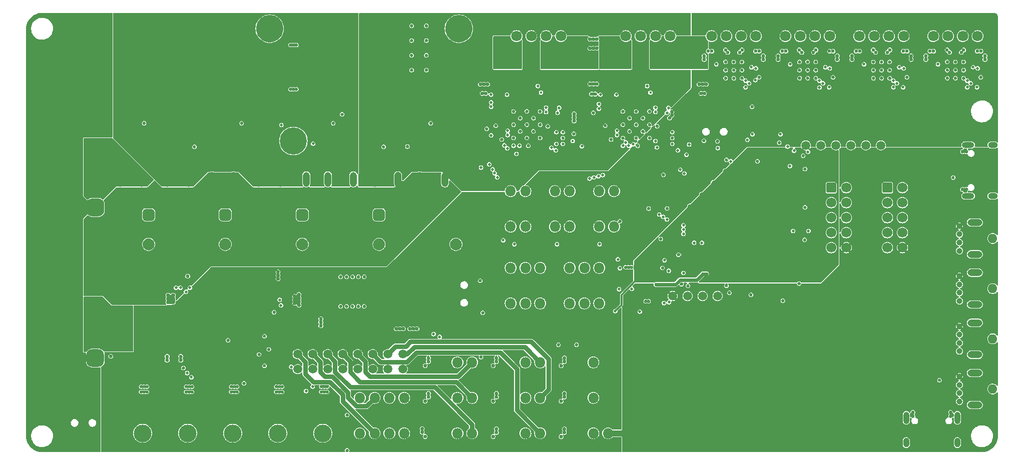
<source format=gbr>
%TF.GenerationSoftware,KiCad,Pcbnew,7.0.8-7.0.8~ubuntu22.04.1*%
%TF.CreationDate,2023-11-12T23:59:41-08:00*%
%TF.ProjectId,corevus-g,636f7265-7675-4732-9d67-2e6b69636164,rev?*%
%TF.SameCoordinates,Original*%
%TF.FileFunction,Copper,L4,Bot*%
%TF.FilePolarity,Positive*%
%FSLAX46Y46*%
G04 Gerber Fmt 4.6, Leading zero omitted, Abs format (unit mm)*
G04 Created by KiCad (PCBNEW 7.0.8-7.0.8~ubuntu22.04.1) date 2023-11-12 23:59:41*
%MOMM*%
%LPD*%
G01*
G04 APERTURE LIST*
G04 Aperture macros list*
%AMRoundRect*
0 Rectangle with rounded corners*
0 $1 Rounding radius*
0 $2 $3 $4 $5 $6 $7 $8 $9 X,Y pos of 4 corners*
0 Add a 4 corners polygon primitive as box body*
4,1,4,$2,$3,$4,$5,$6,$7,$8,$9,$2,$3,0*
0 Add four circle primitives for the rounded corners*
1,1,$1+$1,$2,$3*
1,1,$1+$1,$4,$5*
1,1,$1+$1,$6,$7*
1,1,$1+$1,$8,$9*
0 Add four rect primitives between the rounded corners*
20,1,$1+$1,$2,$3,$4,$5,0*
20,1,$1+$1,$4,$5,$6,$7,0*
20,1,$1+$1,$6,$7,$8,$9,0*
20,1,$1+$1,$8,$9,$2,$3,0*%
G04 Aperture macros list end*
%TA.AperFunction,ComponentPad*%
%ADD10C,1.000000*%
%TD*%
%TA.AperFunction,ComponentPad*%
%ADD11O,2.500000X1.200000*%
%TD*%
%TA.AperFunction,ComponentPad*%
%ADD12O,1.600000X1.600000*%
%TD*%
%TA.AperFunction,ComponentPad*%
%ADD13C,1.800000*%
%TD*%
%TA.AperFunction,ComponentPad*%
%ADD14C,1.500000*%
%TD*%
%TA.AperFunction,ComponentPad*%
%ADD15RoundRect,1.000000X-0.500000X0.500000X-0.500000X-0.500000X0.500000X-0.500000X0.500000X0.500000X0*%
%TD*%
%TA.AperFunction,ComponentPad*%
%ADD16O,1.800000X1.800000*%
%TD*%
%TA.AperFunction,ComponentPad*%
%ADD17RoundRect,0.250000X-0.600000X-0.600000X0.600000X-0.600000X0.600000X0.600000X-0.600000X0.600000X0*%
%TD*%
%TA.AperFunction,ComponentPad*%
%ADD18C,1.700000*%
%TD*%
%TA.AperFunction,ComponentPad*%
%ADD19C,0.500000*%
%TD*%
%TA.AperFunction,ComponentPad*%
%ADD20O,1.000000X2.100000*%
%TD*%
%TA.AperFunction,ComponentPad*%
%ADD21O,1.000000X1.600000*%
%TD*%
%TA.AperFunction,ComponentPad*%
%ADD22C,4.600000*%
%TD*%
%TA.AperFunction,ComponentPad*%
%ADD23RoundRect,0.500000X-0.500000X-0.500000X0.500000X-0.500000X0.500000X0.500000X-0.500000X0.500000X0*%
%TD*%
%TA.AperFunction,ComponentPad*%
%ADD24C,2.000000*%
%TD*%
%TA.AperFunction,ComponentPad*%
%ADD25C,3.000000*%
%TD*%
%TA.AperFunction,ComponentPad*%
%ADD26O,1.200000X2.500000*%
%TD*%
%TA.AperFunction,ComponentPad*%
%ADD27O,2.100000X1.000000*%
%TD*%
%TA.AperFunction,ComponentPad*%
%ADD28O,1.600000X1.000000*%
%TD*%
%TA.AperFunction,ViaPad*%
%ADD29C,0.500000*%
%TD*%
%TA.AperFunction,ViaPad*%
%ADD30C,0.600000*%
%TD*%
%TA.AperFunction,ViaPad*%
%ADD31C,0.450000*%
%TD*%
%TA.AperFunction,Conductor*%
%ADD32C,0.100000*%
%TD*%
%TA.AperFunction,Conductor*%
%ADD33C,0.300000*%
%TD*%
%TA.AperFunction,Conductor*%
%ADD34C,1.000000*%
%TD*%
%TA.AperFunction,Conductor*%
%ADD35C,0.800000*%
%TD*%
%TA.AperFunction,Conductor*%
%ADD36C,0.600000*%
%TD*%
G04 APERTURE END LIST*
D10*
%TO.P,J38,1,VBUS*%
%TO.N,+5V*%
X198200000Y-101900000D03*
%TO.P,J38,2,D-*%
%TO.N,/Pi Zero + USB Hub/D4-'*%
X198200000Y-103300000D03*
%TO.P,J38,3,D+*%
%TO.N,/Pi Zero + USB Hub/D4+'*%
X198200000Y-104700000D03*
%TO.P,J38,4,GND*%
%TO.N,GND*%
X198200000Y-106100000D03*
D11*
%TO.P,J38,5,Shield*%
X200800000Y-106700000D03*
D12*
X203800000Y-104010000D03*
D11*
X200800000Y-101300000D03*
%TD*%
D13*
%TO.P,M4,1*%
%TO.N,/Motor 3 (TMC2208)/A2*%
X163750000Y-44250000D03*
%TO.P,M4,2,-*%
%TO.N,/Motor 3 (TMC2208)/A1*%
X161250000Y-44250000D03*
%TO.P,M4,3*%
%TO.N,/Motor 3 (TMC2208)/B1*%
X158750000Y-44250000D03*
%TO.P,M4,4*%
%TO.N,/Motor 3 (TMC2208)/B2*%
X156250000Y-44250000D03*
%TD*%
D14*
%TO.P,J30,1,Pin_1*%
%TO.N,+24V*%
X86220000Y-95570000D03*
%TO.P,J30,2,Pin_2*%
X88760000Y-95570000D03*
%TO.P,J30,3,Pin_3*%
X91300000Y-95570000D03*
%TO.P,J30,4,Pin_4*%
X93840000Y-95570000D03*
%TO.P,J30,5,Pin_5*%
X96380000Y-95570000D03*
%TO.P,J30,6,Pin_6*%
X98920000Y-95570000D03*
%TO.P,J30,7,Pin_7*%
X101460000Y-95570000D03*
%TO.P,J30,8,Pin_8*%
X104000000Y-95570000D03*
%TD*%
D13*
%TO.P,M3,1*%
%TO.N,/Motor 2 (TMC2208)/A2*%
X176250000Y-44250000D03*
%TO.P,M3,2,-*%
%TO.N,/Motor 2 (TMC2208)/A1*%
X173750000Y-44250000D03*
%TO.P,M3,3*%
%TO.N,/Motor 2 (TMC2208)/B1*%
X171250000Y-44250000D03*
%TO.P,M3,4*%
%TO.N,/Motor 2 (TMC2208)/B2*%
X168750000Y-44250000D03*
%TD*%
D15*
%TO.P,J36,1,Pin_1*%
%TO.N,GND*%
X52000000Y-73250000D03*
%TO.P,J36,2,Pin_2*%
%TO.N,Net-(J36-Pin_2)*%
X52000000Y-81750000D03*
%TD*%
D16*
%TO.P,J32,1,Pin_1*%
%TO.N,Net-(J32-Pin_1)*%
X124750000Y-111500000D03*
%TO.P,J32,2,Pin_2*%
%TO.N,/F5_V+*%
X127250000Y-111500000D03*
%TD*%
D17*
%TO.P,J13,1,Pin_1*%
%TO.N,/Buzzer*%
X176500000Y-69920000D03*
D18*
%TO.P,J13,2,Pin_2*%
%TO.N,/Btn_Enc*%
X179040000Y-69920000D03*
%TO.P,J13,3,Pin_3*%
%TO.N,/LCD_En*%
X176500000Y-72460000D03*
%TO.P,J13,4,Pin_4*%
%TO.N,/LCD_Rs*%
X179040000Y-72460000D03*
%TO.P,J13,5,Pin_5*%
%TO.N,/LCD_D4*%
X176500000Y-75000000D03*
%TO.P,J13,6,Pin_6*%
%TO.N,/LCD_D5*%
X179040000Y-75000000D03*
%TO.P,J13,7,Pin_7*%
%TO.N,/LCD_D6*%
X176500000Y-77540000D03*
%TO.P,J13,8,Pin_8*%
%TO.N,/LCD_D7*%
X179040000Y-77540000D03*
%TO.P,J13,9,Pin_9*%
%TO.N,GND*%
X176500000Y-80080000D03*
%TO.P,J13,10,Pin_10*%
%TO.N,+5V*%
X179040000Y-80080000D03*
%TD*%
D16*
%TO.P,J7,1,Pin_1*%
%TO.N,VSSA*%
X132250000Y-70500000D03*
%TO.P,J7,2,Pin_2*%
%TO.N,/T4*%
X129750000Y-70500000D03*
%TD*%
D13*
%TO.P,M2,1*%
%TO.N,/Motor 1 (TMC2208)/A2*%
X188750000Y-44250000D03*
%TO.P,M2,2,-*%
%TO.N,/Motor 1 (TMC2208)/A1*%
X186250000Y-44250000D03*
%TO.P,M2,3*%
%TO.N,/Motor 1 (TMC2208)/B1*%
X183750000Y-44250000D03*
%TO.P,M2,4*%
%TO.N,/Motor 1 (TMC2208)/B2*%
X181250000Y-44250000D03*
%TD*%
%TO.P,M6,1*%
%TO.N,/Motor 5 (TMC2160)/A2*%
X130750000Y-44250000D03*
%TO.P,M6,2,-*%
%TO.N,/Motor 5 (TMC2160)/A1*%
X128250000Y-44250000D03*
%TO.P,M6,3*%
%TO.N,/Motor 5 (TMC2160)/B2*%
X125750000Y-44250000D03*
%TO.P,M6,4*%
%TO.N,/Motor 5 (TMC2160)/B1*%
X123250000Y-44250000D03*
%TD*%
D16*
%TO.P,J40,1,Pin_1*%
%TO.N,Net-(J40-Pin_1)*%
X136250000Y-99500000D03*
%TO.P,J40,2,Pin_2*%
%TO.N,+24V*%
X138750000Y-99500000D03*
%TD*%
%TO.P,J14,1,Pin_1*%
%TO.N,GND*%
X96750000Y-111500000D03*
%TO.P,J14,2,Pin_2*%
%TO.N,/F0_V+*%
X99250000Y-111500000D03*
%TO.P,J14,3,Pin_3*%
%TO.N,/F0_FG*%
X101750000Y-111500000D03*
%TO.P,J14,4,Pin_4*%
%TO.N,/F0*%
X104250000Y-111500000D03*
%TD*%
%TO.P,J10,1,Pin_1*%
%TO.N,VSSA*%
X124750000Y-76500000D03*
%TO.P,J10,2,Pin_2*%
%TO.N,/T0*%
X122250000Y-76500000D03*
%TD*%
D13*
%TO.P,M1,1*%
%TO.N,/Motor 0 (TMC2208)/A2*%
X201250000Y-44245000D03*
%TO.P,M1,2,-*%
%TO.N,/Motor 0 (TMC2208)/A1*%
X198750000Y-44245000D03*
%TO.P,M1,3*%
%TO.N,/Motor 0 (TMC2208)/B1*%
X196250000Y-44245000D03*
%TO.P,M1,4*%
%TO.N,/Motor 0 (TMC2208)/B2*%
X193750000Y-44245000D03*
%TD*%
D19*
%TO.P,U8,29,Pad*%
%TO.N,GND*%
X183625000Y-48625000D03*
X183625000Y-50000000D03*
X183625000Y-51375000D03*
X185000000Y-48625000D03*
X185000000Y-50000000D03*
X185000000Y-51375000D03*
X186375000Y-48625000D03*
X186375000Y-50000000D03*
X186375000Y-51375000D03*
%TD*%
D11*
%TO.P,F6,1*%
%TO.N,Net-(J36-Pin_2)*%
X61000000Y-85450000D03*
X61000000Y-89100000D03*
%TO.P,F6,2*%
%TO.N,+24V*%
X61000000Y-93400000D03*
X61000000Y-97050000D03*
%TD*%
D20*
%TO.P,J24,S1,SHIELD*%
%TO.N,GND*%
X189180000Y-108895000D03*
D21*
X189180000Y-113075000D03*
D20*
X197820000Y-108895000D03*
D21*
X197820000Y-113075000D03*
%TD*%
D22*
%TO.P,H13,1*%
%TO.N,N/C*%
X85500000Y-62000000D03*
%TD*%
D16*
%TO.P,J2,1,Pin_1*%
%TO.N,Net-(J2-Pin_1)*%
X137250000Y-89500000D03*
%TO.P,J2,2,Pin_2*%
%TO.N,GND*%
X134750000Y-89500000D03*
%TO.P,J2,3,Pin_3*%
%TO.N,Net-(J2-Pin_3)*%
X132250000Y-89500000D03*
%TD*%
%TO.P,J4,1,Pin_1*%
%TO.N,/S0*%
X127250000Y-83500000D03*
%TO.P,J4,2,Pin_2*%
%TO.N,GND*%
X124750000Y-83500000D03*
%TO.P,J4,3,Pin_3*%
%TO.N,+3.3V*%
X122250000Y-83500000D03*
%TD*%
D11*
%TO.P,F3,1*%
%TO.N,Net-(J36-Pin_2)*%
X56000000Y-85450000D03*
X56000000Y-89100000D03*
%TO.P,F3,2*%
%TO.N,/Bed_H+*%
X56000000Y-93400000D03*
X56000000Y-97050000D03*
%TD*%
D16*
%TO.P,J17,1,Pin_1*%
%TO.N,Net-(J17-Pin_1)*%
X113250000Y-111500000D03*
%TO.P,J17,2,Pin_2*%
%TO.N,/F2_V+*%
X115750000Y-111500000D03*
%TD*%
D23*
%TO.P,C13,1*%
%TO.N,VMB*%
X100000000Y-74500000D03*
D24*
%TO.P,C13,2*%
%TO.N,GND*%
X100000000Y-79500000D03*
%TD*%
D25*
%TO.P,J21,1,Pin_1*%
%TO.N,+24V*%
X56095000Y-111500000D03*
%TO.P,J21,2,Pin_2*%
%TO.N,Net-(D25-A)*%
X60000000Y-111500000D03*
%TD*%
D23*
%TO.P,C14,1*%
%TO.N,VMB*%
X87000000Y-74500000D03*
D24*
%TO.P,C14,2*%
%TO.N,GND*%
X87000000Y-79500000D03*
%TD*%
D14*
%TO.P,J42,1,Pin_1*%
%TO.N,+3.3V*%
X172200000Y-62750000D03*
%TO.P,J42,2,Pin_2*%
%TO.N,/BOOT0*%
X174740000Y-62750000D03*
%TO.P,J42,3,Pin_3*%
%TO.N,/~{Reset}*%
X177280000Y-62750000D03*
%TO.P,J42,4,Pin_4*%
%TO.N,/SWCLK*%
X179820000Y-62750000D03*
%TO.P,J42,5,Pin_5*%
%TO.N,/SWDIO*%
X182360000Y-62750000D03*
%TO.P,J42,6,Pin_6*%
%TO.N,GND*%
X184900000Y-62750000D03*
%TD*%
D16*
%TO.P,J34,1,Pin_1*%
%TO.N,Net-(J34-Pin_1)*%
X124750000Y-99500000D03*
%TO.P,J34,2,Pin_2*%
%TO.N,/F7_V+*%
X127250000Y-99500000D03*
%TD*%
%TO.P,J39,1,Pin_1*%
%TO.N,Net-(J39-Pin_1)*%
X136250000Y-105500000D03*
%TO.P,J39,2,Pin_2*%
%TO.N,+24V*%
X138750000Y-105500000D03*
%TD*%
%TO.P,J33,1,Pin_1*%
%TO.N,Net-(J33-Pin_1)*%
X124750000Y-105500000D03*
%TO.P,J33,2,Pin_2*%
%TO.N,/F6_V+*%
X127250000Y-105500000D03*
%TD*%
%TO.P,J16,1,Pin_1*%
%TO.N,GND*%
X96750000Y-105500000D03*
%TO.P,J16,2,Pin_2*%
%TO.N,/F1_V+*%
X99250000Y-105500000D03*
%TO.P,J16,3,Pin_3*%
%TO.N,/F1_FG*%
X101750000Y-105500000D03*
%TO.P,J16,4,Pin_4*%
%TO.N,/F1*%
X104250000Y-105500000D03*
%TD*%
%TO.P,J8,1,Pin_1*%
%TO.N,VSSA*%
X124750000Y-70500000D03*
%TO.P,J8,2,Pin_2*%
%TO.N,/T3*%
X122250000Y-70500000D03*
%TD*%
D19*
%TO.P,U9,29,Pad*%
%TO.N,GND*%
X171125000Y-48625000D03*
X171125000Y-50000000D03*
X171125000Y-51375000D03*
X172500000Y-48625000D03*
X172500000Y-50000000D03*
X172500000Y-51375000D03*
X173875000Y-48625000D03*
X173875000Y-50000000D03*
X173875000Y-51375000D03*
%TD*%
D16*
%TO.P,J18,1,Pin_1*%
%TO.N,Net-(J18-Pin_1)*%
X113250000Y-105500000D03*
%TO.P,J18,2,Pin_2*%
%TO.N,/F3_V+*%
X115750000Y-105500000D03*
%TD*%
D19*
%TO.P,U7,29,Pad*%
%TO.N,GND*%
X196125000Y-48620000D03*
X196125000Y-49995000D03*
X196125000Y-51370000D03*
X197500000Y-48620000D03*
X197500000Y-49995000D03*
X197500000Y-51370000D03*
X198875000Y-48620000D03*
X198875000Y-49995000D03*
X198875000Y-51370000D03*
%TD*%
D23*
%TO.P,C16,1*%
%TO.N,VMC*%
X74000000Y-74500000D03*
D24*
%TO.P,C16,2*%
%TO.N,GND*%
X74000000Y-79500000D03*
%TD*%
D10*
%TO.P,J27,1,VBUS*%
%TO.N,+5V*%
X198200000Y-93400000D03*
%TO.P,J27,2,D-*%
%TO.N,/Pi Zero + USB Hub/D3-'*%
X198200000Y-94800000D03*
%TO.P,J27,3,D+*%
%TO.N,/Pi Zero + USB Hub/D3+'*%
X198200000Y-96200000D03*
%TO.P,J27,4,GND*%
%TO.N,GND*%
X198200000Y-97600000D03*
D11*
%TO.P,J27,5,Shield*%
X200800000Y-98200000D03*
D12*
X203800000Y-95510000D03*
D11*
X200800000Y-92800000D03*
%TD*%
D22*
%TO.P,H8,1,1*%
%TO.N,GND*%
X81500000Y-43000000D03*
%TD*%
D26*
%TO.P,F5,1*%
%TO.N,Net-(J36-Pin_2)*%
X103200000Y-68500000D03*
X106850000Y-68500000D03*
%TO.P,F5,2*%
%TO.N,VMB*%
X111150000Y-68500000D03*
X114800000Y-68500000D03*
%TD*%
%TO.P,F1,1*%
%TO.N,Net-(J31-Pin_2)*%
X56200000Y-68500000D03*
X59850000Y-68500000D03*
%TO.P,F1,2*%
%TO.N,VMC*%
X64150000Y-68500000D03*
X67800000Y-68500000D03*
%TD*%
D25*
%TO.P,J23,1,Pin_1*%
%TO.N,+24V*%
X78955000Y-111500000D03*
%TO.P,J23,2,Pin_2*%
%TO.N,Net-(D30-A)*%
X82860000Y-111500000D03*
%TD*%
D23*
%TO.P,C12,1*%
%TO.N,+24V*%
X113000000Y-74500000D03*
D24*
%TO.P,C12,2*%
%TO.N,GND*%
X113000000Y-79500000D03*
%TD*%
D16*
%TO.P,J6,1,Pin_1*%
%TO.N,/S2*%
X127250000Y-89500000D03*
%TO.P,J6,2,Pin_2*%
%TO.N,GND*%
X124750000Y-89500000D03*
%TO.P,J6,3,Pin_3*%
%TO.N,+3.3V*%
X122250000Y-89500000D03*
%TD*%
D10*
%TO.P,J26,1,VBUS*%
%TO.N,+5V*%
X198200000Y-84900000D03*
%TO.P,J26,2,D-*%
%TO.N,/Pi Zero + USB Hub/D2-'*%
X198200000Y-86300000D03*
%TO.P,J26,3,D+*%
%TO.N,/Pi Zero + USB Hub/D2+'*%
X198200000Y-87700000D03*
%TO.P,J26,4,GND*%
%TO.N,GND*%
X198200000Y-89100000D03*
D11*
%TO.P,J26,5,Shield*%
X200800000Y-89700000D03*
D12*
X203800000Y-87010000D03*
D11*
X200800000Y-84300000D03*
%TD*%
D16*
%TO.P,J19,1,Pin_1*%
%TO.N,Net-(J19-Pin_1)*%
X113250000Y-99500000D03*
%TO.P,J19,2,Pin_2*%
%TO.N,/F4_V+*%
X115750000Y-99500000D03*
%TD*%
D14*
%TO.P,J25,1,Pin_1*%
%TO.N,/F0_V+*%
X86220000Y-98110000D03*
%TO.P,J25,2,Pin_2*%
%TO.N,/F1_V+*%
X88760000Y-98110000D03*
%TO.P,J25,3,Pin_3*%
%TO.N,/F2_V+*%
X91300000Y-98110000D03*
%TO.P,J25,4,Pin_4*%
%TO.N,/F3_V+*%
X93840000Y-98110000D03*
%TO.P,J25,5,Pin_5*%
%TO.N,/F4_V+*%
X96380000Y-98110000D03*
%TO.P,J25,6,Pin_6*%
%TO.N,/F5_V+*%
X98920000Y-98110000D03*
%TO.P,J25,7,Pin_7*%
%TO.N,/F6_V+*%
X101460000Y-98110000D03*
%TO.P,J25,8,Pin_8*%
%TO.N,/F7_V+*%
X104000000Y-98110000D03*
%TD*%
D25*
%TO.P,J22,1,Pin_1*%
%TO.N,+24V*%
X71335000Y-111500000D03*
%TO.P,J22,2,Pin_2*%
%TO.N,Net-(D27-A)*%
X75240000Y-111500000D03*
%TD*%
%TO.P,J20,1,Pin_1*%
%TO.N,+24V*%
X63715000Y-111500000D03*
%TO.P,J20,2,Pin_2*%
%TO.N,Net-(D14-A)*%
X67620000Y-111500000D03*
%TD*%
%TO.P,J15,1,Pin_1*%
%TO.N,+24V*%
X86575000Y-111500000D03*
%TO.P,J15,2,Pin_2*%
%TO.N,Net-(D3-A)*%
X90480000Y-111500000D03*
%TD*%
D26*
%TO.P,F4,1*%
%TO.N,Net-(J31-Pin_2)*%
X87700000Y-68500000D03*
X91350000Y-68500000D03*
%TO.P,F4,2*%
%TO.N,VMB*%
X95650000Y-68500000D03*
X99300000Y-68500000D03*
%TD*%
D16*
%TO.P,J9,1,Pin_1*%
%TO.N,VSSA*%
X139750000Y-70500000D03*
%TO.P,J9,2,Pin_2*%
%TO.N,/T5*%
X137250000Y-70500000D03*
%TD*%
D14*
%TO.P,J29,1,Pin_1*%
%TO.N,+12V*%
X86220000Y-100650000D03*
%TO.P,J29,2,Pin_2*%
X88760000Y-100650000D03*
%TO.P,J29,3,Pin_3*%
X91300000Y-100650000D03*
%TO.P,J29,4,Pin_4*%
X93840000Y-100650000D03*
%TO.P,J29,5,Pin_5*%
X96380000Y-100650000D03*
%TO.P,J29,6,Pin_6*%
X98920000Y-100650000D03*
%TO.P,J29,7,Pin_7*%
X101460000Y-100650000D03*
%TO.P,J29,8,Pin_8*%
X104000000Y-100650000D03*
%TD*%
%TO.P,J41,1,Pin_1*%
%TO.N,+5V*%
X149640000Y-88250000D03*
%TO.P,J41,2,Pin_2*%
%TO.N,/USART2_TX*%
X152180000Y-88250000D03*
%TO.P,J41,3,Pin_3*%
%TO.N,/USART2_RX*%
X154720000Y-88250000D03*
%TO.P,J41,4,Pin_4*%
%TO.N,GND*%
X157260000Y-88250000D03*
%TD*%
D16*
%TO.P,J35,1,Pin_1*%
%TO.N,Net-(J35-Pin_1)*%
X136250000Y-111500000D03*
%TO.P,J35,2,Pin_2*%
%TO.N,+5V*%
X138750000Y-111500000D03*
%TD*%
D19*
%TO.P,U10,29,Pad*%
%TO.N,GND*%
X158625000Y-48625000D03*
X158625000Y-50000000D03*
X158625000Y-51375000D03*
X160000000Y-48625000D03*
X160000000Y-50000000D03*
X160000000Y-51375000D03*
X161375000Y-48625000D03*
X161375000Y-50000000D03*
X161375000Y-51375000D03*
%TD*%
D15*
%TO.P,J31,1,Pin_1*%
%TO.N,GND*%
X52000000Y-56250000D03*
%TO.P,J31,2,Pin_2*%
%TO.N,Net-(J31-Pin_2)*%
X52000000Y-64750000D03*
%TD*%
D22*
%TO.P,H6,1,1*%
%TO.N,GND*%
X113500000Y-43000000D03*
%TD*%
D17*
%TO.P,J28,1,Pin_1*%
%TO.N,/SPI2_MISO*%
X186000000Y-69920000D03*
D18*
%TO.P,J28,2,Pin_2*%
%TO.N,/SPI2_SCK*%
X188540000Y-69920000D03*
%TO.P,J28,3,Pin_3*%
%TO.N,/Btn_En2*%
X186000000Y-72460000D03*
%TO.P,J28,4,Pin_4*%
%TO.N,/SD_CS*%
X188540000Y-72460000D03*
%TO.P,J28,5,Pin_5*%
%TO.N,/Btn_En1*%
X186000000Y-75000000D03*
%TO.P,J28,6,Pin_6*%
%TO.N,/SPI2_MOSI*%
X188540000Y-75000000D03*
%TO.P,J28,7,Pin_7*%
%TO.N,/SD_Det*%
X186000000Y-77540000D03*
%TO.P,J28,8,Pin_8*%
%TO.N,/~{Reset}*%
X188540000Y-77540000D03*
%TO.P,J28,9,Pin_9*%
%TO.N,GND*%
X186000000Y-80080000D03*
%TO.P,J28,10,Pin_10*%
%TO.N,+5V*%
X188540000Y-80080000D03*
%TD*%
D10*
%TO.P,J3,1,VBUS*%
%TO.N,+5V*%
X198200000Y-76400000D03*
%TO.P,J3,2,D-*%
%TO.N,/Pi Zero + USB Hub/D1-'*%
X198200000Y-77800000D03*
%TO.P,J3,3,D+*%
%TO.N,/Pi Zero + USB Hub/D1+'*%
X198200000Y-79200000D03*
%TO.P,J3,4,GND*%
%TO.N,GND*%
X198200000Y-80600000D03*
D11*
%TO.P,J3,5,Shield*%
X200800000Y-81200000D03*
D12*
X203800000Y-78510000D03*
D11*
X200800000Y-75800000D03*
%TD*%
D16*
%TO.P,J5,1,Pin_1*%
%TO.N,/S1*%
X137250000Y-83500000D03*
%TO.P,J5,2,Pin_2*%
%TO.N,GND*%
X134750000Y-83500000D03*
%TO.P,J5,3,Pin_3*%
%TO.N,+3.3V*%
X132250000Y-83500000D03*
%TD*%
D22*
%TO.P,H7,1,1*%
%TO.N,VMC*%
X57500000Y-43000000D03*
%TD*%
D16*
%TO.P,J12,1,Pin_1*%
%TO.N,VSSA*%
X139750000Y-76500000D03*
%TO.P,J12,2,Pin_2*%
%TO.N,/T2*%
X137250000Y-76500000D03*
%TD*%
D23*
%TO.P,C17,1*%
%TO.N,VMC*%
X61000000Y-74500000D03*
D24*
%TO.P,C17,2*%
%TO.N,GND*%
X61000000Y-79500000D03*
%TD*%
D22*
%TO.P,H5,1,1*%
%TO.N,VMC*%
X89500000Y-43000000D03*
%TD*%
D13*
%TO.P,M5,1*%
%TO.N,/Motor 4 (TMC2160)/A2*%
X149250000Y-44250000D03*
%TO.P,M5,2,-*%
%TO.N,/Motor 4 (TMC2160)/A1*%
X146750000Y-44250000D03*
%TO.P,M5,3*%
%TO.N,/Motor 4 (TMC2160)/B2*%
X144250000Y-44250000D03*
%TO.P,M5,4*%
%TO.N,/Motor 4 (TMC2160)/B1*%
X141750000Y-44250000D03*
%TD*%
D26*
%TO.P,F2,1*%
%TO.N,Net-(J36-Pin_2)*%
X71700000Y-68500000D03*
X75350000Y-68500000D03*
%TO.P,F2,2*%
%TO.N,VMC*%
X79650000Y-68500000D03*
X83300000Y-68500000D03*
%TD*%
D15*
%TO.P,J37,1,Pin_1*%
%TO.N,/Bed_H+*%
X52000000Y-90250000D03*
%TO.P,J37,2,Pin_2*%
%TO.N,/Bed_H-*%
X52000000Y-98750000D03*
%TD*%
D27*
%TO.P,J1,S1,SHIELD*%
%TO.N,GND*%
X199645000Y-71320000D03*
D28*
X203825000Y-71320000D03*
D27*
X199645000Y-62680000D03*
D28*
X203825000Y-62680000D03*
%TD*%
D16*
%TO.P,J11,1,Pin_1*%
%TO.N,VSSA*%
X132250000Y-76500000D03*
%TO.P,J11,2,Pin_2*%
%TO.N,/T1*%
X129750000Y-76500000D03*
%TD*%
D19*
%TO.P,U11,49,EP*%
%TO.N,GND*%
X141250000Y-57000000D03*
X141250000Y-59250000D03*
X141250000Y-61500000D03*
X142375000Y-58125000D03*
X142375000Y-60375000D03*
X143500000Y-57000000D03*
X143500000Y-59250000D03*
X143500000Y-61500000D03*
X144625000Y-58125000D03*
X144625000Y-60375000D03*
X145750000Y-57000000D03*
X145750000Y-59250000D03*
X145750000Y-61500000D03*
%TD*%
%TO.P,U12,49,EP*%
%TO.N,GND*%
X122750000Y-57000000D03*
X122750000Y-59250000D03*
X122750000Y-61500000D03*
X123875000Y-58125000D03*
X123875000Y-60375000D03*
X125000000Y-57000000D03*
X125000000Y-59250000D03*
X125000000Y-61500000D03*
X126125000Y-58125000D03*
X126125000Y-60375000D03*
X127250000Y-57000000D03*
X127250000Y-59250000D03*
X127250000Y-61500000D03*
%TD*%
D29*
%TO.N,GND*%
X104800000Y-62950000D03*
X68750000Y-63000000D03*
%TO.N,+12V*%
X117250000Y-66500000D03*
%TO.N,GND*%
X93750000Y-57500000D03*
X60250000Y-59000000D03*
X76750000Y-59000000D03*
X92250000Y-59000000D03*
%TO.N,+12V*%
X83475000Y-59300000D03*
X88850000Y-62450000D03*
%TO.N,GND*%
X100750000Y-63000000D03*
X108750000Y-59000000D03*
X44100000Y-107450000D03*
D30*
X85700000Y-89500000D03*
D29*
X74990000Y-103600000D03*
X172000000Y-78750000D03*
X51750000Y-45500000D03*
X48400000Y-111550000D03*
X171050000Y-86150000D03*
X82250000Y-91000000D03*
X51750000Y-50000000D03*
X82610000Y-103600000D03*
X105500000Y-45000000D03*
X52100000Y-106499999D03*
D30*
X149550000Y-57650000D03*
D29*
X83610000Y-104500000D03*
X128550000Y-59500000D03*
X48850000Y-107450000D03*
D30*
X66450000Y-98500000D03*
D29*
X46750000Y-45500000D03*
X46750000Y-45000000D03*
D30*
X64150000Y-98500000D03*
D29*
X80600000Y-95050000D03*
X130350000Y-96500000D03*
X197100000Y-68200000D03*
X74990000Y-104500000D03*
X119750000Y-59400000D03*
D30*
X190000000Y-48200000D03*
X167500000Y-47600000D03*
D29*
X75990000Y-104500000D03*
X172050000Y-66750000D03*
D30*
X85700000Y-88900000D03*
X133000000Y-58600000D03*
X108350000Y-98750000D03*
D29*
X94500000Y-90000000D03*
X43600000Y-107450000D03*
D30*
X196700000Y-108600000D03*
X66450000Y-99100000D03*
D29*
X158750000Y-86500000D03*
X97500000Y-85000000D03*
X47850000Y-107450000D03*
X52600000Y-106500000D03*
X86000000Y-53250000D03*
X94600000Y-114400000D03*
D30*
X119850000Y-105350000D03*
D29*
X149600000Y-61500000D03*
D30*
X108350000Y-104750000D03*
D29*
X86000000Y-45750000D03*
D30*
X104100000Y-93800000D03*
X119850000Y-104750000D03*
D29*
X68370000Y-104500000D03*
X47850000Y-106500000D03*
X118200000Y-59950000D03*
X150650000Y-81250000D03*
D30*
X177500000Y-47600000D03*
D29*
X85500000Y-45750000D03*
X59750000Y-104500000D03*
X44600000Y-106499999D03*
D30*
X64150000Y-99100000D03*
D29*
X90730000Y-104500000D03*
D30*
X118350000Y-52400000D03*
D29*
X49250000Y-45500000D03*
X90730000Y-103600000D03*
X151150000Y-86250000D03*
X96500000Y-90000000D03*
D30*
X107300000Y-110700000D03*
D29*
X67370000Y-103600000D03*
X82610000Y-104500000D03*
X44700000Y-108850000D03*
D30*
X86450000Y-89800000D03*
D29*
X139250000Y-61750000D03*
X94500000Y-85000000D03*
X120750000Y-61750000D03*
X60250000Y-103600000D03*
D30*
X165000000Y-48195000D03*
D29*
X75990000Y-103600000D03*
X117100000Y-85650000D03*
X47350000Y-106500000D03*
X46750000Y-50500000D03*
D30*
X131350000Y-105350000D03*
D29*
X85000000Y-53250000D03*
X49250000Y-45000000D03*
X105500000Y-50000000D03*
X136250000Y-57250000D03*
D30*
X86450000Y-88600000D03*
D29*
X148100000Y-67725000D03*
X51600000Y-107450000D03*
X145100000Y-89150000D03*
X94600000Y-108400000D03*
X45100000Y-106500000D03*
D30*
X155000000Y-47600000D03*
D29*
X51750000Y-50500000D03*
D30*
X131350000Y-104750000D03*
X90150000Y-92100000D03*
X107800000Y-100050000D03*
X85700000Y-88300000D03*
D29*
X51600000Y-106500000D03*
D30*
X133000000Y-58000000D03*
D29*
X81350000Y-97300000D03*
D30*
X180000000Y-48200000D03*
D29*
X108000000Y-42500000D03*
X67870000Y-104500000D03*
D30*
X106400000Y-93800000D03*
D29*
X105500000Y-47500000D03*
D30*
X103500000Y-93800000D03*
D29*
X43600000Y-106500000D03*
X145600000Y-73450000D03*
D30*
X65200000Y-88100000D03*
X119300000Y-106050000D03*
D29*
X51750000Y-49500000D03*
X167700000Y-62300000D03*
D30*
X198700000Y-70200000D03*
D29*
X50000000Y-109750000D03*
D30*
X155350000Y-52400000D03*
X135950000Y-54050000D03*
X118050000Y-53950000D03*
D29*
X90230000Y-103600000D03*
X158750000Y-65200000D03*
X52100000Y-107450000D03*
X45100000Y-107450000D03*
D30*
X192500000Y-48195000D03*
X107800000Y-106050000D03*
D29*
X131100000Y-61500000D03*
X108000000Y-50000000D03*
X46750000Y-49500000D03*
X49250000Y-50500000D03*
X44100000Y-106500000D03*
X145600000Y-89150000D03*
D30*
X131350000Y-99350000D03*
X131350000Y-98750000D03*
D29*
X157250000Y-62050000D03*
D30*
X67624500Y-84900000D03*
X86450000Y-88000000D03*
D29*
X147650000Y-78600000D03*
X48850000Y-106500000D03*
D30*
X135650000Y-46300000D03*
X54600000Y-98450000D03*
X86450000Y-89200000D03*
X190000000Y-47600000D03*
D31*
X132950000Y-60800000D03*
D30*
X154450000Y-53950000D03*
X105800000Y-93800000D03*
D29*
X51100000Y-107450000D03*
X83110000Y-104500000D03*
D30*
X154150000Y-52400000D03*
D29*
X154950000Y-61950000D03*
X52600000Y-107450000D03*
X49250000Y-44500000D03*
D30*
X82900000Y-85350000D03*
X130800000Y-106050000D03*
X136850000Y-52350000D03*
X119850000Y-110750000D03*
X135650000Y-44750000D03*
X136250000Y-52350000D03*
X64300000Y-89300000D03*
D29*
X90230000Y-104500000D03*
D30*
X136250000Y-46300000D03*
D29*
X67370000Y-104500000D03*
D30*
X202500000Y-48195000D03*
X133000000Y-57400000D03*
D29*
X164300000Y-51200000D03*
D30*
X154750000Y-52400000D03*
D29*
X49250000Y-50000000D03*
X46750000Y-44500000D03*
D30*
X90150000Y-93300000D03*
D29*
X60250000Y-104500000D03*
X68370000Y-103600000D03*
X147950000Y-83500000D03*
X162900000Y-88050000D03*
D30*
X199350000Y-63800000D03*
D29*
X93500000Y-90000000D03*
X67870000Y-103600000D03*
D30*
X136250000Y-44750000D03*
D29*
X159250000Y-87700000D03*
D30*
X105200000Y-93800000D03*
D29*
X83610000Y-103600000D03*
D30*
X64300000Y-88100000D03*
D29*
X148725000Y-73425000D03*
D30*
X130800000Y-100050000D03*
D29*
X96500000Y-85000000D03*
X141700000Y-83400000D03*
D30*
X102900000Y-93800000D03*
X82900000Y-84150000D03*
X65200000Y-88700000D03*
D29*
X95500000Y-90000000D03*
X47350000Y-107450000D03*
X138250000Y-59400000D03*
D30*
X108350000Y-99350000D03*
D29*
X46750000Y-50000000D03*
X189300000Y-51200000D03*
D30*
X119850000Y-98750000D03*
D29*
X108000000Y-45000000D03*
X85000000Y-45750000D03*
X83110000Y-103600000D03*
X143750000Y-62800000D03*
X142700000Y-83400000D03*
X168300000Y-89050000D03*
D30*
X65200000Y-89300000D03*
D29*
X75490000Y-103600000D03*
D30*
X82900000Y-84750000D03*
X119850000Y-111350000D03*
D29*
X201800000Y-51200000D03*
D30*
X167500000Y-48200000D03*
D29*
X85500000Y-53250000D03*
D30*
X90150000Y-92700000D03*
X136550000Y-54050000D03*
D29*
X79700000Y-98150000D03*
D30*
X196700000Y-107950000D03*
D29*
X51750000Y-45000000D03*
X176800000Y-51200000D03*
X152250000Y-86550000D03*
X51100000Y-106500000D03*
D30*
X107300000Y-111300000D03*
X130800000Y-112050000D03*
D29*
X117250000Y-98600000D03*
X93500000Y-85000000D03*
X142200000Y-83400000D03*
D30*
X165000000Y-47595000D03*
D29*
X59750000Y-103600000D03*
D30*
X119850000Y-99350000D03*
D29*
X66900000Y-100450000D03*
D30*
X135650000Y-52350000D03*
X131350000Y-111350000D03*
D29*
X48350000Y-107450000D03*
D30*
X119300000Y-100050000D03*
D29*
X74450000Y-95750000D03*
X117550000Y-91100000D03*
X105500000Y-42500000D03*
X140750000Y-75600000D03*
D30*
X117750000Y-52400000D03*
D29*
X125250000Y-62800000D03*
X80600000Y-100050000D03*
D30*
X199349999Y-70200000D03*
X198700000Y-63800001D03*
D29*
X91230000Y-103600000D03*
D30*
X192500000Y-47595000D03*
X107800000Y-112050000D03*
D29*
X77150000Y-103050000D03*
D30*
X136850000Y-46300000D03*
D29*
X133400000Y-96500000D03*
X163100000Y-56200000D03*
X48350000Y-106499999D03*
D30*
X180000000Y-47600000D03*
X117450000Y-53950000D03*
X131350000Y-110750000D03*
D29*
X51750000Y-44500000D03*
X194800000Y-102500000D03*
X49250000Y-49500000D03*
X172050000Y-73250000D03*
D30*
X202500000Y-47595000D03*
D29*
X147050000Y-59500000D03*
X164000000Y-65450000D03*
X108000000Y-47500000D03*
X95500000Y-85000000D03*
D30*
X149550000Y-57050000D03*
D29*
X44600000Y-107450000D03*
D30*
X149150000Y-58100000D03*
X190300000Y-108600000D03*
X155050000Y-53950000D03*
X64300000Y-88700000D03*
X190300000Y-107950000D03*
D29*
X60750000Y-103600000D03*
X91230000Y-104500000D03*
D30*
X117150000Y-52400000D03*
D29*
X75490000Y-104500000D03*
X171750000Y-64500000D03*
D30*
X155000000Y-48200000D03*
X108350000Y-105350000D03*
X136850000Y-44750000D03*
D29*
X97500000Y-90000000D03*
D30*
X119300000Y-112050000D03*
D29*
X60750000Y-104500000D03*
D30*
X177500000Y-48200000D03*
D29*
%TO.N,+3.3V*%
X159250000Y-84800000D03*
X158500000Y-79000000D03*
X164500000Y-73000000D03*
X187000000Y-52900000D03*
X152500000Y-73000000D03*
X160500000Y-67000000D03*
X156500000Y-79000000D03*
X168500000Y-75000000D03*
X164500000Y-81000000D03*
X168500000Y-67000000D03*
X162500000Y-71000000D03*
X170300000Y-78250000D03*
X162500000Y-81000000D03*
X152500000Y-75000000D03*
X156500000Y-69000000D03*
X139950000Y-90800000D03*
X162500000Y-67000000D03*
X162500000Y-79000000D03*
X154500000Y-77000000D03*
X187000000Y-51800000D03*
X145650000Y-83400000D03*
X152500000Y-79000000D03*
X201150000Y-52900000D03*
X170300000Y-72750000D03*
X163650000Y-51700000D03*
X166500000Y-77000000D03*
X166500000Y-75000000D03*
X162500000Y-77000000D03*
X162000000Y-51800000D03*
X130000000Y-62500000D03*
D30*
X170450000Y-65050000D03*
D29*
X168500000Y-73000000D03*
X154500000Y-75000000D03*
X158500000Y-69000000D03*
X168500000Y-69000000D03*
X156500000Y-73000000D03*
X144100000Y-90900000D03*
X164500000Y-77000000D03*
X154500000Y-71000000D03*
X168500000Y-83000000D03*
X164500000Y-71000000D03*
X174500000Y-51800000D03*
X162300000Y-61800000D03*
X143000000Y-62550000D03*
X67550000Y-101300000D03*
X168500000Y-77000000D03*
X162500000Y-75000000D03*
X150950000Y-66850000D03*
X166500000Y-71000000D03*
X118650000Y-65950000D03*
X162500000Y-69000000D03*
X164500000Y-67000000D03*
X160500000Y-77000000D03*
X150550000Y-63600000D03*
X158500000Y-67000000D03*
X158500000Y-81000000D03*
X137850000Y-67775000D03*
X146500000Y-79500000D03*
X163250000Y-65150000D03*
X162500000Y-83000000D03*
X199500000Y-51795000D03*
X160500000Y-69000000D03*
X160500000Y-75000000D03*
X156500000Y-81000000D03*
X149800000Y-85600000D03*
X164500000Y-83000000D03*
X158500000Y-83000000D03*
X162500000Y-73000000D03*
X152500000Y-83000000D03*
X121700000Y-63250000D03*
X168500000Y-71000000D03*
X156500000Y-83000000D03*
X168500000Y-79000000D03*
X160500000Y-81000000D03*
X164500000Y-69000000D03*
X188650000Y-52900000D03*
X152000000Y-64337500D03*
D30*
X170450000Y-65650000D03*
D29*
X164250000Y-84800000D03*
X160500000Y-79000000D03*
X160500000Y-71000000D03*
X158500000Y-73000000D03*
X129150000Y-63150000D03*
X160500000Y-73000000D03*
X149300000Y-85600000D03*
X160500000Y-83000000D03*
X168500000Y-81000000D03*
X166500000Y-81000000D03*
X150950000Y-75000000D03*
X154500000Y-73000000D03*
X162000000Y-52900000D03*
X156500000Y-77000000D03*
X156500000Y-75000000D03*
X152500000Y-81000000D03*
X158500000Y-75000000D03*
X147250000Y-79500000D03*
X169250000Y-84800000D03*
X145650000Y-84150000D03*
X166500000Y-83000000D03*
X166500000Y-79000000D03*
X166500000Y-69000000D03*
X174500000Y-52950000D03*
X145650000Y-84900000D03*
X166500000Y-73000000D03*
X164500000Y-79000000D03*
X176150000Y-52900000D03*
X148000000Y-79500000D03*
X158500000Y-71000000D03*
X158500000Y-77000000D03*
X199500000Y-52900000D03*
X156500000Y-71000000D03*
X68250000Y-102000000D03*
X164500000Y-75000000D03*
X166500000Y-67000000D03*
D30*
%TO.N,VMB*%
X139200000Y-52300000D03*
X150600000Y-52300000D03*
X150600000Y-51700000D03*
X151200000Y-52900000D03*
X147200000Y-52300000D03*
X128100000Y-52300000D03*
X150600000Y-52900000D03*
X140400000Y-52900000D03*
X125300000Y-51700000D03*
X132100000Y-51700000D03*
X124100000Y-52900000D03*
X132100000Y-52900000D03*
X146600000Y-52900000D03*
X132700000Y-52900000D03*
X121300000Y-52300000D03*
X151200000Y-51700000D03*
X146600000Y-51700000D03*
X133900000Y-52900000D03*
X129300000Y-51700000D03*
X150600000Y-54100000D03*
X133600000Y-54100000D03*
X142600000Y-51700000D03*
X143200000Y-52900000D03*
X148400000Y-51700000D03*
X147200000Y-52900000D03*
X148400000Y-52900000D03*
X125900000Y-52300000D03*
X138600000Y-51700000D03*
X129300000Y-52300000D03*
X133300000Y-51700000D03*
X121300000Y-51700000D03*
X144400000Y-51700000D03*
X139800000Y-51700000D03*
X120700000Y-51700000D03*
X128100000Y-52900000D03*
X132400000Y-54100000D03*
X125300000Y-52300000D03*
X129900000Y-52900000D03*
X147200000Y-51700000D03*
X132700000Y-51700000D03*
X128700000Y-52300000D03*
X129300000Y-52900000D03*
X139200000Y-51700000D03*
X121900000Y-51700000D03*
X151200000Y-54100000D03*
X151800000Y-52300000D03*
X128700000Y-51700000D03*
X139200000Y-52900000D03*
X129900000Y-52300000D03*
X143200000Y-52300000D03*
X144400000Y-52300000D03*
X143800000Y-52300000D03*
X152400000Y-52900000D03*
X121900000Y-52300000D03*
X139800000Y-52900000D03*
X120700000Y-52300000D03*
X146600000Y-52300000D03*
X151800000Y-52900000D03*
X133300000Y-52300000D03*
X144400000Y-52900000D03*
X128700000Y-52900000D03*
X147800000Y-51700000D03*
X132100000Y-52300000D03*
X121900000Y-52900000D03*
X140400000Y-51700000D03*
X138600000Y-52900000D03*
X124700000Y-51700000D03*
D29*
X128550000Y-58000000D03*
D30*
X121300000Y-52900000D03*
X125900000Y-51700000D03*
X124700000Y-52900000D03*
X129900000Y-51700000D03*
X152400000Y-51700000D03*
X143200000Y-51700000D03*
X151800000Y-51700000D03*
X138600000Y-52300000D03*
D29*
X147050000Y-58000000D03*
D30*
X147800000Y-52900000D03*
X131800000Y-54100000D03*
X142600000Y-52300000D03*
X124100000Y-52300000D03*
X143800000Y-51700000D03*
X124700000Y-52300000D03*
X120100000Y-52300000D03*
X140400000Y-52300000D03*
X124100000Y-51700000D03*
X147800000Y-52300000D03*
X120700000Y-52900000D03*
X133900000Y-51700000D03*
X125300000Y-52900000D03*
X143800000Y-52900000D03*
X142600000Y-52900000D03*
X128100000Y-51700000D03*
X151200000Y-52300000D03*
X125900000Y-52900000D03*
X148400000Y-52300000D03*
X120100000Y-51700000D03*
X132700000Y-52300000D03*
X133000000Y-54100000D03*
X133900000Y-52300000D03*
X133300000Y-52900000D03*
X139800000Y-52300000D03*
X120100000Y-52900000D03*
X150001577Y-54101577D03*
X152400000Y-52300000D03*
X134200000Y-54100000D03*
D29*
%TO.N,+12V*%
X121200000Y-62750000D03*
X118950000Y-61050000D03*
X68000000Y-86850000D03*
X65650000Y-86850000D03*
%TO.N,/_{M0}~{En}*%
X194550000Y-48995000D03*
X201250000Y-49700000D03*
%TO.N,/_{M1}~{En}*%
X188750000Y-49700000D03*
X182050000Y-49000000D03*
%TO.N,/_{M2}~{En}*%
X176250000Y-49700000D03*
X169550000Y-49000000D03*
%TO.N,/_{M3}~{En}*%
X157050000Y-49000000D03*
X163750000Y-49700000D03*
%TO.N,/_{M3}Dir*%
X162600000Y-52250000D03*
X163000000Y-49500000D03*
%TO.N,/_{M1}Dir*%
X187600000Y-52250000D03*
X188000000Y-49500000D03*
D30*
%TO.N,/Motor 0 (TMC2208)/BRA*%
X198500000Y-46995000D03*
X201200000Y-46795000D03*
X198900000Y-46595000D03*
X201800000Y-46795000D03*
%TO.N,/Motor 0 (TMC2208)/BRB*%
X193800000Y-46795000D03*
X196100000Y-46595000D03*
X196500000Y-46995000D03*
X193200000Y-46795000D03*
%TO.N,/Motor 1 (TMC2208)/BRA*%
X189300000Y-46800000D03*
X186400000Y-46600000D03*
X186000000Y-47000000D03*
X188700000Y-46800000D03*
%TO.N,/Motor 1 (TMC2208)/BRB*%
X183600000Y-46600000D03*
X181300000Y-46800000D03*
X184000000Y-47000000D03*
X180700000Y-46800000D03*
%TO.N,/Motor 2 (TMC2208)/BRA*%
X173900000Y-46600000D03*
X173500000Y-47000000D03*
X176800000Y-46800000D03*
X176200000Y-46800000D03*
%TO.N,/Motor 2 (TMC2208)/BRB*%
X171100000Y-46600000D03*
X168200000Y-46800000D03*
X168800000Y-46800000D03*
X171500000Y-47000000D03*
%TO.N,/Motor 3 (TMC2208)/BRA*%
X164300000Y-46800000D03*
X161000000Y-47000000D03*
X161400000Y-46600000D03*
X163700000Y-46800000D03*
%TO.N,/Motor 3 (TMC2208)/BRB*%
X155700000Y-46800000D03*
X156300000Y-46800000D03*
X158600000Y-46600000D03*
X159000000Y-47000000D03*
D29*
%TO.N,/~{Reset}*%
X154600000Y-79250000D03*
X167900000Y-60850000D03*
X169100000Y-62950000D03*
X172650000Y-77250000D03*
X170050000Y-77250000D03*
X163150000Y-60850000D03*
X153300000Y-79250000D03*
X169500000Y-66250000D03*
D30*
%TO.N,+5V*%
X196250000Y-83450000D03*
X144100000Y-88900000D03*
X196850000Y-83450000D03*
X195900000Y-108600000D03*
X144100000Y-88300000D03*
X191100000Y-108050000D03*
D29*
X190100000Y-103300000D03*
D30*
X191100000Y-108600000D03*
D29*
X189300000Y-105600000D03*
D30*
X144100000Y-89500000D03*
X195900000Y-108050000D03*
X195650000Y-83450000D03*
D29*
%TO.N,/_{M0}Dir*%
X200100000Y-52245000D03*
X200500000Y-49495000D03*
%TO.N,VMC*%
X85250000Y-50250000D03*
X84750000Y-50250000D03*
X85750000Y-50250000D03*
X86250000Y-50250000D03*
%TO.N,/BOOT0*%
X157300000Y-63200000D03*
X170200000Y-63650000D03*
X172550000Y-63850000D03*
X159500000Y-65450000D03*
%TO.N,/S0*%
X140600000Y-87100000D03*
X148200000Y-89450000D03*
D30*
%TO.N,+24V*%
X87950000Y-85800000D03*
X66950000Y-93300000D03*
X67550000Y-93900000D03*
X67550000Y-92700000D03*
X67550000Y-92100000D03*
X158100000Y-47900000D03*
D29*
X156800000Y-51900000D03*
D30*
X66350000Y-92700000D03*
X170600000Y-47300000D03*
X87950000Y-85200000D03*
X183100000Y-47300000D03*
X186900000Y-47300000D03*
X195600000Y-47295000D03*
X66950000Y-92700000D03*
X66450000Y-96100000D03*
X85850000Y-84150000D03*
X87350000Y-84600000D03*
X85850000Y-84750000D03*
X67550000Y-93300000D03*
X88550000Y-84600000D03*
D29*
X191250000Y-51150000D03*
D30*
X66950000Y-92100000D03*
X183100000Y-47900000D03*
D29*
X113350000Y-90150000D03*
D30*
X85850000Y-85350000D03*
X174400000Y-47900000D03*
X166250000Y-45495000D03*
X158100000Y-47300000D03*
X161900000Y-47300000D03*
D29*
X181800000Y-51900000D03*
D30*
X178750000Y-45500000D03*
X174400000Y-47300000D03*
X88550000Y-85200000D03*
D29*
X169300000Y-51900000D03*
D30*
X199400000Y-47295000D03*
X66350000Y-93300000D03*
X66350000Y-92100000D03*
X88550000Y-85800000D03*
X88550000Y-86400000D03*
X66450000Y-95500000D03*
X87350000Y-85200000D03*
X87350000Y-85800000D03*
X199400000Y-47895000D03*
X191250000Y-45500000D03*
X195600000Y-47895000D03*
X66950000Y-93900000D03*
X66350000Y-93900000D03*
X87950000Y-84600000D03*
X87350000Y-86400000D03*
X170600000Y-47900000D03*
X186900000Y-47900000D03*
X161900000Y-47900000D03*
D29*
X194300000Y-51895000D03*
D30*
X87950000Y-86400000D03*
D29*
%TO.N,/_{M2}Dir*%
X175100000Y-52250000D03*
X175500000Y-49500000D03*
%TO.N,/_{M4}~{En}*%
X147000000Y-63100000D03*
X146750000Y-62000000D03*
%TO.N,/_{M5}~{En}*%
X130000000Y-60500000D03*
X129900000Y-63600000D03*
%TO.N,/S1*%
X149050000Y-89300000D03*
X142750000Y-87050000D03*
%TO.N,Net-(D19-K)*%
X149600000Y-62500000D03*
X149600000Y-60500000D03*
%TO.N,Net-(D20-K)*%
X131100000Y-62500000D03*
X131100000Y-60500000D03*
%TO.N,/USART2_TX*%
X149000000Y-84000000D03*
%TO.N,/SPI1_SCK*%
X147400000Y-74450000D03*
X122750000Y-62800000D03*
X120000000Y-68150000D03*
X141250000Y-62800000D03*
X135600000Y-68375000D03*
X151500000Y-77750000D03*
%TO.N,/SPI1_MOSI*%
X151500000Y-76250000D03*
X136350000Y-68175000D03*
X123250000Y-64200000D03*
X148050000Y-74850000D03*
X141749899Y-62250000D03*
X119550000Y-67450000D03*
%TO.N,/SPI1_MISO*%
X123750000Y-62800000D03*
X137100000Y-67975000D03*
X148700000Y-75300000D03*
X151500000Y-77000000D03*
X119200000Y-66800000D03*
X142250000Y-62800000D03*
%TO.N,VSSA*%
X121000000Y-78800000D03*
%TO.N,VDDA*%
X122900000Y-79475000D03*
X130100000Y-79475000D03*
X137300000Y-79475000D03*
D31*
%TO.N,/_{M5}Diag1*%
X132750000Y-62000000D03*
D29*
X134300000Y-62900000D03*
%TO.N,Net-(U15-PHASE)*%
X67350000Y-87550000D03*
X66400000Y-86850000D03*
%TO.N,/_{M4}~{Therm}*%
X151650000Y-67500000D03*
X152450000Y-62600000D03*
%TO.N,Net-(U5-PHASE)*%
X83400000Y-89825000D03*
X83200000Y-88900000D03*
%TO.N,/F1*%
X109225000Y-94700000D03*
X110250000Y-95175000D03*
D30*
%TO.N,Net-(Q7-S-Pad1)*%
X142100500Y-47600000D03*
X142100000Y-48800000D03*
X142100000Y-47000000D03*
X138100000Y-47000000D03*
X142100000Y-48200000D03*
X138100000Y-48200000D03*
X138100500Y-47600000D03*
X138100000Y-48800000D03*
%TO.N,Net-(Q10-S-Pad1)*%
X150100000Y-47000000D03*
X150100000Y-48200000D03*
X155350000Y-49550000D03*
X150100500Y-47600000D03*
X154750000Y-49550000D03*
X146100500Y-47600000D03*
X146100000Y-48800000D03*
X146100000Y-47000000D03*
X154150000Y-49550000D03*
X146100000Y-48200000D03*
X150100000Y-48800000D03*
%TO.N,Net-(Q15-S-Pad1)*%
X123600000Y-48200000D03*
X123600000Y-48800000D03*
X123600500Y-47600000D03*
X119600000Y-48200000D03*
X119600500Y-47600000D03*
X123600000Y-47000000D03*
X119600000Y-47000000D03*
X119600000Y-48800000D03*
%TO.N,Net-(Q17-S-Pad1)*%
X127600500Y-47600000D03*
X127600000Y-48800000D03*
X136250000Y-49550000D03*
X131600000Y-48800000D03*
X127600000Y-48200000D03*
X135650000Y-49550000D03*
X127600000Y-47000000D03*
X131600500Y-47600000D03*
X131600000Y-47000000D03*
X131600000Y-48200000D03*
X136850000Y-49550000D03*
D29*
%TO.N,/Motor 4 (TMC2160)/LB1*%
X137450000Y-54150000D03*
X140150000Y-54150000D03*
D31*
%TO.N,/Motor 4 (TMC2160)/LA1*%
X145900000Y-53810000D03*
D29*
X145350000Y-52700000D03*
%TO.N,/Motor 5 (TMC2160)/LB1*%
X118950000Y-54150000D03*
X121650000Y-54150000D03*
%TO.N,/Motor 5 (TMC2160)/LA1*%
X126850000Y-52700000D03*
D31*
X127400000Y-53810000D03*
D29*
%TO.N,/Motor 4 (TMC2160)/SRBH*%
X137200000Y-55750000D03*
X140250000Y-60250000D03*
%TO.N,/Motor 4 (TMC2160)/SRAH*%
X146750000Y-57100000D03*
X148950000Y-56400000D03*
%TO.N,/Motor 4 (TMC2160)/SRBL*%
X140250000Y-61000000D03*
X137200000Y-56550000D03*
%TO.N,/Motor 4 (TMC2160)/SRAL*%
X148700000Y-57250000D03*
X146750000Y-56350000D03*
%TO.N,/Motor 5 (TMC2160)/SRBH*%
X118950000Y-56200000D03*
X121750000Y-60250000D03*
%TO.N,/Motor 5 (TMC2160)/SRAH*%
X130450000Y-56400000D03*
X128250000Y-57100000D03*
%TO.N,/Motor 5 (TMC2160)/SRBL*%
X121750000Y-61000000D03*
X118950000Y-55450000D03*
%TO.N,/Motor 5 (TMC2160)/SRAL*%
X128250000Y-56350000D03*
X130200000Y-57250000D03*
%TO.N,/H4_Gate*%
X88750000Y-103600000D03*
X87650000Y-104350000D03*
X85150000Y-100250000D03*
D30*
%TO.N,/USB_VBUS*%
X154800000Y-84500000D03*
X146850000Y-86300000D03*
X155400000Y-84500000D03*
X147450000Y-86300000D03*
D29*
%TO.N,/_{PWR}~{Therm}*%
X140750000Y-83550000D03*
X148300000Y-82200000D03*
X140400000Y-82050000D03*
X151500000Y-84350000D03*
%TD*%
D32*
%TO.N,GND*%
X150950000Y-81250000D02*
X151000000Y-81250000D01*
D33*
%TO.N,+3.3V*%
X139950000Y-90800000D02*
X141000000Y-89750000D01*
X141000000Y-89750000D02*
X141000000Y-88057537D01*
X141000000Y-88057537D02*
X143357537Y-85700000D01*
X143357537Y-85700000D02*
X143400000Y-85700000D01*
D34*
%TO.N,+5V*%
X138750000Y-111500000D02*
X141100000Y-111500000D01*
D35*
%TO.N,/F3_V+*%
X93840000Y-98110000D02*
X95100000Y-99370000D01*
X96768902Y-102800000D02*
X113050000Y-102800000D01*
X113050000Y-102800000D02*
X115750000Y-105500000D01*
X95100000Y-101131098D02*
X96768902Y-102800000D01*
X95100000Y-99370000D02*
X95100000Y-101131098D01*
%TO.N,/F0_V+*%
X88886016Y-102800000D02*
X87510000Y-101423984D01*
X87510000Y-101423984D02*
X87510000Y-99400000D01*
X91683318Y-102800000D02*
X88886016Y-102800000D01*
X99250000Y-111500000D02*
X93856110Y-106106110D01*
X93856110Y-106106110D02*
X93856110Y-104972792D01*
X87510000Y-99400000D02*
X86220000Y-98110000D01*
X93856110Y-104972792D02*
X91683318Y-102800000D01*
%TO.N,/F4_V+*%
X113350000Y-101900000D02*
X115750000Y-99500000D01*
X97650000Y-101141098D02*
X98408902Y-101900000D01*
X97650000Y-99380000D02*
X97650000Y-101141098D01*
X96380000Y-98110000D02*
X97650000Y-99380000D01*
X98408902Y-101900000D02*
X113350000Y-101900000D01*
%TO.N,/F5_V+*%
X120500000Y-97800000D02*
X106332792Y-97800000D01*
X127250000Y-111500000D02*
X123350000Y-107600000D01*
X123350000Y-100650000D02*
X120500000Y-97800000D01*
X100210000Y-99400000D02*
X98920000Y-98110000D01*
X123350000Y-107600000D02*
X123350000Y-100650000D01*
X106332792Y-97800000D02*
X104732792Y-99400000D01*
X104732792Y-99400000D02*
X100210000Y-99400000D01*
%TO.N,/F1_V+*%
X96166914Y-106895070D02*
X94756110Y-105484266D01*
X90050000Y-99400000D02*
X88760000Y-98110000D01*
X94756110Y-105484266D02*
X94756110Y-104600000D01*
X92056110Y-101900000D02*
X90788902Y-101900000D01*
X94756110Y-104600000D02*
X92056110Y-101900000D01*
X99250000Y-105500000D02*
X97854930Y-106895070D01*
X90788902Y-101900000D02*
X90050000Y-101161098D01*
X97854930Y-106895070D02*
X96166914Y-106895070D01*
X90050000Y-101161098D02*
X90050000Y-99400000D01*
%TO.N,/F2_V+*%
X115750000Y-110000000D02*
X115750000Y-111500000D01*
X92550000Y-99360000D02*
X92550000Y-101121098D01*
X91300000Y-98110000D02*
X92550000Y-99360000D01*
X109450000Y-103700000D02*
X115750000Y-110000000D01*
X92550000Y-101121098D02*
X95128902Y-103700000D01*
X95128902Y-103700000D02*
X109450000Y-103700000D01*
%TO.N,/F6_V+*%
X127250000Y-105500000D02*
X128650000Y-104100000D01*
X128650000Y-98921844D02*
X125728156Y-96000000D01*
X102750000Y-96820000D02*
X101460000Y-98110000D01*
X125728156Y-96000000D02*
X105331098Y-96000000D01*
X128650000Y-104100000D02*
X128650000Y-98921844D01*
X105331098Y-96000000D02*
X104511098Y-96820000D01*
X104511098Y-96820000D02*
X102750000Y-96820000D01*
%TO.N,/F7_V+*%
X124650000Y-96900000D02*
X105960000Y-96900000D01*
X105960000Y-96900000D02*
X104750000Y-98110000D01*
X104750000Y-98110000D02*
X104000000Y-98110000D01*
X127250000Y-99500000D02*
X124650000Y-96900000D01*
D36*
%TO.N,/USB_VBUS*%
X146850000Y-86300000D02*
X147450000Y-86300000D01*
X150475000Y-85975000D02*
X150475000Y-85970405D01*
X153750000Y-85550000D02*
X154800000Y-84500000D01*
X150475000Y-85970405D02*
X150895405Y-85550000D01*
X147450000Y-86300000D02*
X150150000Y-86300000D01*
X150150000Y-86300000D02*
X150475000Y-85975000D01*
X150895405Y-85550000D02*
X153750000Y-85550000D01*
X155400000Y-84500000D02*
X154800000Y-84500000D01*
%TD*%
%TA.AperFunction,Conductor*%
%TO.N,GND*%
G36*
X49894500Y-84900000D02*
G01*
X49894500Y-86850000D01*
X49894500Y-88126000D01*
X49896911Y-88148427D01*
X49896913Y-88148437D01*
X49896914Y-88148442D01*
X49908116Y-88199935D01*
X49908116Y-88199936D01*
X49931472Y-88246596D01*
X49933392Y-88249469D01*
X49934013Y-88251672D01*
X49934246Y-88252137D01*
X49934156Y-88252181D01*
X49950000Y-88308358D01*
X49934361Y-88357992D01*
X49918459Y-88382736D01*
X49898773Y-88449778D01*
X49895036Y-88475770D01*
X49894500Y-88479500D01*
X49894500Y-97626000D01*
X49896911Y-97648427D01*
X49896913Y-97648437D01*
X49896914Y-97648442D01*
X49908116Y-97699935D01*
X49908116Y-97699936D01*
X49908116Y-97699937D01*
X49908117Y-97699938D01*
X49931474Y-97746599D01*
X49977229Y-97799403D01*
X50027237Y-97831541D01*
X50094276Y-97851226D01*
X50124000Y-97855500D01*
X50336728Y-97855500D01*
X50394919Y-97874407D01*
X50430883Y-97923907D01*
X50433465Y-97975543D01*
X50402312Y-98118755D01*
X50399500Y-98165962D01*
X50399500Y-99334038D01*
X50399953Y-99341635D01*
X50402312Y-99381246D01*
X50402313Y-99381255D01*
X50446985Y-99586604D01*
X50446985Y-99586607D01*
X50446986Y-99586611D01*
X50446987Y-99586612D01*
X50529721Y-99779813D01*
X50529722Y-99779814D01*
X50529723Y-99779816D01*
X50541442Y-99797131D01*
X50647523Y-99953865D01*
X50796135Y-100102477D01*
X50970187Y-100220279D01*
X51163388Y-100303013D01*
X51195442Y-100309986D01*
X51368744Y-100347686D01*
X51368747Y-100347686D01*
X51368755Y-100347688D01*
X51415962Y-100350500D01*
X51415968Y-100350500D01*
X52584032Y-100350500D01*
X52584038Y-100350500D01*
X52631245Y-100347688D01*
X52774456Y-100316534D01*
X52835335Y-100322639D01*
X52881000Y-100363363D01*
X52894500Y-100413271D01*
X52894500Y-114600500D01*
X52875593Y-114658691D01*
X52826093Y-114694655D01*
X52795500Y-114699500D01*
X43001384Y-114699500D01*
X42998614Y-114699422D01*
X42952723Y-114696844D01*
X42700529Y-114682681D01*
X42695011Y-114682060D01*
X42402047Y-114632283D01*
X42396638Y-114631049D01*
X42290598Y-114600500D01*
X42111083Y-114548782D01*
X42105839Y-114546947D01*
X41831299Y-114433228D01*
X41826294Y-114430818D01*
X41645707Y-114331012D01*
X41566210Y-114287076D01*
X41561510Y-114284122D01*
X41319159Y-114112164D01*
X41314816Y-114108701D01*
X41215581Y-114020020D01*
X41093233Y-113910683D01*
X41089316Y-113906766D01*
X40891298Y-113685183D01*
X40887835Y-113680840D01*
X40715877Y-113438489D01*
X40712926Y-113433793D01*
X40569178Y-113173700D01*
X40566771Y-113168700D01*
X40483049Y-112966579D01*
X40453050Y-112894154D01*
X40451217Y-112888916D01*
X40441563Y-112855405D01*
X40368946Y-112603348D01*
X40367718Y-112597965D01*
X40317937Y-112304974D01*
X40317318Y-112299487D01*
X40304305Y-112067765D01*
X41145788Y-112067765D01*
X41175414Y-112337020D01*
X41243927Y-112599085D01*
X41243928Y-112599088D01*
X41349870Y-112848390D01*
X41421999Y-112966577D01*
X41490983Y-113079612D01*
X41664253Y-113287818D01*
X41797753Y-113407435D01*
X41865998Y-113468582D01*
X42088624Y-113615870D01*
X42091913Y-113618046D01*
X42221717Y-113678895D01*
X42337176Y-113733020D01*
X42482628Y-113776780D01*
X42596555Y-113811056D01*
X42596559Y-113811057D01*
X42596569Y-113811060D01*
X42763840Y-113835677D01*
X42864560Y-113850500D01*
X42864561Y-113850500D01*
X43067633Y-113850500D01*
X43125495Y-113846264D01*
X43270156Y-113835677D01*
X43534553Y-113776780D01*
X43787558Y-113680014D01*
X44023777Y-113547441D01*
X44238177Y-113381888D01*
X44426186Y-113186881D01*
X44583799Y-112966579D01*
X44707656Y-112725675D01*
X44795118Y-112469305D01*
X44844319Y-112202933D01*
X44854212Y-111932235D01*
X44824586Y-111662982D01*
X44756072Y-111400912D01*
X44650130Y-111151610D01*
X44509018Y-110920390D01*
X44494619Y-110903088D01*
X44335746Y-110712181D01*
X44134007Y-110531422D01*
X44134004Y-110531420D01*
X44134002Y-110531418D01*
X43937362Y-110401322D01*
X43908086Y-110381953D01*
X43662822Y-110266979D01*
X43403444Y-110188943D01*
X43403428Y-110188939D01*
X43135440Y-110149500D01*
X43135439Y-110149500D01*
X42932369Y-110149500D01*
X42932367Y-110149500D01*
X42729848Y-110164322D01*
X42465450Y-110223219D01*
X42212439Y-110319987D01*
X41976219Y-110452561D01*
X41761826Y-110618108D01*
X41573814Y-110813119D01*
X41416199Y-111033422D01*
X41292342Y-111274328D01*
X41204884Y-111530687D01*
X41204881Y-111530698D01*
X41155680Y-111797069D01*
X41145788Y-112067765D01*
X40304305Y-112067765D01*
X40300577Y-112001386D01*
X40300500Y-111998615D01*
X40300500Y-109708828D01*
X47845623Y-109708828D01*
X47855943Y-109872857D01*
X47906732Y-110029173D01*
X47994797Y-110167939D01*
X48114607Y-110280448D01*
X48114606Y-110280448D01*
X48194860Y-110324568D01*
X48258632Y-110359627D01*
X48417823Y-110400500D01*
X48417826Y-110400500D01*
X48540925Y-110400500D01*
X48663053Y-110385072D01*
X48663054Y-110385071D01*
X48663058Y-110385071D01*
X48815871Y-110324568D01*
X48948837Y-110227963D01*
X49053600Y-110101326D01*
X49123579Y-109952613D01*
X49154376Y-109791170D01*
X49149195Y-109708828D01*
X50845623Y-109708828D01*
X50855943Y-109872857D01*
X50906732Y-110029173D01*
X50994797Y-110167939D01*
X51114607Y-110280448D01*
X51114606Y-110280448D01*
X51194860Y-110324568D01*
X51258632Y-110359627D01*
X51417823Y-110400500D01*
X51417826Y-110400500D01*
X51540925Y-110400500D01*
X51663053Y-110385072D01*
X51663054Y-110385071D01*
X51663058Y-110385071D01*
X51815871Y-110324568D01*
X51948837Y-110227963D01*
X52053600Y-110101326D01*
X52123579Y-109952613D01*
X52154376Y-109791170D01*
X52144056Y-109627140D01*
X52093268Y-109470829D01*
X52093267Y-109470828D01*
X52093267Y-109470826D01*
X52005202Y-109332060D01*
X51885392Y-109219551D01*
X51885393Y-109219551D01*
X51741369Y-109140373D01*
X51582179Y-109099500D01*
X51582177Y-109099500D01*
X51459075Y-109099500D01*
X51336946Y-109114927D01*
X51336943Y-109114928D01*
X51184129Y-109175432D01*
X51184125Y-109175434D01*
X51051162Y-109272037D01*
X50946399Y-109398674D01*
X50876420Y-109547387D01*
X50845624Y-109708823D01*
X50845623Y-109708828D01*
X49149195Y-109708828D01*
X49144056Y-109627140D01*
X49093268Y-109470829D01*
X49093267Y-109470828D01*
X49093267Y-109470826D01*
X49005202Y-109332060D01*
X48885392Y-109219551D01*
X48885393Y-109219551D01*
X48741369Y-109140373D01*
X48582179Y-109099500D01*
X48582177Y-109099500D01*
X48459075Y-109099500D01*
X48336946Y-109114927D01*
X48336943Y-109114928D01*
X48184129Y-109175432D01*
X48184125Y-109175434D01*
X48051162Y-109272037D01*
X47946399Y-109398674D01*
X47876420Y-109547387D01*
X47845624Y-109708823D01*
X47845623Y-109708828D01*
X40300500Y-109708828D01*
X40300500Y-80750000D01*
X49894500Y-80750000D01*
X49894500Y-84900000D01*
G37*
%TD.AperFunction*%
%TA.AperFunction,Conductor*%
G36*
X94668991Y-114137559D02*
G01*
X94698439Y-114147127D01*
X94746710Y-114171723D01*
X94771764Y-114189926D01*
X94810071Y-114228233D01*
X94828277Y-114253293D01*
X94852867Y-114301555D01*
X94862438Y-114331011D01*
X94870912Y-114384511D01*
X94870912Y-114415487D01*
X94862438Y-114468988D01*
X94852868Y-114498442D01*
X94829654Y-114544005D01*
X94819314Y-114576303D01*
X94819312Y-114576313D01*
X94813510Y-114615135D01*
X94786209Y-114669891D01*
X94731936Y-114698143D01*
X94715598Y-114699500D01*
X94483438Y-114699500D01*
X94425247Y-114680593D01*
X94389283Y-114631093D01*
X94385176Y-114612567D01*
X94383694Y-114600500D01*
X94381060Y-114579047D01*
X94370347Y-114544007D01*
X94347128Y-114498440D01*
X94337559Y-114468988D01*
X94329085Y-114415481D01*
X94329085Y-114384517D01*
X94337560Y-114331005D01*
X94347126Y-114301560D01*
X94371726Y-114253283D01*
X94389924Y-114228235D01*
X94428234Y-114189925D01*
X94453290Y-114171723D01*
X94501554Y-114147131D01*
X94531009Y-114137559D01*
X94584517Y-114129085D01*
X94615481Y-114129085D01*
X94668991Y-114137559D01*
G37*
%TD.AperFunction*%
%TA.AperFunction,Conductor*%
G36*
X107876808Y-111763487D02*
G01*
X107906259Y-111773056D01*
X107929124Y-111784706D01*
X107961584Y-111801245D01*
X107986643Y-111819451D01*
X108030548Y-111863356D01*
X108048754Y-111888415D01*
X108076940Y-111943733D01*
X108086511Y-111973191D01*
X108096223Y-112034512D01*
X108096223Y-112065486D01*
X108086511Y-112126807D01*
X108076940Y-112156265D01*
X108048754Y-112211583D01*
X108030548Y-112236642D01*
X107986642Y-112280548D01*
X107961583Y-112298754D01*
X107906265Y-112326940D01*
X107876807Y-112336511D01*
X107815486Y-112346223D01*
X107784512Y-112346223D01*
X107723191Y-112336511D01*
X107693733Y-112326940D01*
X107638415Y-112298754D01*
X107613356Y-112280548D01*
X107569450Y-112236642D01*
X107551244Y-112211583D01*
X107546837Y-112202933D01*
X107523057Y-112156262D01*
X107513488Y-112126809D01*
X107503775Y-112065484D01*
X107503775Y-112034511D01*
X107509460Y-111998615D01*
X107513487Y-111973187D01*
X107523055Y-111943741D01*
X107565516Y-111860406D01*
X107568079Y-111855968D01*
X107574657Y-111845838D01*
X107574698Y-111845700D01*
X107577442Y-111838910D01*
X107577422Y-111836791D01*
X107578022Y-111834826D01*
X107580550Y-111831216D01*
X107581172Y-111829677D01*
X107584606Y-111822940D01*
X107585886Y-111823592D01*
X107613110Y-111784706D01*
X107670959Y-111764779D01*
X107674357Y-111764779D01*
X107710992Y-111765419D01*
X107784516Y-111753774D01*
X107815479Y-111753774D01*
X107876808Y-111763487D01*
G37*
%TD.AperFunction*%
%TA.AperFunction,Conductor*%
G36*
X119409175Y-111768614D02*
G01*
X119413984Y-111769376D01*
X119416719Y-111769736D01*
X119420876Y-111770173D01*
X119425789Y-111770690D01*
X119431159Y-111770173D01*
X119490894Y-111783416D01*
X119531437Y-111829241D01*
X119537226Y-111850475D01*
X119537759Y-111850362D01*
X119538657Y-111854592D01*
X119549366Y-111889613D01*
X119549370Y-111889624D01*
X119576939Y-111943733D01*
X119586510Y-111973189D01*
X119596223Y-112034511D01*
X119596223Y-112065486D01*
X119586511Y-112126807D01*
X119576940Y-112156265D01*
X119548754Y-112211583D01*
X119530548Y-112236642D01*
X119486642Y-112280548D01*
X119461583Y-112298754D01*
X119406265Y-112326940D01*
X119376807Y-112336511D01*
X119315486Y-112346223D01*
X119284512Y-112346223D01*
X119223191Y-112336511D01*
X119193733Y-112326940D01*
X119138415Y-112298754D01*
X119113356Y-112280548D01*
X119069450Y-112236642D01*
X119051244Y-112211583D01*
X119046837Y-112202933D01*
X119023057Y-112156262D01*
X119013488Y-112126809D01*
X119003775Y-112065484D01*
X119003775Y-112034512D01*
X119004778Y-112028174D01*
X119013487Y-111973189D01*
X119023055Y-111943740D01*
X119051248Y-111888408D01*
X119069450Y-111863356D01*
X119113357Y-111819448D01*
X119138408Y-111801248D01*
X119193740Y-111773055D01*
X119223187Y-111763487D01*
X119284518Y-111753774D01*
X119315480Y-111753774D01*
X119409175Y-111768614D01*
G37*
%TD.AperFunction*%
%TA.AperFunction,Conductor*%
G36*
X130909175Y-111768614D02*
G01*
X130913984Y-111769376D01*
X130916719Y-111769736D01*
X130920876Y-111770173D01*
X130925789Y-111770690D01*
X130931159Y-111770173D01*
X130990894Y-111783416D01*
X131031437Y-111829241D01*
X131037226Y-111850475D01*
X131037759Y-111850362D01*
X131038657Y-111854592D01*
X131049366Y-111889613D01*
X131049370Y-111889624D01*
X131076939Y-111943733D01*
X131086510Y-111973189D01*
X131096223Y-112034511D01*
X131096223Y-112065486D01*
X131086511Y-112126807D01*
X131076940Y-112156265D01*
X131048754Y-112211583D01*
X131030548Y-112236642D01*
X130986642Y-112280548D01*
X130961583Y-112298754D01*
X130906265Y-112326940D01*
X130876807Y-112336511D01*
X130815486Y-112346223D01*
X130784512Y-112346223D01*
X130723191Y-112336511D01*
X130693733Y-112326940D01*
X130638415Y-112298754D01*
X130613356Y-112280548D01*
X130569450Y-112236642D01*
X130551244Y-112211583D01*
X130546837Y-112202933D01*
X130523057Y-112156262D01*
X130513488Y-112126809D01*
X130503775Y-112065484D01*
X130503775Y-112034512D01*
X130504778Y-112028174D01*
X130513487Y-111973189D01*
X130523055Y-111943740D01*
X130551248Y-111888408D01*
X130569450Y-111863356D01*
X130613357Y-111819448D01*
X130638408Y-111801248D01*
X130693740Y-111773055D01*
X130723187Y-111763487D01*
X130784518Y-111753774D01*
X130815480Y-111753774D01*
X130909175Y-111768614D01*
G37*
%TD.AperFunction*%
%TA.AperFunction,Conductor*%
G36*
X119926808Y-110463487D02*
G01*
X119956259Y-110473056D01*
X120011584Y-110501245D01*
X120036643Y-110519451D01*
X120080548Y-110563356D01*
X120098754Y-110588415D01*
X120126940Y-110643733D01*
X120136511Y-110673191D01*
X120146223Y-110734512D01*
X120146223Y-110765486D01*
X120136511Y-110826807D01*
X120126939Y-110856266D01*
X120096943Y-110915135D01*
X120084579Y-110933818D01*
X120079608Y-110939742D01*
X120079606Y-110939745D01*
X120058524Y-110980245D01*
X120058522Y-110980249D01*
X120045421Y-111029144D01*
X120043764Y-111036318D01*
X120043763Y-111036321D01*
X120051709Y-111101032D01*
X120051709Y-111101033D01*
X120051710Y-111101036D01*
X120060438Y-111119754D01*
X120073100Y-111146909D01*
X120073105Y-111146918D01*
X120087657Y-111167700D01*
X120091218Y-111173626D01*
X120126939Y-111243732D01*
X120136511Y-111273191D01*
X120146223Y-111334512D01*
X120146223Y-111365486D01*
X120136510Y-111426811D01*
X120126939Y-111456269D01*
X120107687Y-111494053D01*
X120104657Y-111499999D01*
X120104656Y-111500001D01*
X120098750Y-111511590D01*
X120080548Y-111536642D01*
X120036642Y-111580548D01*
X120011583Y-111598754D01*
X119956265Y-111626940D01*
X119926807Y-111636511D01*
X119865486Y-111646223D01*
X119834513Y-111646223D01*
X119778776Y-111637396D01*
X119736021Y-111630624D01*
X119734216Y-111630386D01*
X119733280Y-111630263D01*
X119724214Y-111629309D01*
X119724206Y-111629308D01*
X119718832Y-111629826D01*
X119659098Y-111616578D01*
X119618560Y-111570749D01*
X119612778Y-111549541D01*
X119612245Y-111549655D01*
X119611345Y-111545423D01*
X119610187Y-111541635D01*
X119600631Y-111510377D01*
X119573059Y-111456265D01*
X119563487Y-111426807D01*
X119553774Y-111365480D01*
X119553774Y-111334517D01*
X119563487Y-111273187D01*
X119573056Y-111243737D01*
X119603053Y-111184866D01*
X119615422Y-111166179D01*
X119620391Y-111160258D01*
X119641478Y-111119750D01*
X119654579Y-111070855D01*
X119656236Y-111063681D01*
X119654683Y-111051036D01*
X119651996Y-111029145D01*
X119648290Y-110998964D01*
X119626898Y-110953088D01*
X119626894Y-110953082D01*
X119612341Y-110932298D01*
X119608780Y-110926372D01*
X119605732Y-110920390D01*
X119573058Y-110856265D01*
X119563488Y-110826809D01*
X119553775Y-110765484D01*
X119553775Y-110734512D01*
X119556788Y-110715486D01*
X119563487Y-110673189D01*
X119573055Y-110643740D01*
X119601248Y-110588408D01*
X119619450Y-110563356D01*
X119663357Y-110519448D01*
X119688408Y-110501248D01*
X119743740Y-110473055D01*
X119773187Y-110463487D01*
X119834518Y-110453774D01*
X119865480Y-110453774D01*
X119926808Y-110463487D01*
G37*
%TD.AperFunction*%
%TA.AperFunction,Conductor*%
G36*
X131426808Y-110463487D02*
G01*
X131456259Y-110473056D01*
X131511584Y-110501245D01*
X131536643Y-110519451D01*
X131580548Y-110563356D01*
X131598754Y-110588415D01*
X131626940Y-110643733D01*
X131636511Y-110673191D01*
X131646223Y-110734512D01*
X131646223Y-110765486D01*
X131636511Y-110826807D01*
X131626939Y-110856266D01*
X131596943Y-110915135D01*
X131584579Y-110933818D01*
X131579608Y-110939742D01*
X131579606Y-110939745D01*
X131558524Y-110980245D01*
X131558522Y-110980249D01*
X131545421Y-111029144D01*
X131543764Y-111036318D01*
X131543763Y-111036321D01*
X131551709Y-111101032D01*
X131551709Y-111101033D01*
X131551710Y-111101036D01*
X131560438Y-111119754D01*
X131573100Y-111146909D01*
X131573105Y-111146918D01*
X131587657Y-111167700D01*
X131591218Y-111173626D01*
X131626939Y-111243732D01*
X131636511Y-111273191D01*
X131646223Y-111334512D01*
X131646223Y-111365486D01*
X131636510Y-111426811D01*
X131626939Y-111456269D01*
X131607687Y-111494053D01*
X131604657Y-111499999D01*
X131604656Y-111500001D01*
X131598750Y-111511590D01*
X131580548Y-111536642D01*
X131536642Y-111580548D01*
X131511583Y-111598754D01*
X131456265Y-111626940D01*
X131426807Y-111636511D01*
X131365486Y-111646223D01*
X131334513Y-111646223D01*
X131278776Y-111637396D01*
X131236021Y-111630624D01*
X131234216Y-111630386D01*
X131233280Y-111630263D01*
X131224214Y-111629309D01*
X131224206Y-111629308D01*
X131218832Y-111629826D01*
X131159098Y-111616578D01*
X131118560Y-111570749D01*
X131112778Y-111549541D01*
X131112245Y-111549655D01*
X131111345Y-111545423D01*
X131110187Y-111541635D01*
X131100631Y-111510377D01*
X131073059Y-111456265D01*
X131063487Y-111426807D01*
X131053774Y-111365480D01*
X131053774Y-111334517D01*
X131063487Y-111273187D01*
X131073056Y-111243737D01*
X131103053Y-111184866D01*
X131115422Y-111166179D01*
X131120391Y-111160258D01*
X131141478Y-111119750D01*
X131154579Y-111070855D01*
X131156236Y-111063681D01*
X131154683Y-111051036D01*
X131151996Y-111029145D01*
X131148290Y-110998964D01*
X131126898Y-110953088D01*
X131126894Y-110953082D01*
X131112341Y-110932298D01*
X131108780Y-110926372D01*
X131105732Y-110920390D01*
X131073058Y-110856265D01*
X131063488Y-110826809D01*
X131053775Y-110765484D01*
X131053775Y-110734512D01*
X131056788Y-110715486D01*
X131063487Y-110673189D01*
X131073055Y-110643740D01*
X131101248Y-110588408D01*
X131119450Y-110563356D01*
X131163357Y-110519448D01*
X131188408Y-110501248D01*
X131243740Y-110473055D01*
X131273187Y-110463487D01*
X131334518Y-110453774D01*
X131365480Y-110453774D01*
X131426808Y-110463487D01*
G37*
%TD.AperFunction*%
%TA.AperFunction,Conductor*%
G36*
X107376808Y-110413487D02*
G01*
X107406259Y-110423056D01*
X107461584Y-110451245D01*
X107486643Y-110469451D01*
X107530548Y-110513356D01*
X107548754Y-110538415D01*
X107576940Y-110593733D01*
X107586511Y-110623191D01*
X107596223Y-110684512D01*
X107596223Y-110715486D01*
X107586511Y-110776807D01*
X107576939Y-110806266D01*
X107546943Y-110865135D01*
X107534579Y-110883818D01*
X107529608Y-110889742D01*
X107529606Y-110889745D01*
X107508524Y-110930245D01*
X107508522Y-110930249D01*
X107495421Y-110979144D01*
X107493764Y-110986318D01*
X107493763Y-110986321D01*
X107501709Y-111051032D01*
X107501709Y-111051033D01*
X107501710Y-111051036D01*
X107510438Y-111069754D01*
X107523100Y-111096909D01*
X107523105Y-111096918D01*
X107537657Y-111117700D01*
X107541218Y-111123626D01*
X107576939Y-111193732D01*
X107586511Y-111223191D01*
X107596223Y-111284512D01*
X107596223Y-111315487D01*
X107586510Y-111376810D01*
X107576940Y-111406265D01*
X107566474Y-111426807D01*
X107553585Y-111452104D01*
X107551465Y-111456265D01*
X107534497Y-111489564D01*
X107531906Y-111494053D01*
X107528051Y-111499989D01*
X107525359Y-111504133D01*
X107525357Y-111504138D01*
X107525311Y-111504289D01*
X107522558Y-111511100D01*
X107522578Y-111513222D01*
X107521981Y-111515175D01*
X107519453Y-111518785D01*
X107518857Y-111520261D01*
X107515407Y-111527034D01*
X107514132Y-111526384D01*
X107486889Y-111565296D01*
X107429038Y-111585219D01*
X107425583Y-111585219D01*
X107389005Y-111584580D01*
X107388998Y-111584580D01*
X107315485Y-111596223D01*
X107284514Y-111596223D01*
X107223192Y-111586511D01*
X107193733Y-111576940D01*
X107138415Y-111548754D01*
X107113356Y-111530548D01*
X107069450Y-111486642D01*
X107051244Y-111461583D01*
X107023057Y-111406262D01*
X107013488Y-111376809D01*
X107006789Y-111334512D01*
X107003775Y-111315484D01*
X107003775Y-111284511D01*
X107005568Y-111273191D01*
X107013487Y-111223189D01*
X107023058Y-111193734D01*
X107032977Y-111174267D01*
X107053051Y-111134868D01*
X107065415Y-111116188D01*
X107070391Y-111110258D01*
X107091478Y-111069750D01*
X107104579Y-111020855D01*
X107106236Y-111013681D01*
X107104600Y-111000360D01*
X107101996Y-110979145D01*
X107098290Y-110948964D01*
X107076898Y-110903088D01*
X107062341Y-110882298D01*
X107058780Y-110876372D01*
X107058454Y-110875732D01*
X107023058Y-110806265D01*
X107013488Y-110776809D01*
X107003775Y-110715484D01*
X107003775Y-110684512D01*
X107004778Y-110678174D01*
X107013487Y-110623189D01*
X107023055Y-110593740D01*
X107051248Y-110538408D01*
X107069450Y-110513356D01*
X107113357Y-110469448D01*
X107138408Y-110451248D01*
X107193740Y-110423055D01*
X107223187Y-110413487D01*
X107284518Y-110403774D01*
X107315480Y-110403774D01*
X107376808Y-110413487D01*
G37*
%TD.AperFunction*%
%TA.AperFunction,Conductor*%
G36*
X190376804Y-107663486D02*
G01*
X190406262Y-107673057D01*
X190461589Y-107701248D01*
X190486646Y-107719453D01*
X190530543Y-107763349D01*
X190548748Y-107788405D01*
X190576941Y-107843735D01*
X190586512Y-107873191D01*
X190596224Y-107934509D01*
X190596224Y-107965483D01*
X190586511Y-108026807D01*
X190576940Y-108056264D01*
X190539382Y-108129978D01*
X190537493Y-108133353D01*
X190536950Y-108134238D01*
X190534907Y-108138250D01*
X190532447Y-108142533D01*
X190511816Y-108174640D01*
X190508590Y-108184334D01*
X190495336Y-108224159D01*
X190495336Y-108224160D01*
X190490357Y-108293844D01*
X190490358Y-108293847D01*
X190490358Y-108293850D01*
X190502999Y-108351936D01*
X190520790Y-108384511D01*
X190528233Y-108398140D01*
X190532968Y-108407433D01*
X190534084Y-108410126D01*
X190539842Y-108421426D01*
X190541357Y-108423897D01*
X190576940Y-108493733D01*
X190586510Y-108523188D01*
X190594205Y-108571765D01*
X190596224Y-108584507D01*
X190596224Y-108615482D01*
X190584729Y-108688065D01*
X190584177Y-108693119D01*
X190583592Y-108702731D01*
X190582573Y-108719481D01*
X190582738Y-108724211D01*
X190581332Y-108724259D01*
X190571242Y-108778523D01*
X190526834Y-108820613D01*
X190497191Y-108829385D01*
X190459766Y-108834312D01*
X190459761Y-108834314D01*
X190319767Y-108892301D01*
X190319766Y-108892302D01*
X190307575Y-108901656D01*
X190249899Y-108922077D01*
X190191234Y-108904697D01*
X190179337Y-108895086D01*
X190176390Y-108892303D01*
X190153386Y-108870577D01*
X190137911Y-108855101D01*
X190136048Y-108852920D01*
X190127069Y-108843941D01*
X190124881Y-108842072D01*
X190065452Y-108782645D01*
X190065451Y-108782644D01*
X190057597Y-108775332D01*
X190029529Y-108756576D01*
X190029517Y-108756570D01*
X189965973Y-108727551D01*
X189965967Y-108727549D01*
X189907135Y-108719091D01*
X189907132Y-108719091D01*
X189893086Y-108721110D01*
X189832797Y-108710674D01*
X189790156Y-108666795D01*
X189780000Y-108623117D01*
X189780000Y-108305679D01*
X189772577Y-108249303D01*
X189783726Y-108189142D01*
X189828108Y-108147024D01*
X189844191Y-108141003D01*
X189861581Y-108136166D01*
X189920892Y-108099234D01*
X189960457Y-108054869D01*
X189990386Y-107991735D01*
X189999256Y-107963046D01*
X190013486Y-107873185D01*
X190023053Y-107843742D01*
X190051250Y-107788406D01*
X190069445Y-107763361D01*
X190113355Y-107719450D01*
X190138410Y-107701247D01*
X190193737Y-107673055D01*
X190223187Y-107663486D01*
X190284515Y-107653774D01*
X190315479Y-107653774D01*
X190376804Y-107663486D01*
G37*
%TD.AperFunction*%
%TA.AperFunction,Conductor*%
G36*
X196776804Y-107663486D02*
G01*
X196806262Y-107673057D01*
X196861589Y-107701248D01*
X196886646Y-107719453D01*
X196930543Y-107763349D01*
X196948748Y-107788405D01*
X196976940Y-107843733D01*
X196986510Y-107873188D01*
X197000939Y-107964282D01*
X197001369Y-107966654D01*
X197002143Y-107970916D01*
X197002144Y-107970919D01*
X197012753Y-108001510D01*
X197012754Y-108001512D01*
X197045506Y-108063229D01*
X197087036Y-108105761D01*
X197087038Y-108105762D01*
X197147893Y-108139940D01*
X197147956Y-108139975D01*
X197151348Y-108140755D01*
X197153841Y-108142250D01*
X197154562Y-108142529D01*
X197154513Y-108142653D01*
X197203820Y-108172226D01*
X197227772Y-108228528D01*
X197227309Y-108250158D01*
X197220000Y-108305675D01*
X197220000Y-108623775D01*
X197201093Y-108681966D01*
X197151593Y-108717930D01*
X197113939Y-108722523D01*
X197076667Y-108719857D01*
X197076664Y-108719858D01*
X197018584Y-108732493D01*
X197018576Y-108732496D01*
X196957260Y-108765977D01*
X196933216Y-108783977D01*
X196872032Y-108845159D01*
X196869191Y-108847786D01*
X196868441Y-108848426D01*
X196859446Y-108857419D01*
X196856777Y-108859897D01*
X196827048Y-108885534D01*
X196825059Y-108887768D01*
X196823195Y-108888857D01*
X196822115Y-108889789D01*
X196821942Y-108889589D01*
X196772236Y-108918644D01*
X196711352Y-108912574D01*
X196690867Y-108900461D01*
X196680235Y-108892303D01*
X196680233Y-108892301D01*
X196540238Y-108834314D01*
X196540233Y-108834312D01*
X196500223Y-108829045D01*
X196444998Y-108802703D01*
X196415804Y-108748932D01*
X196414965Y-108718187D01*
X196415301Y-108715586D01*
X196415302Y-108715581D01*
X196414873Y-108685555D01*
X196403774Y-108615479D01*
X196403774Y-108584515D01*
X196413485Y-108523193D01*
X196423057Y-108493736D01*
X196427777Y-108484474D01*
X196460637Y-108419982D01*
X196462549Y-108416570D01*
X196463032Y-108415781D01*
X196463041Y-108415769D01*
X196465074Y-108411777D01*
X196467519Y-108407516D01*
X196488178Y-108375374D01*
X196504658Y-108325860D01*
X196509642Y-108256168D01*
X196497006Y-108198080D01*
X196492555Y-108189928D01*
X196471805Y-108151928D01*
X196467045Y-108142590D01*
X196465948Y-108139940D01*
X196460186Y-108128621D01*
X196458653Y-108126120D01*
X196444953Y-108099234D01*
X196426607Y-108063229D01*
X196423058Y-108056263D01*
X196413487Y-108026807D01*
X196403774Y-107965481D01*
X196403774Y-107934517D01*
X196413487Y-107873187D01*
X196423054Y-107843742D01*
X196451249Y-107788405D01*
X196469443Y-107763363D01*
X196513355Y-107719450D01*
X196538410Y-107701247D01*
X196593737Y-107673055D01*
X196623187Y-107663486D01*
X196684515Y-107653774D01*
X196715479Y-107653774D01*
X196776804Y-107663486D01*
G37*
%TD.AperFunction*%
%TA.AperFunction,Conductor*%
G36*
X94668991Y-108137559D02*
G01*
X94698439Y-108147127D01*
X94746710Y-108171723D01*
X94771764Y-108189926D01*
X94810071Y-108228233D01*
X94828277Y-108253293D01*
X94852867Y-108301555D01*
X94862438Y-108331011D01*
X94870912Y-108384511D01*
X94870912Y-108415485D01*
X94862439Y-108468984D01*
X94852868Y-108498443D01*
X94828277Y-108546706D01*
X94810071Y-108571765D01*
X94771765Y-108610071D01*
X94746706Y-108628277D01*
X94698443Y-108652868D01*
X94668984Y-108662439D01*
X94615485Y-108670912D01*
X94584511Y-108670912D01*
X94531011Y-108662438D01*
X94501555Y-108652867D01*
X94453293Y-108628277D01*
X94428233Y-108610071D01*
X94389926Y-108571764D01*
X94371723Y-108546710D01*
X94347127Y-108498439D01*
X94337559Y-108468991D01*
X94329085Y-108415481D01*
X94329085Y-108384517D01*
X94337560Y-108331005D01*
X94347126Y-108301560D01*
X94371726Y-108253283D01*
X94389924Y-108228235D01*
X94428234Y-108189925D01*
X94453290Y-108171723D01*
X94501554Y-108147131D01*
X94531009Y-108137559D01*
X94584517Y-108129085D01*
X94615481Y-108129085D01*
X94668991Y-108137559D01*
G37*
%TD.AperFunction*%
%TA.AperFunction,Conductor*%
G36*
X107909175Y-105768614D02*
G01*
X107913984Y-105769376D01*
X107916719Y-105769736D01*
X107920876Y-105770173D01*
X107925789Y-105770690D01*
X107931159Y-105770173D01*
X107990894Y-105783416D01*
X108031437Y-105829241D01*
X108037226Y-105850475D01*
X108037759Y-105850362D01*
X108038657Y-105854592D01*
X108049366Y-105889613D01*
X108049370Y-105889624D01*
X108076939Y-105943733D01*
X108086510Y-105973189D01*
X108096223Y-106034511D01*
X108096223Y-106065486D01*
X108086511Y-106126807D01*
X108076940Y-106156265D01*
X108048754Y-106211583D01*
X108030548Y-106236642D01*
X107986642Y-106280548D01*
X107961583Y-106298754D01*
X107906265Y-106326940D01*
X107876807Y-106336511D01*
X107815486Y-106346223D01*
X107784512Y-106346223D01*
X107723191Y-106336511D01*
X107693733Y-106326940D01*
X107638415Y-106298754D01*
X107613356Y-106280548D01*
X107569450Y-106236642D01*
X107551244Y-106211583D01*
X107536946Y-106183521D01*
X107523057Y-106156262D01*
X107513488Y-106126809D01*
X107507433Y-106088582D01*
X107503775Y-106065484D01*
X107503775Y-106034512D01*
X107506631Y-106016479D01*
X107513487Y-105973189D01*
X107523055Y-105943740D01*
X107551248Y-105888408D01*
X107569448Y-105863357D01*
X107613357Y-105819448D01*
X107638408Y-105801248D01*
X107693740Y-105773055D01*
X107723187Y-105763487D01*
X107784518Y-105753774D01*
X107815480Y-105753774D01*
X107909175Y-105768614D01*
G37*
%TD.AperFunction*%
%TA.AperFunction,Conductor*%
G36*
X119409175Y-105768614D02*
G01*
X119413984Y-105769376D01*
X119416719Y-105769736D01*
X119420876Y-105770173D01*
X119425789Y-105770690D01*
X119431159Y-105770173D01*
X119490894Y-105783416D01*
X119531437Y-105829241D01*
X119537226Y-105850475D01*
X119537759Y-105850362D01*
X119538657Y-105854592D01*
X119549366Y-105889613D01*
X119549370Y-105889624D01*
X119576939Y-105943733D01*
X119586510Y-105973189D01*
X119596223Y-106034511D01*
X119596223Y-106065486D01*
X119586511Y-106126807D01*
X119576940Y-106156265D01*
X119548754Y-106211583D01*
X119530548Y-106236642D01*
X119486642Y-106280548D01*
X119461583Y-106298754D01*
X119406265Y-106326940D01*
X119376807Y-106336511D01*
X119315486Y-106346223D01*
X119284512Y-106346223D01*
X119223191Y-106336511D01*
X119193733Y-106326940D01*
X119138415Y-106298754D01*
X119113356Y-106280548D01*
X119069450Y-106236642D01*
X119051244Y-106211583D01*
X119036946Y-106183521D01*
X119023057Y-106156262D01*
X119013488Y-106126809D01*
X119007433Y-106088582D01*
X119003775Y-106065484D01*
X119003775Y-106034512D01*
X119006631Y-106016479D01*
X119013487Y-105973189D01*
X119023055Y-105943740D01*
X119051248Y-105888408D01*
X119069448Y-105863357D01*
X119113357Y-105819448D01*
X119138408Y-105801248D01*
X119193740Y-105773055D01*
X119223187Y-105763487D01*
X119284518Y-105753774D01*
X119315480Y-105753774D01*
X119409175Y-105768614D01*
G37*
%TD.AperFunction*%
%TA.AperFunction,Conductor*%
G36*
X130909175Y-105768614D02*
G01*
X130913984Y-105769376D01*
X130916719Y-105769736D01*
X130920876Y-105770173D01*
X130925789Y-105770690D01*
X130931159Y-105770173D01*
X130990894Y-105783416D01*
X131031437Y-105829241D01*
X131037226Y-105850475D01*
X131037759Y-105850362D01*
X131038657Y-105854592D01*
X131049366Y-105889613D01*
X131049370Y-105889624D01*
X131076939Y-105943733D01*
X131086510Y-105973189D01*
X131096223Y-106034511D01*
X131096223Y-106065486D01*
X131086511Y-106126807D01*
X131076940Y-106156265D01*
X131048754Y-106211583D01*
X131030548Y-106236642D01*
X130986642Y-106280548D01*
X130961583Y-106298754D01*
X130906265Y-106326940D01*
X130876807Y-106336511D01*
X130815486Y-106346223D01*
X130784512Y-106346223D01*
X130723191Y-106336511D01*
X130693733Y-106326940D01*
X130638415Y-106298754D01*
X130613356Y-106280548D01*
X130569450Y-106236642D01*
X130551244Y-106211583D01*
X130536946Y-106183521D01*
X130523057Y-106156262D01*
X130513488Y-106126809D01*
X130507433Y-106088582D01*
X130503775Y-106065484D01*
X130503775Y-106034512D01*
X130506631Y-106016479D01*
X130513487Y-105973189D01*
X130523055Y-105943740D01*
X130551248Y-105888408D01*
X130569448Y-105863357D01*
X130613357Y-105819448D01*
X130638408Y-105801248D01*
X130693740Y-105773055D01*
X130723187Y-105763487D01*
X130784518Y-105753774D01*
X130815480Y-105753774D01*
X130909175Y-105768614D01*
G37*
%TD.AperFunction*%
%TA.AperFunction,Conductor*%
G36*
X108426807Y-104463487D02*
G01*
X108456259Y-104473056D01*
X108511584Y-104501245D01*
X108536643Y-104519451D01*
X108580548Y-104563356D01*
X108598754Y-104588415D01*
X108626940Y-104643733D01*
X108636511Y-104673191D01*
X108646223Y-104734512D01*
X108646223Y-104765486D01*
X108636511Y-104826807D01*
X108626939Y-104856266D01*
X108596943Y-104915135D01*
X108584579Y-104933818D01*
X108579608Y-104939742D01*
X108579606Y-104939745D01*
X108558524Y-104980245D01*
X108558522Y-104980249D01*
X108545421Y-105029144D01*
X108543764Y-105036318D01*
X108543763Y-105036321D01*
X108551709Y-105101032D01*
X108551709Y-105101033D01*
X108551710Y-105101036D01*
X108560438Y-105119754D01*
X108573100Y-105146909D01*
X108573105Y-105146918D01*
X108587657Y-105167700D01*
X108591218Y-105173626D01*
X108626939Y-105243732D01*
X108636511Y-105273191D01*
X108646223Y-105334512D01*
X108646223Y-105365486D01*
X108636511Y-105426807D01*
X108626940Y-105456265D01*
X108598754Y-105511583D01*
X108580548Y-105536642D01*
X108536642Y-105580548D01*
X108511583Y-105598754D01*
X108456265Y-105626940D01*
X108426807Y-105636511D01*
X108365486Y-105646223D01*
X108334513Y-105646223D01*
X108278776Y-105637396D01*
X108236021Y-105630624D01*
X108234216Y-105630386D01*
X108233280Y-105630263D01*
X108224214Y-105629309D01*
X108224206Y-105629308D01*
X108218832Y-105629826D01*
X108159098Y-105616578D01*
X108118560Y-105570749D01*
X108112778Y-105549541D01*
X108112245Y-105549655D01*
X108111345Y-105545423D01*
X108109836Y-105540487D01*
X108100631Y-105510377D01*
X108073059Y-105456265D01*
X108063487Y-105426807D01*
X108053774Y-105365480D01*
X108053774Y-105334517D01*
X108063487Y-105273187D01*
X108073056Y-105243737D01*
X108103053Y-105184866D01*
X108115422Y-105166179D01*
X108120391Y-105160258D01*
X108141478Y-105119750D01*
X108154579Y-105070855D01*
X108156236Y-105063681D01*
X108152876Y-105036319D01*
X108151996Y-105029145D01*
X108148290Y-104998964D01*
X108126898Y-104953088D01*
X108112341Y-104932298D01*
X108108780Y-104926372D01*
X108108454Y-104925732D01*
X108073058Y-104856265D01*
X108063488Y-104826809D01*
X108055023Y-104773366D01*
X108053775Y-104765484D01*
X108053775Y-104734512D01*
X108057646Y-104710071D01*
X108063487Y-104673189D01*
X108073055Y-104643740D01*
X108101248Y-104588408D01*
X108119450Y-104563356D01*
X108163357Y-104519448D01*
X108188412Y-104501246D01*
X108214880Y-104487759D01*
X108243736Y-104473058D01*
X108273192Y-104463487D01*
X108334518Y-104453775D01*
X108365483Y-104453775D01*
X108426807Y-104463487D01*
G37*
%TD.AperFunction*%
%TA.AperFunction,Conductor*%
G36*
X119926808Y-104463487D02*
G01*
X119956259Y-104473056D01*
X120011584Y-104501245D01*
X120036643Y-104519451D01*
X120080548Y-104563356D01*
X120098754Y-104588415D01*
X120126940Y-104643733D01*
X120136511Y-104673191D01*
X120146223Y-104734512D01*
X120146223Y-104765486D01*
X120136511Y-104826807D01*
X120126939Y-104856266D01*
X120096943Y-104915135D01*
X120084579Y-104933818D01*
X120079608Y-104939742D01*
X120079606Y-104939745D01*
X120058524Y-104980245D01*
X120058522Y-104980249D01*
X120045421Y-105029144D01*
X120043764Y-105036318D01*
X120043763Y-105036321D01*
X120051709Y-105101032D01*
X120051709Y-105101033D01*
X120051710Y-105101036D01*
X120060438Y-105119754D01*
X120073100Y-105146909D01*
X120073105Y-105146918D01*
X120087657Y-105167700D01*
X120091218Y-105173626D01*
X120126939Y-105243732D01*
X120136511Y-105273191D01*
X120146223Y-105334512D01*
X120146223Y-105365486D01*
X120136511Y-105426807D01*
X120126940Y-105456265D01*
X120098754Y-105511583D01*
X120080548Y-105536642D01*
X120036642Y-105580548D01*
X120011583Y-105598754D01*
X119956265Y-105626940D01*
X119926807Y-105636511D01*
X119865486Y-105646223D01*
X119834513Y-105646223D01*
X119778776Y-105637396D01*
X119736021Y-105630624D01*
X119734216Y-105630386D01*
X119733280Y-105630263D01*
X119724214Y-105629309D01*
X119724206Y-105629308D01*
X119718832Y-105629826D01*
X119659098Y-105616578D01*
X119618560Y-105570749D01*
X119612778Y-105549541D01*
X119612245Y-105549655D01*
X119611345Y-105545423D01*
X119609836Y-105540487D01*
X119600631Y-105510377D01*
X119573059Y-105456265D01*
X119563487Y-105426807D01*
X119553774Y-105365480D01*
X119553774Y-105334517D01*
X119563487Y-105273187D01*
X119573056Y-105243737D01*
X119603053Y-105184866D01*
X119615422Y-105166179D01*
X119620391Y-105160258D01*
X119641478Y-105119750D01*
X119654579Y-105070855D01*
X119656236Y-105063681D01*
X119652876Y-105036319D01*
X119651996Y-105029145D01*
X119648290Y-104998964D01*
X119626898Y-104953088D01*
X119612341Y-104932298D01*
X119608780Y-104926372D01*
X119608454Y-104925732D01*
X119573058Y-104856265D01*
X119563488Y-104826809D01*
X119555023Y-104773366D01*
X119553775Y-104765484D01*
X119553775Y-104734512D01*
X119557646Y-104710071D01*
X119563487Y-104673189D01*
X119573055Y-104643740D01*
X119601248Y-104588408D01*
X119619450Y-104563356D01*
X119663357Y-104519448D01*
X119688408Y-104501248D01*
X119743740Y-104473055D01*
X119773187Y-104463487D01*
X119834518Y-104453774D01*
X119865480Y-104453774D01*
X119926808Y-104463487D01*
G37*
%TD.AperFunction*%
%TA.AperFunction,Conductor*%
G36*
X131426808Y-104463487D02*
G01*
X131456259Y-104473056D01*
X131511584Y-104501245D01*
X131536643Y-104519451D01*
X131580548Y-104563356D01*
X131598754Y-104588415D01*
X131626940Y-104643733D01*
X131636511Y-104673191D01*
X131646223Y-104734512D01*
X131646223Y-104765486D01*
X131636511Y-104826807D01*
X131626939Y-104856266D01*
X131596943Y-104915135D01*
X131584579Y-104933818D01*
X131579608Y-104939742D01*
X131579606Y-104939745D01*
X131558524Y-104980245D01*
X131558522Y-104980249D01*
X131545421Y-105029144D01*
X131543764Y-105036318D01*
X131543763Y-105036321D01*
X131551709Y-105101032D01*
X131551709Y-105101033D01*
X131551710Y-105101036D01*
X131560438Y-105119754D01*
X131573100Y-105146909D01*
X131573105Y-105146918D01*
X131587657Y-105167700D01*
X131591218Y-105173626D01*
X131626939Y-105243732D01*
X131636511Y-105273191D01*
X131646223Y-105334512D01*
X131646223Y-105365486D01*
X131636510Y-105426811D01*
X131626939Y-105456269D01*
X131605235Y-105498863D01*
X131604657Y-105499999D01*
X131604656Y-105500001D01*
X131598750Y-105511590D01*
X131580548Y-105536642D01*
X131536642Y-105580548D01*
X131511583Y-105598754D01*
X131456265Y-105626940D01*
X131426807Y-105636511D01*
X131365486Y-105646223D01*
X131334513Y-105646223D01*
X131278776Y-105637396D01*
X131236021Y-105630624D01*
X131234216Y-105630386D01*
X131233280Y-105630263D01*
X131224214Y-105629309D01*
X131224206Y-105629308D01*
X131218832Y-105629826D01*
X131159098Y-105616578D01*
X131118560Y-105570749D01*
X131112778Y-105549541D01*
X131112245Y-105549655D01*
X131111345Y-105545423D01*
X131109836Y-105540487D01*
X131100631Y-105510377D01*
X131073059Y-105456265D01*
X131063487Y-105426807D01*
X131053774Y-105365480D01*
X131053774Y-105334517D01*
X131063487Y-105273187D01*
X131073056Y-105243737D01*
X131103053Y-105184866D01*
X131115422Y-105166179D01*
X131120391Y-105160258D01*
X131141478Y-105119750D01*
X131154579Y-105070855D01*
X131156236Y-105063681D01*
X131152876Y-105036319D01*
X131151996Y-105029145D01*
X131148290Y-104998964D01*
X131126898Y-104953088D01*
X131112341Y-104932298D01*
X131108780Y-104926372D01*
X131108454Y-104925732D01*
X131073058Y-104856265D01*
X131063488Y-104826809D01*
X131055023Y-104773366D01*
X131053775Y-104765484D01*
X131053775Y-104734512D01*
X131057646Y-104710071D01*
X131063487Y-104673189D01*
X131073055Y-104643740D01*
X131101248Y-104588408D01*
X131119450Y-104563356D01*
X131163357Y-104519448D01*
X131188408Y-104501248D01*
X131243740Y-104473055D01*
X131273187Y-104463487D01*
X131334518Y-104453774D01*
X131365480Y-104453774D01*
X131426808Y-104463487D01*
G37*
%TD.AperFunction*%
%TA.AperFunction,Conductor*%
G36*
X59818990Y-104237560D02*
G01*
X59848444Y-104247131D01*
X59879666Y-104263039D01*
X59921381Y-104284294D01*
X59921386Y-104284296D01*
X59921382Y-104284295D01*
X59927304Y-104286869D01*
X59927308Y-104286870D01*
X59947267Y-104294134D01*
X59947268Y-104294134D01*
X59947271Y-104294135D01*
X59996212Y-104299712D01*
X59996213Y-104299712D01*
X60002382Y-104298954D01*
X60046453Y-104293543D01*
X60081492Y-104282830D01*
X60151551Y-104247131D01*
X60181008Y-104237560D01*
X60234519Y-104229086D01*
X60265487Y-104229086D01*
X60318990Y-104237560D01*
X60348444Y-104247131D01*
X60379666Y-104263039D01*
X60421381Y-104284294D01*
X60421386Y-104284296D01*
X60421382Y-104284295D01*
X60427304Y-104286869D01*
X60427308Y-104286870D01*
X60447267Y-104294134D01*
X60447268Y-104294134D01*
X60447271Y-104294135D01*
X60496212Y-104299712D01*
X60496213Y-104299712D01*
X60502382Y-104298954D01*
X60546453Y-104293543D01*
X60581492Y-104282830D01*
X60651551Y-104247131D01*
X60681008Y-104237560D01*
X60734519Y-104229086D01*
X60765484Y-104229086D01*
X60818990Y-104237559D01*
X60848439Y-104247127D01*
X60896710Y-104271723D01*
X60921764Y-104289926D01*
X60960071Y-104328233D01*
X60978277Y-104353293D01*
X61002867Y-104401555D01*
X61012438Y-104431011D01*
X61020912Y-104484511D01*
X61020912Y-104515485D01*
X61012439Y-104568984D01*
X61002868Y-104598443D01*
X60978277Y-104646706D01*
X60960071Y-104671765D01*
X60921765Y-104710071D01*
X60896706Y-104728277D01*
X60848443Y-104752868D01*
X60818984Y-104762439D01*
X60765485Y-104770912D01*
X60734511Y-104770912D01*
X60681010Y-104762438D01*
X60651554Y-104752867D01*
X60578616Y-104715704D01*
X60576151Y-104714632D01*
X60572705Y-104713134D01*
X60552734Y-104705864D01*
X60552731Y-104705863D01*
X60552729Y-104705863D01*
X60503787Y-104700285D01*
X60503786Y-104700285D01*
X60453547Y-104706455D01*
X60423297Y-104715704D01*
X60418505Y-104717169D01*
X60348443Y-104752868D01*
X60318985Y-104762439D01*
X60265487Y-104770912D01*
X60234513Y-104770912D01*
X60181011Y-104762438D01*
X60151554Y-104752867D01*
X60078616Y-104715704D01*
X60076151Y-104714632D01*
X60072705Y-104713134D01*
X60052734Y-104705864D01*
X60052731Y-104705863D01*
X60052729Y-104705863D01*
X60003787Y-104700285D01*
X60003786Y-104700285D01*
X59953547Y-104706455D01*
X59923297Y-104715704D01*
X59918505Y-104717169D01*
X59848443Y-104752868D01*
X59818985Y-104762439D01*
X59765487Y-104770912D01*
X59734512Y-104770912D01*
X59681011Y-104762438D01*
X59651555Y-104752867D01*
X59603293Y-104728277D01*
X59578233Y-104710071D01*
X59539926Y-104671764D01*
X59521723Y-104646710D01*
X59497127Y-104598439D01*
X59487559Y-104568991D01*
X59479085Y-104515481D01*
X59479085Y-104484517D01*
X59487560Y-104431005D01*
X59497126Y-104401560D01*
X59521726Y-104353283D01*
X59539926Y-104328234D01*
X59578234Y-104289925D01*
X59603290Y-104271723D01*
X59651554Y-104247131D01*
X59681013Y-104237559D01*
X59734518Y-104229086D01*
X59765487Y-104229086D01*
X59818990Y-104237560D01*
G37*
%TD.AperFunction*%
%TA.AperFunction,Conductor*%
G36*
X67438990Y-104237560D02*
G01*
X67468444Y-104247131D01*
X67499666Y-104263039D01*
X67541381Y-104284294D01*
X67541386Y-104284296D01*
X67541382Y-104284295D01*
X67547304Y-104286869D01*
X67547308Y-104286870D01*
X67567267Y-104294134D01*
X67567268Y-104294134D01*
X67567271Y-104294135D01*
X67616212Y-104299712D01*
X67616212Y-104299711D01*
X67616213Y-104299712D01*
X67622382Y-104298954D01*
X67666453Y-104293543D01*
X67701492Y-104282830D01*
X67771551Y-104247131D01*
X67801008Y-104237560D01*
X67854519Y-104229086D01*
X67885487Y-104229086D01*
X67938990Y-104237560D01*
X67968444Y-104247131D01*
X67999666Y-104263039D01*
X68041381Y-104284294D01*
X68041386Y-104284296D01*
X68041382Y-104284295D01*
X68047304Y-104286869D01*
X68047308Y-104286870D01*
X68067267Y-104294134D01*
X68067268Y-104294134D01*
X68067271Y-104294135D01*
X68116212Y-104299712D01*
X68116213Y-104299712D01*
X68122382Y-104298954D01*
X68166453Y-104293543D01*
X68201492Y-104282830D01*
X68271551Y-104247131D01*
X68301008Y-104237560D01*
X68354519Y-104229086D01*
X68385484Y-104229086D01*
X68438990Y-104237559D01*
X68468439Y-104247127D01*
X68516710Y-104271723D01*
X68541764Y-104289926D01*
X68580071Y-104328233D01*
X68598277Y-104353293D01*
X68622867Y-104401555D01*
X68632438Y-104431011D01*
X68640912Y-104484511D01*
X68640912Y-104515485D01*
X68632439Y-104568984D01*
X68622868Y-104598443D01*
X68598277Y-104646706D01*
X68580071Y-104671765D01*
X68541765Y-104710071D01*
X68516706Y-104728277D01*
X68468443Y-104752868D01*
X68438984Y-104762439D01*
X68385485Y-104770912D01*
X68354511Y-104770912D01*
X68301010Y-104762438D01*
X68271554Y-104752867D01*
X68198616Y-104715704D01*
X68196151Y-104714632D01*
X68192705Y-104713134D01*
X68172734Y-104705864D01*
X68172731Y-104705863D01*
X68172729Y-104705863D01*
X68123786Y-104700285D01*
X68073547Y-104706455D01*
X68043297Y-104715704D01*
X68038505Y-104717169D01*
X67968443Y-104752868D01*
X67938985Y-104762439D01*
X67885487Y-104770912D01*
X67854513Y-104770912D01*
X67801011Y-104762438D01*
X67771554Y-104752867D01*
X67698616Y-104715704D01*
X67696151Y-104714632D01*
X67692705Y-104713134D01*
X67672734Y-104705864D01*
X67672731Y-104705863D01*
X67672729Y-104705863D01*
X67623787Y-104700285D01*
X67623786Y-104700285D01*
X67573547Y-104706455D01*
X67543297Y-104715704D01*
X67538505Y-104717169D01*
X67468443Y-104752868D01*
X67438985Y-104762439D01*
X67385487Y-104770912D01*
X67354512Y-104770912D01*
X67301011Y-104762438D01*
X67271555Y-104752867D01*
X67223293Y-104728277D01*
X67198233Y-104710071D01*
X67159926Y-104671764D01*
X67141723Y-104646710D01*
X67117127Y-104598439D01*
X67107559Y-104568991D01*
X67099085Y-104515481D01*
X67099085Y-104484517D01*
X67107560Y-104431005D01*
X67117126Y-104401560D01*
X67141726Y-104353283D01*
X67159926Y-104328234D01*
X67198234Y-104289925D01*
X67223290Y-104271723D01*
X67271554Y-104247131D01*
X67301013Y-104237559D01*
X67354518Y-104229086D01*
X67385487Y-104229086D01*
X67438990Y-104237560D01*
G37*
%TD.AperFunction*%
%TA.AperFunction,Conductor*%
G36*
X75058990Y-104237560D02*
G01*
X75088444Y-104247131D01*
X75119666Y-104263039D01*
X75161381Y-104284294D01*
X75161386Y-104284296D01*
X75161382Y-104284295D01*
X75167304Y-104286869D01*
X75167308Y-104286870D01*
X75187267Y-104294134D01*
X75187268Y-104294134D01*
X75187271Y-104294135D01*
X75236212Y-104299712D01*
X75236213Y-104299712D01*
X75242382Y-104298954D01*
X75286453Y-104293543D01*
X75321492Y-104282830D01*
X75391551Y-104247131D01*
X75421008Y-104237560D01*
X75474519Y-104229086D01*
X75505487Y-104229086D01*
X75558990Y-104237560D01*
X75588444Y-104247131D01*
X75619666Y-104263039D01*
X75661381Y-104284294D01*
X75661386Y-104284296D01*
X75661382Y-104284295D01*
X75667304Y-104286869D01*
X75667308Y-104286870D01*
X75687267Y-104294134D01*
X75687268Y-104294134D01*
X75687271Y-104294135D01*
X75736212Y-104299712D01*
X75736213Y-104299712D01*
X75742382Y-104298954D01*
X75786453Y-104293543D01*
X75821492Y-104282830D01*
X75891551Y-104247131D01*
X75921008Y-104237560D01*
X75974519Y-104229086D01*
X76005484Y-104229086D01*
X76058990Y-104237559D01*
X76088439Y-104247127D01*
X76136710Y-104271723D01*
X76161764Y-104289926D01*
X76200071Y-104328233D01*
X76218277Y-104353293D01*
X76242867Y-104401555D01*
X76252438Y-104431011D01*
X76260912Y-104484511D01*
X76260912Y-104515485D01*
X76252439Y-104568984D01*
X76242868Y-104598443D01*
X76218277Y-104646706D01*
X76200071Y-104671765D01*
X76161765Y-104710071D01*
X76136706Y-104728277D01*
X76088443Y-104752868D01*
X76058984Y-104762439D01*
X76005485Y-104770912D01*
X75974511Y-104770912D01*
X75921010Y-104762438D01*
X75891554Y-104752867D01*
X75818616Y-104715704D01*
X75816151Y-104714632D01*
X75812705Y-104713134D01*
X75792734Y-104705864D01*
X75792731Y-104705863D01*
X75792729Y-104705863D01*
X75743786Y-104700285D01*
X75693547Y-104706455D01*
X75663297Y-104715704D01*
X75658505Y-104717169D01*
X75588443Y-104752868D01*
X75558985Y-104762439D01*
X75505487Y-104770912D01*
X75474513Y-104770912D01*
X75421011Y-104762438D01*
X75391554Y-104752867D01*
X75318616Y-104715704D01*
X75316151Y-104714632D01*
X75312705Y-104713134D01*
X75292734Y-104705864D01*
X75292731Y-104705863D01*
X75292729Y-104705863D01*
X75243786Y-104700285D01*
X75193547Y-104706455D01*
X75163297Y-104715704D01*
X75158505Y-104717169D01*
X75088443Y-104752868D01*
X75058985Y-104762439D01*
X75005487Y-104770912D01*
X74974512Y-104770912D01*
X74921011Y-104762438D01*
X74891555Y-104752867D01*
X74843293Y-104728277D01*
X74818233Y-104710071D01*
X74779926Y-104671764D01*
X74761723Y-104646710D01*
X74737127Y-104598439D01*
X74727559Y-104568991D01*
X74719085Y-104515481D01*
X74719085Y-104484517D01*
X74727560Y-104431005D01*
X74737126Y-104401560D01*
X74761726Y-104353283D01*
X74779926Y-104328234D01*
X74818234Y-104289925D01*
X74843290Y-104271723D01*
X74891554Y-104247131D01*
X74921013Y-104237559D01*
X74974518Y-104229086D01*
X75005487Y-104229086D01*
X75058990Y-104237560D01*
G37*
%TD.AperFunction*%
%TA.AperFunction,Conductor*%
G36*
X82678990Y-104237560D02*
G01*
X82708444Y-104247131D01*
X82739666Y-104263039D01*
X82781381Y-104284294D01*
X82781386Y-104284296D01*
X82781382Y-104284295D01*
X82787304Y-104286869D01*
X82787308Y-104286870D01*
X82807267Y-104294134D01*
X82807268Y-104294134D01*
X82807271Y-104294135D01*
X82856212Y-104299712D01*
X82856212Y-104299711D01*
X82856213Y-104299712D01*
X82862382Y-104298954D01*
X82906453Y-104293543D01*
X82941492Y-104282830D01*
X83011551Y-104247131D01*
X83041008Y-104237560D01*
X83094519Y-104229086D01*
X83125487Y-104229086D01*
X83178990Y-104237560D01*
X83208444Y-104247131D01*
X83239666Y-104263039D01*
X83281381Y-104284294D01*
X83281386Y-104284296D01*
X83281382Y-104284295D01*
X83287304Y-104286869D01*
X83287308Y-104286870D01*
X83307267Y-104294134D01*
X83307268Y-104294134D01*
X83307271Y-104294135D01*
X83356212Y-104299712D01*
X83356212Y-104299711D01*
X83356213Y-104299712D01*
X83362382Y-104298954D01*
X83406453Y-104293543D01*
X83441492Y-104282830D01*
X83511551Y-104247131D01*
X83541008Y-104237560D01*
X83594519Y-104229086D01*
X83625484Y-104229086D01*
X83678990Y-104237559D01*
X83708439Y-104247127D01*
X83756710Y-104271723D01*
X83781764Y-104289926D01*
X83820072Y-104328234D01*
X83838278Y-104353293D01*
X83861007Y-104397902D01*
X83862875Y-104401570D01*
X83872438Y-104431011D01*
X83880912Y-104484512D01*
X83880912Y-104515487D01*
X83872439Y-104568985D01*
X83862868Y-104598443D01*
X83838277Y-104646706D01*
X83820071Y-104671765D01*
X83781765Y-104710071D01*
X83756706Y-104728277D01*
X83708443Y-104752868D01*
X83678984Y-104762439D01*
X83625485Y-104770912D01*
X83594511Y-104770912D01*
X83541010Y-104762438D01*
X83511554Y-104752867D01*
X83438616Y-104715704D01*
X83436151Y-104714632D01*
X83432705Y-104713134D01*
X83412734Y-104705864D01*
X83412731Y-104705863D01*
X83412729Y-104705863D01*
X83363787Y-104700285D01*
X83363786Y-104700285D01*
X83313547Y-104706455D01*
X83283297Y-104715704D01*
X83278505Y-104717169D01*
X83208443Y-104752868D01*
X83178985Y-104762439D01*
X83125487Y-104770912D01*
X83094513Y-104770912D01*
X83041011Y-104762438D01*
X83011554Y-104752867D01*
X82938616Y-104715704D01*
X82936151Y-104714632D01*
X82932705Y-104713134D01*
X82912734Y-104705864D01*
X82912731Y-104705863D01*
X82912729Y-104705863D01*
X82863787Y-104700285D01*
X82863786Y-104700285D01*
X82813547Y-104706455D01*
X82783297Y-104715704D01*
X82778505Y-104717169D01*
X82708443Y-104752868D01*
X82678985Y-104762439D01*
X82625487Y-104770912D01*
X82594512Y-104770912D01*
X82541011Y-104762438D01*
X82511555Y-104752867D01*
X82463293Y-104728277D01*
X82438233Y-104710071D01*
X82399926Y-104671764D01*
X82381723Y-104646710D01*
X82357127Y-104598439D01*
X82347559Y-104568991D01*
X82339085Y-104515481D01*
X82339085Y-104484517D01*
X82347560Y-104431005D01*
X82357126Y-104401560D01*
X82381726Y-104353283D01*
X82399926Y-104328234D01*
X82438234Y-104289925D01*
X82463290Y-104271723D01*
X82511554Y-104247131D01*
X82541013Y-104237559D01*
X82594518Y-104229086D01*
X82625487Y-104229086D01*
X82678990Y-104237560D01*
G37*
%TD.AperFunction*%
%TA.AperFunction,Conductor*%
G36*
X90298990Y-104237560D02*
G01*
X90328444Y-104247131D01*
X90359666Y-104263039D01*
X90401381Y-104284294D01*
X90401386Y-104284296D01*
X90401382Y-104284295D01*
X90407304Y-104286869D01*
X90407308Y-104286870D01*
X90427267Y-104294134D01*
X90427268Y-104294134D01*
X90427271Y-104294135D01*
X90476212Y-104299712D01*
X90476213Y-104299712D01*
X90482382Y-104298954D01*
X90526453Y-104293543D01*
X90561492Y-104282830D01*
X90631551Y-104247131D01*
X90661008Y-104237560D01*
X90714519Y-104229086D01*
X90745487Y-104229086D01*
X90798990Y-104237560D01*
X90828444Y-104247131D01*
X90859666Y-104263039D01*
X90901381Y-104284294D01*
X90901386Y-104284296D01*
X90901382Y-104284295D01*
X90907304Y-104286869D01*
X90907308Y-104286870D01*
X90927267Y-104294134D01*
X90927268Y-104294134D01*
X90927271Y-104294135D01*
X90976212Y-104299712D01*
X90976213Y-104299712D01*
X90982382Y-104298954D01*
X91026453Y-104293543D01*
X91061492Y-104282830D01*
X91131551Y-104247131D01*
X91161008Y-104237560D01*
X91214519Y-104229086D01*
X91245484Y-104229086D01*
X91298990Y-104237559D01*
X91328439Y-104247127D01*
X91376710Y-104271723D01*
X91401764Y-104289926D01*
X91440071Y-104328233D01*
X91458277Y-104353293D01*
X91482867Y-104401555D01*
X91492438Y-104431011D01*
X91500912Y-104484511D01*
X91500912Y-104515485D01*
X91492439Y-104568984D01*
X91482868Y-104598443D01*
X91458277Y-104646706D01*
X91440071Y-104671765D01*
X91401765Y-104710071D01*
X91376706Y-104728277D01*
X91328443Y-104752868D01*
X91298984Y-104762439D01*
X91245485Y-104770912D01*
X91214511Y-104770912D01*
X91161010Y-104762438D01*
X91131554Y-104752867D01*
X91058616Y-104715704D01*
X91056151Y-104714632D01*
X91052705Y-104713134D01*
X91032734Y-104705864D01*
X91032731Y-104705863D01*
X91032729Y-104705863D01*
X90983786Y-104700285D01*
X90933547Y-104706455D01*
X90903297Y-104715704D01*
X90898505Y-104717169D01*
X90828443Y-104752868D01*
X90798985Y-104762439D01*
X90745487Y-104770912D01*
X90714513Y-104770912D01*
X90661011Y-104762438D01*
X90631554Y-104752867D01*
X90558616Y-104715704D01*
X90556151Y-104714632D01*
X90552705Y-104713134D01*
X90532734Y-104705864D01*
X90532731Y-104705863D01*
X90532729Y-104705863D01*
X90483787Y-104700285D01*
X90483786Y-104700285D01*
X90433547Y-104706455D01*
X90403297Y-104715704D01*
X90398505Y-104717169D01*
X90328443Y-104752868D01*
X90298985Y-104762439D01*
X90245487Y-104770912D01*
X90214512Y-104770912D01*
X90161011Y-104762438D01*
X90131555Y-104752867D01*
X90083293Y-104728277D01*
X90058233Y-104710071D01*
X90019926Y-104671764D01*
X90001723Y-104646710D01*
X89977127Y-104598439D01*
X89967559Y-104568991D01*
X89959085Y-104515481D01*
X89959085Y-104484517D01*
X89967560Y-104431005D01*
X89977126Y-104401560D01*
X90001726Y-104353283D01*
X90019926Y-104328234D01*
X90058234Y-104289925D01*
X90083290Y-104271723D01*
X90131554Y-104247131D01*
X90161013Y-104237559D01*
X90214518Y-104229086D01*
X90245487Y-104229086D01*
X90298990Y-104237560D01*
G37*
%TD.AperFunction*%
%TA.AperFunction,Conductor*%
G36*
X59818991Y-103337560D02*
G01*
X59848446Y-103347132D01*
X59885466Y-103365994D01*
X59921381Y-103384294D01*
X59921386Y-103384296D01*
X59921382Y-103384295D01*
X59927304Y-103386869D01*
X59927308Y-103386870D01*
X59947267Y-103394134D01*
X59947268Y-103394134D01*
X59947271Y-103394135D01*
X59996212Y-103399712D01*
X59996213Y-103399712D01*
X60002382Y-103398954D01*
X60046453Y-103393543D01*
X60081492Y-103382830D01*
X60151551Y-103347131D01*
X60181004Y-103337560D01*
X60234519Y-103329085D01*
X60265481Y-103329085D01*
X60318993Y-103337560D01*
X60348443Y-103347129D01*
X60385466Y-103365994D01*
X60421382Y-103384295D01*
X60427304Y-103386869D01*
X60427308Y-103386870D01*
X60447267Y-103394134D01*
X60447268Y-103394134D01*
X60447271Y-103394135D01*
X60496212Y-103399712D01*
X60496213Y-103399712D01*
X60502382Y-103398954D01*
X60546453Y-103393543D01*
X60581492Y-103382830D01*
X60651551Y-103347131D01*
X60681006Y-103337560D01*
X60734519Y-103329085D01*
X60765482Y-103329085D01*
X60818991Y-103337559D01*
X60848439Y-103347127D01*
X60896710Y-103371723D01*
X60921764Y-103389926D01*
X60960071Y-103428233D01*
X60978277Y-103453293D01*
X61002867Y-103501555D01*
X61012438Y-103531011D01*
X61020912Y-103584511D01*
X61020912Y-103615485D01*
X61012439Y-103668984D01*
X61002868Y-103698443D01*
X60978277Y-103746706D01*
X60960071Y-103771765D01*
X60921765Y-103810071D01*
X60896705Y-103828277D01*
X60848443Y-103852867D01*
X60818987Y-103862438D01*
X60765487Y-103870912D01*
X60734511Y-103870912D01*
X60681010Y-103862438D01*
X60651554Y-103852867D01*
X60578616Y-103815704D01*
X60576151Y-103814632D01*
X60572705Y-103813134D01*
X60552734Y-103805864D01*
X60552731Y-103805863D01*
X60552729Y-103805863D01*
X60503787Y-103800285D01*
X60503786Y-103800285D01*
X60453547Y-103806455D01*
X60418501Y-103817170D01*
X60348444Y-103852867D01*
X60318985Y-103862439D01*
X60265485Y-103870912D01*
X60234511Y-103870912D01*
X60181010Y-103862438D01*
X60151554Y-103852867D01*
X60078616Y-103815704D01*
X60076151Y-103814632D01*
X60072705Y-103813134D01*
X60052734Y-103805864D01*
X60052731Y-103805863D01*
X60052729Y-103805863D01*
X60003787Y-103800285D01*
X60003786Y-103800285D01*
X59953547Y-103806455D01*
X59918501Y-103817170D01*
X59848444Y-103852867D01*
X59818985Y-103862439D01*
X59765485Y-103870912D01*
X59734513Y-103870912D01*
X59681014Y-103862439D01*
X59651555Y-103852868D01*
X59603292Y-103828277D01*
X59578233Y-103810071D01*
X59539926Y-103771764D01*
X59521723Y-103746710D01*
X59497127Y-103698439D01*
X59487559Y-103668991D01*
X59479085Y-103615481D01*
X59479085Y-103584517D01*
X59487560Y-103531005D01*
X59497126Y-103501560D01*
X59521726Y-103453283D01*
X59539924Y-103428235D01*
X59578234Y-103389925D01*
X59603290Y-103371723D01*
X59651554Y-103347131D01*
X59681009Y-103337559D01*
X59734517Y-103329085D01*
X59765480Y-103329085D01*
X59818991Y-103337560D01*
G37*
%TD.AperFunction*%
%TA.AperFunction,Conductor*%
G36*
X67438991Y-103337560D02*
G01*
X67468446Y-103347132D01*
X67505466Y-103365994D01*
X67541381Y-103384294D01*
X67541386Y-103384296D01*
X67541382Y-103384295D01*
X67547304Y-103386869D01*
X67547308Y-103386870D01*
X67567267Y-103394134D01*
X67567268Y-103394134D01*
X67567271Y-103394135D01*
X67616212Y-103399712D01*
X67616213Y-103399712D01*
X67622382Y-103398954D01*
X67666453Y-103393543D01*
X67701492Y-103382830D01*
X67771551Y-103347131D01*
X67801004Y-103337560D01*
X67854519Y-103329085D01*
X67885481Y-103329085D01*
X67938993Y-103337560D01*
X67968443Y-103347129D01*
X68005466Y-103365994D01*
X68041382Y-103384295D01*
X68047304Y-103386869D01*
X68047308Y-103386870D01*
X68067267Y-103394134D01*
X68067268Y-103394134D01*
X68067271Y-103394135D01*
X68116212Y-103399712D01*
X68116213Y-103399712D01*
X68122382Y-103398954D01*
X68166453Y-103393543D01*
X68201492Y-103382830D01*
X68271551Y-103347131D01*
X68301006Y-103337560D01*
X68354519Y-103329085D01*
X68385482Y-103329085D01*
X68438991Y-103337559D01*
X68468439Y-103347127D01*
X68516710Y-103371723D01*
X68541764Y-103389926D01*
X68580071Y-103428233D01*
X68598277Y-103453293D01*
X68622867Y-103501555D01*
X68632438Y-103531011D01*
X68640912Y-103584511D01*
X68640912Y-103615485D01*
X68632439Y-103668984D01*
X68622868Y-103698443D01*
X68598277Y-103746706D01*
X68580071Y-103771765D01*
X68541765Y-103810071D01*
X68516705Y-103828277D01*
X68468443Y-103852867D01*
X68438987Y-103862438D01*
X68385487Y-103870912D01*
X68354511Y-103870912D01*
X68301010Y-103862438D01*
X68271554Y-103852867D01*
X68198616Y-103815704D01*
X68196151Y-103814632D01*
X68192705Y-103813134D01*
X68172734Y-103805864D01*
X68172731Y-103805863D01*
X68172729Y-103805863D01*
X68123786Y-103800285D01*
X68073547Y-103806455D01*
X68038501Y-103817170D01*
X67968444Y-103852867D01*
X67938985Y-103862439D01*
X67885485Y-103870912D01*
X67854511Y-103870912D01*
X67801010Y-103862438D01*
X67771554Y-103852867D01*
X67698616Y-103815704D01*
X67696151Y-103814632D01*
X67692705Y-103813134D01*
X67672734Y-103805864D01*
X67672731Y-103805863D01*
X67672729Y-103805863D01*
X67623787Y-103800285D01*
X67623786Y-103800285D01*
X67573547Y-103806455D01*
X67538501Y-103817170D01*
X67468444Y-103852867D01*
X67438985Y-103862439D01*
X67385485Y-103870912D01*
X67354513Y-103870912D01*
X67301014Y-103862439D01*
X67271555Y-103852868D01*
X67223292Y-103828277D01*
X67198233Y-103810071D01*
X67159926Y-103771764D01*
X67141723Y-103746710D01*
X67117127Y-103698439D01*
X67107559Y-103668991D01*
X67099085Y-103615481D01*
X67099085Y-103584517D01*
X67107560Y-103531005D01*
X67117126Y-103501560D01*
X67141726Y-103453283D01*
X67159924Y-103428235D01*
X67198234Y-103389925D01*
X67223290Y-103371723D01*
X67271554Y-103347131D01*
X67301009Y-103337559D01*
X67354517Y-103329085D01*
X67385480Y-103329085D01*
X67438991Y-103337560D01*
G37*
%TD.AperFunction*%
%TA.AperFunction,Conductor*%
G36*
X75058991Y-103337560D02*
G01*
X75088446Y-103347132D01*
X75125466Y-103365994D01*
X75161381Y-103384294D01*
X75161386Y-103384296D01*
X75161382Y-103384295D01*
X75167304Y-103386869D01*
X75167308Y-103386870D01*
X75187267Y-103394134D01*
X75187268Y-103394134D01*
X75187271Y-103394135D01*
X75236212Y-103399712D01*
X75236212Y-103399711D01*
X75236213Y-103399712D01*
X75242382Y-103398954D01*
X75286453Y-103393543D01*
X75321492Y-103382830D01*
X75391551Y-103347131D01*
X75421004Y-103337560D01*
X75474519Y-103329085D01*
X75505481Y-103329085D01*
X75558993Y-103337560D01*
X75588443Y-103347129D01*
X75625466Y-103365994D01*
X75661382Y-103384295D01*
X75667304Y-103386869D01*
X75667308Y-103386870D01*
X75687267Y-103394134D01*
X75687268Y-103394134D01*
X75687271Y-103394135D01*
X75736212Y-103399712D01*
X75736212Y-103399711D01*
X75736213Y-103399712D01*
X75742382Y-103398954D01*
X75786453Y-103393543D01*
X75821492Y-103382830D01*
X75891551Y-103347131D01*
X75921006Y-103337560D01*
X75974519Y-103329085D01*
X76005482Y-103329085D01*
X76058991Y-103337559D01*
X76088439Y-103347127D01*
X76136710Y-103371723D01*
X76161764Y-103389926D01*
X76200071Y-103428233D01*
X76218277Y-103453293D01*
X76242867Y-103501555D01*
X76252438Y-103531011D01*
X76260912Y-103584511D01*
X76260912Y-103615485D01*
X76252439Y-103668984D01*
X76242868Y-103698443D01*
X76218277Y-103746706D01*
X76200071Y-103771765D01*
X76161765Y-103810071D01*
X76136705Y-103828277D01*
X76088443Y-103852867D01*
X76058987Y-103862438D01*
X76005487Y-103870912D01*
X75974511Y-103870912D01*
X75921010Y-103862438D01*
X75891554Y-103852867D01*
X75818616Y-103815704D01*
X75816151Y-103814632D01*
X75812705Y-103813134D01*
X75792734Y-103805864D01*
X75792731Y-103805863D01*
X75792729Y-103805863D01*
X75743786Y-103800285D01*
X75693547Y-103806455D01*
X75658501Y-103817170D01*
X75588444Y-103852867D01*
X75558985Y-103862439D01*
X75505485Y-103870912D01*
X75474511Y-103870912D01*
X75421010Y-103862438D01*
X75391554Y-103852867D01*
X75318616Y-103815704D01*
X75316151Y-103814632D01*
X75312705Y-103813134D01*
X75292734Y-103805864D01*
X75292731Y-103805863D01*
X75292729Y-103805863D01*
X75243786Y-103800285D01*
X75193547Y-103806455D01*
X75158501Y-103817170D01*
X75088444Y-103852867D01*
X75058985Y-103862439D01*
X75005485Y-103870912D01*
X74974513Y-103870912D01*
X74921014Y-103862439D01*
X74891555Y-103852868D01*
X74843292Y-103828277D01*
X74818233Y-103810071D01*
X74779926Y-103771764D01*
X74761723Y-103746710D01*
X74737127Y-103698439D01*
X74727559Y-103668991D01*
X74719085Y-103615481D01*
X74719085Y-103584517D01*
X74727560Y-103531005D01*
X74737126Y-103501560D01*
X74761726Y-103453283D01*
X74779924Y-103428235D01*
X74818234Y-103389925D01*
X74843290Y-103371723D01*
X74891554Y-103347131D01*
X74921009Y-103337559D01*
X74974517Y-103329085D01*
X75005480Y-103329085D01*
X75058991Y-103337560D01*
G37*
%TD.AperFunction*%
%TA.AperFunction,Conductor*%
G36*
X82678991Y-103337560D02*
G01*
X82708446Y-103347132D01*
X82745466Y-103365994D01*
X82781381Y-103384294D01*
X82781386Y-103384296D01*
X82781382Y-103384295D01*
X82787304Y-103386869D01*
X82787308Y-103386870D01*
X82807267Y-103394134D01*
X82807268Y-103394134D01*
X82807271Y-103394135D01*
X82856212Y-103399712D01*
X82856212Y-103399711D01*
X82856213Y-103399712D01*
X82862382Y-103398954D01*
X82906453Y-103393543D01*
X82941492Y-103382830D01*
X83011551Y-103347131D01*
X83041004Y-103337560D01*
X83094519Y-103329085D01*
X83125481Y-103329085D01*
X83178993Y-103337560D01*
X83208443Y-103347129D01*
X83245466Y-103365994D01*
X83281382Y-103384295D01*
X83287304Y-103386869D01*
X83287308Y-103386870D01*
X83307267Y-103394134D01*
X83307268Y-103394134D01*
X83307271Y-103394135D01*
X83356212Y-103399712D01*
X83356212Y-103399711D01*
X83356213Y-103399712D01*
X83362382Y-103398954D01*
X83406453Y-103393543D01*
X83441492Y-103382830D01*
X83511551Y-103347131D01*
X83541006Y-103337560D01*
X83594519Y-103329085D01*
X83625482Y-103329085D01*
X83678991Y-103337559D01*
X83708439Y-103347127D01*
X83756710Y-103371723D01*
X83781764Y-103389926D01*
X83820071Y-103428233D01*
X83838277Y-103453293D01*
X83862867Y-103501555D01*
X83872438Y-103531011D01*
X83880912Y-103584511D01*
X83880912Y-103615485D01*
X83872439Y-103668984D01*
X83862868Y-103698443D01*
X83838277Y-103746706D01*
X83820071Y-103771765D01*
X83781765Y-103810071D01*
X83756705Y-103828277D01*
X83708443Y-103852867D01*
X83678987Y-103862438D01*
X83625487Y-103870912D01*
X83594511Y-103870912D01*
X83541010Y-103862438D01*
X83511554Y-103852867D01*
X83438616Y-103815704D01*
X83436151Y-103814632D01*
X83432705Y-103813134D01*
X83412734Y-103805864D01*
X83412731Y-103805863D01*
X83412729Y-103805863D01*
X83363787Y-103800285D01*
X83363786Y-103800285D01*
X83313547Y-103806455D01*
X83278501Y-103817170D01*
X83208444Y-103852867D01*
X83178985Y-103862439D01*
X83125485Y-103870912D01*
X83094511Y-103870912D01*
X83041010Y-103862438D01*
X83011554Y-103852867D01*
X82938616Y-103815704D01*
X82936151Y-103814632D01*
X82932705Y-103813134D01*
X82912734Y-103805864D01*
X82912731Y-103805863D01*
X82912729Y-103805863D01*
X82863787Y-103800285D01*
X82863786Y-103800285D01*
X82813547Y-103806455D01*
X82778501Y-103817170D01*
X82708444Y-103852867D01*
X82678985Y-103862439D01*
X82625485Y-103870912D01*
X82594513Y-103870912D01*
X82541014Y-103862439D01*
X82511555Y-103852868D01*
X82463292Y-103828277D01*
X82438233Y-103810071D01*
X82399926Y-103771764D01*
X82381723Y-103746710D01*
X82357127Y-103698439D01*
X82347559Y-103668991D01*
X82339085Y-103615481D01*
X82339085Y-103584517D01*
X82347560Y-103531005D01*
X82357126Y-103501560D01*
X82381726Y-103453283D01*
X82399924Y-103428235D01*
X82438234Y-103389925D01*
X82463290Y-103371723D01*
X82511554Y-103347131D01*
X82541009Y-103337559D01*
X82594517Y-103329085D01*
X82625480Y-103329085D01*
X82678991Y-103337560D01*
G37*
%TD.AperFunction*%
%TA.AperFunction,Conductor*%
G36*
X91493187Y-103319407D02*
G01*
X91505000Y-103329496D01*
X91541498Y-103365994D01*
X91569275Y-103420511D01*
X91559704Y-103480943D01*
X91546403Y-103498599D01*
X91547130Y-103499167D01*
X91542329Y-103505311D01*
X91517796Y-103549569D01*
X91517787Y-103549591D01*
X91505867Y-103584211D01*
X91505864Y-103584225D01*
X91492439Y-103668986D01*
X91482868Y-103698443D01*
X91458277Y-103746706D01*
X91440071Y-103771765D01*
X91401765Y-103810071D01*
X91376705Y-103828277D01*
X91328443Y-103852867D01*
X91298987Y-103862438D01*
X91245487Y-103870912D01*
X91214511Y-103870912D01*
X91161010Y-103862438D01*
X91131554Y-103852867D01*
X91058616Y-103815704D01*
X91056151Y-103814632D01*
X91052705Y-103813134D01*
X91032734Y-103805864D01*
X91032731Y-103805863D01*
X91032729Y-103805863D01*
X90983786Y-103800285D01*
X90933547Y-103806455D01*
X90898501Y-103817170D01*
X90828444Y-103852867D01*
X90798985Y-103862439D01*
X90745485Y-103870912D01*
X90714511Y-103870912D01*
X90661010Y-103862438D01*
X90631554Y-103852867D01*
X90558616Y-103815704D01*
X90556151Y-103814632D01*
X90552705Y-103813134D01*
X90532734Y-103805864D01*
X90532731Y-103805863D01*
X90532729Y-103805863D01*
X90483787Y-103800285D01*
X90483786Y-103800285D01*
X90433547Y-103806455D01*
X90398501Y-103817170D01*
X90328444Y-103852867D01*
X90298985Y-103862439D01*
X90245485Y-103870912D01*
X90214513Y-103870912D01*
X90161014Y-103862439D01*
X90131555Y-103852868D01*
X90083292Y-103828277D01*
X90058233Y-103810071D01*
X90019926Y-103771764D01*
X90001723Y-103746710D01*
X89977127Y-103698439D01*
X89967559Y-103668991D01*
X89959085Y-103615481D01*
X89959085Y-103584518D01*
X89967559Y-103531009D01*
X89977129Y-103501558D01*
X90000347Y-103455993D01*
X90010687Y-103423691D01*
X90016490Y-103384864D01*
X90043791Y-103330109D01*
X90098064Y-103301857D01*
X90114402Y-103300500D01*
X91434996Y-103300500D01*
X91493187Y-103319407D01*
G37*
%TD.AperFunction*%
%TA.AperFunction,Conductor*%
G36*
X77218991Y-102787559D02*
G01*
X77248439Y-102797127D01*
X77296710Y-102821723D01*
X77321764Y-102839926D01*
X77360071Y-102878233D01*
X77378277Y-102903293D01*
X77402867Y-102951555D01*
X77412438Y-102981011D01*
X77420912Y-103034511D01*
X77420912Y-103065485D01*
X77412439Y-103118984D01*
X77402868Y-103148443D01*
X77378277Y-103196706D01*
X77360071Y-103221765D01*
X77321765Y-103260071D01*
X77296706Y-103278277D01*
X77248443Y-103302868D01*
X77218984Y-103312439D01*
X77165485Y-103320912D01*
X77134511Y-103320912D01*
X77081011Y-103312438D01*
X77051555Y-103302867D01*
X77003293Y-103278277D01*
X76978233Y-103260071D01*
X76939926Y-103221764D01*
X76921723Y-103196710D01*
X76897127Y-103148439D01*
X76887559Y-103118991D01*
X76879085Y-103065481D01*
X76879085Y-103034517D01*
X76887560Y-102981005D01*
X76897126Y-102951560D01*
X76921726Y-102903283D01*
X76939924Y-102878235D01*
X76978234Y-102839925D01*
X77003290Y-102821723D01*
X77051554Y-102797131D01*
X77081009Y-102787559D01*
X77134517Y-102779085D01*
X77165481Y-102779085D01*
X77218991Y-102787559D01*
G37*
%TD.AperFunction*%
%TA.AperFunction,Conductor*%
G36*
X194868981Y-102237558D02*
G01*
X194898439Y-102247129D01*
X194946709Y-102271723D01*
X194971768Y-102289929D01*
X195010064Y-102328224D01*
X195028269Y-102353281D01*
X195052867Y-102401554D01*
X195062440Y-102431014D01*
X195070913Y-102484509D01*
X195070913Y-102515483D01*
X195062439Y-102568985D01*
X195052868Y-102598443D01*
X195028277Y-102646706D01*
X195010071Y-102671765D01*
X194971765Y-102710071D01*
X194946706Y-102728277D01*
X194898443Y-102752868D01*
X194868986Y-102762439D01*
X194815487Y-102770913D01*
X194784513Y-102770913D01*
X194731019Y-102762441D01*
X194701560Y-102752870D01*
X194653286Y-102728273D01*
X194628228Y-102710067D01*
X194589933Y-102671773D01*
X194571728Y-102646717D01*
X194547129Y-102598440D01*
X194537559Y-102568985D01*
X194529085Y-102515481D01*
X194529085Y-102484517D01*
X194537558Y-102431012D01*
X194547126Y-102401564D01*
X194571728Y-102353281D01*
X194589928Y-102328229D01*
X194628228Y-102289929D01*
X194653277Y-102271730D01*
X194701563Y-102247126D01*
X194731016Y-102237557D01*
X194784514Y-102229085D01*
X194815480Y-102229085D01*
X194868981Y-102237558D01*
G37*
%TD.AperFunction*%
%TA.AperFunction,Conductor*%
G36*
X66968991Y-100187559D02*
G01*
X66998439Y-100197127D01*
X67046710Y-100221723D01*
X67071764Y-100239926D01*
X67110071Y-100278233D01*
X67128277Y-100303293D01*
X67152867Y-100351555D01*
X67162438Y-100381011D01*
X67170912Y-100434511D01*
X67170912Y-100465485D01*
X67162439Y-100518984D01*
X67152868Y-100548443D01*
X67128277Y-100596706D01*
X67110071Y-100621765D01*
X67071765Y-100660071D01*
X67046706Y-100678277D01*
X66998443Y-100702868D01*
X66968984Y-100712439D01*
X66915485Y-100720912D01*
X66884511Y-100720912D01*
X66831011Y-100712438D01*
X66801555Y-100702867D01*
X66753293Y-100678277D01*
X66728233Y-100660071D01*
X66689926Y-100621764D01*
X66671723Y-100596710D01*
X66647127Y-100548439D01*
X66637559Y-100518991D01*
X66629085Y-100465481D01*
X66629085Y-100434517D01*
X66637560Y-100381005D01*
X66647126Y-100351560D01*
X66671726Y-100303283D01*
X66689924Y-100278235D01*
X66728234Y-100239925D01*
X66753290Y-100221723D01*
X66801554Y-100197131D01*
X66831009Y-100187559D01*
X66884517Y-100179085D01*
X66915481Y-100179085D01*
X66968991Y-100187559D01*
G37*
%TD.AperFunction*%
%TA.AperFunction,Conductor*%
G36*
X107909175Y-99768614D02*
G01*
X107913984Y-99769376D01*
X107916719Y-99769736D01*
X107920876Y-99770173D01*
X107925789Y-99770690D01*
X107931159Y-99770173D01*
X107990894Y-99783416D01*
X108031437Y-99829241D01*
X108037226Y-99850475D01*
X108037759Y-99850362D01*
X108038657Y-99854592D01*
X108049366Y-99889613D01*
X108049370Y-99889624D01*
X108076939Y-99943733D01*
X108086510Y-99973189D01*
X108096223Y-100034511D01*
X108096223Y-100065486D01*
X108086511Y-100126807D01*
X108076940Y-100156265D01*
X108048754Y-100211583D01*
X108030548Y-100236642D01*
X107986642Y-100280548D01*
X107961583Y-100298754D01*
X107906265Y-100326940D01*
X107876807Y-100336511D01*
X107815486Y-100346223D01*
X107784512Y-100346223D01*
X107723191Y-100336511D01*
X107693733Y-100326940D01*
X107638415Y-100298754D01*
X107613356Y-100280548D01*
X107569450Y-100236642D01*
X107551244Y-100211583D01*
X107523057Y-100156262D01*
X107513488Y-100126809D01*
X107503775Y-100065484D01*
X107503775Y-100034512D01*
X107506186Y-100019291D01*
X107513487Y-99973189D01*
X107523055Y-99943740D01*
X107551248Y-99888408D01*
X107569448Y-99863357D01*
X107613357Y-99819448D01*
X107638408Y-99801248D01*
X107693740Y-99773055D01*
X107723187Y-99763487D01*
X107784518Y-99753774D01*
X107815480Y-99753774D01*
X107909175Y-99768614D01*
G37*
%TD.AperFunction*%
%TA.AperFunction,Conductor*%
G36*
X119409175Y-99768614D02*
G01*
X119413984Y-99769376D01*
X119416719Y-99769736D01*
X119420876Y-99770173D01*
X119425789Y-99770690D01*
X119431159Y-99770173D01*
X119490894Y-99783416D01*
X119531437Y-99829241D01*
X119537226Y-99850475D01*
X119537759Y-99850362D01*
X119538657Y-99854592D01*
X119549366Y-99889613D01*
X119549370Y-99889624D01*
X119576939Y-99943733D01*
X119586510Y-99973189D01*
X119596223Y-100034511D01*
X119596223Y-100065486D01*
X119586511Y-100126807D01*
X119576940Y-100156265D01*
X119548754Y-100211583D01*
X119530548Y-100236642D01*
X119486642Y-100280548D01*
X119461583Y-100298754D01*
X119406265Y-100326940D01*
X119376807Y-100336511D01*
X119315486Y-100346223D01*
X119284512Y-100346223D01*
X119223191Y-100336511D01*
X119193733Y-100326940D01*
X119138415Y-100298754D01*
X119113356Y-100280548D01*
X119069450Y-100236642D01*
X119051244Y-100211583D01*
X119023057Y-100156262D01*
X119013488Y-100126809D01*
X119003775Y-100065484D01*
X119003775Y-100034512D01*
X119006186Y-100019291D01*
X119013487Y-99973189D01*
X119023055Y-99943740D01*
X119051248Y-99888408D01*
X119069448Y-99863357D01*
X119113357Y-99819448D01*
X119138408Y-99801248D01*
X119193740Y-99773055D01*
X119223187Y-99763487D01*
X119284518Y-99753774D01*
X119315480Y-99753774D01*
X119409175Y-99768614D01*
G37*
%TD.AperFunction*%
%TA.AperFunction,Conductor*%
G36*
X130909175Y-99768614D02*
G01*
X130913984Y-99769376D01*
X130916719Y-99769736D01*
X130920876Y-99770173D01*
X130925789Y-99770690D01*
X130931159Y-99770173D01*
X130990894Y-99783416D01*
X131031437Y-99829241D01*
X131037226Y-99850475D01*
X131037759Y-99850362D01*
X131038657Y-99854592D01*
X131049366Y-99889613D01*
X131049370Y-99889624D01*
X131076939Y-99943733D01*
X131086510Y-99973189D01*
X131096223Y-100034511D01*
X131096223Y-100065486D01*
X131086511Y-100126807D01*
X131076940Y-100156265D01*
X131048754Y-100211583D01*
X131030548Y-100236642D01*
X130986642Y-100280548D01*
X130961583Y-100298754D01*
X130906265Y-100326940D01*
X130876807Y-100336511D01*
X130815486Y-100346223D01*
X130784512Y-100346223D01*
X130723191Y-100336511D01*
X130693733Y-100326940D01*
X130638415Y-100298754D01*
X130613356Y-100280548D01*
X130569450Y-100236642D01*
X130551244Y-100211583D01*
X130523057Y-100156262D01*
X130513488Y-100126809D01*
X130503775Y-100065484D01*
X130503775Y-100034512D01*
X130506186Y-100019291D01*
X130513487Y-99973189D01*
X130523055Y-99943740D01*
X130551248Y-99888408D01*
X130569448Y-99863357D01*
X130613357Y-99819448D01*
X130638408Y-99801248D01*
X130693740Y-99773055D01*
X130723187Y-99763487D01*
X130784518Y-99753774D01*
X130815480Y-99753774D01*
X130909175Y-99768614D01*
G37*
%TD.AperFunction*%
%TA.AperFunction,Conductor*%
G36*
X80668991Y-99787559D02*
G01*
X80698439Y-99797127D01*
X80746710Y-99821723D01*
X80771764Y-99839926D01*
X80810071Y-99878233D01*
X80828277Y-99903293D01*
X80852867Y-99951555D01*
X80862438Y-99981011D01*
X80870912Y-100034511D01*
X80870912Y-100065487D01*
X80862438Y-100118988D01*
X80852868Y-100148443D01*
X80828280Y-100196702D01*
X80810074Y-100221761D01*
X80781835Y-100250001D01*
X80771761Y-100260074D01*
X80746706Y-100278277D01*
X80698443Y-100302868D01*
X80668984Y-100312439D01*
X80615485Y-100320912D01*
X80584511Y-100320912D01*
X80531011Y-100312438D01*
X80501555Y-100302867D01*
X80453293Y-100278277D01*
X80428233Y-100260071D01*
X80389926Y-100221764D01*
X80371723Y-100196710D01*
X80347127Y-100148439D01*
X80337559Y-100118988D01*
X80329085Y-100065481D01*
X80329085Y-100034517D01*
X80337560Y-99981005D01*
X80347126Y-99951560D01*
X80371726Y-99903283D01*
X80389924Y-99878235D01*
X80428234Y-99839925D01*
X80453290Y-99821723D01*
X80501554Y-99797131D01*
X80531009Y-99787559D01*
X80584517Y-99779085D01*
X80615481Y-99779085D01*
X80668991Y-99787559D01*
G37*
%TD.AperFunction*%
%TA.AperFunction,Conductor*%
G36*
X108431461Y-98319407D02*
G01*
X108467425Y-98368907D01*
X108471532Y-98387436D01*
X108476209Y-98425533D01*
X108476209Y-98425534D01*
X108476210Y-98425536D01*
X108497602Y-98471412D01*
X108506775Y-98484512D01*
X108517619Y-98500000D01*
X108518618Y-98501426D01*
X108580550Y-98563358D01*
X108598752Y-98588411D01*
X108600732Y-98592296D01*
X108626940Y-98643733D01*
X108636511Y-98673191D01*
X108646223Y-98734512D01*
X108646223Y-98765486D01*
X108636511Y-98826807D01*
X108626939Y-98856266D01*
X108596943Y-98915135D01*
X108584579Y-98933818D01*
X108579608Y-98939742D01*
X108579606Y-98939745D01*
X108558524Y-98980245D01*
X108558522Y-98980249D01*
X108545421Y-99029144D01*
X108543764Y-99036318D01*
X108543763Y-99036321D01*
X108551709Y-99101032D01*
X108551709Y-99101033D01*
X108551710Y-99101036D01*
X108560438Y-99119754D01*
X108573100Y-99146909D01*
X108573105Y-99146918D01*
X108587657Y-99167700D01*
X108591218Y-99173626D01*
X108626939Y-99243732D01*
X108636511Y-99273191D01*
X108646223Y-99334512D01*
X108646223Y-99365486D01*
X108636510Y-99426811D01*
X108626939Y-99456269D01*
X108604656Y-99500001D01*
X108598750Y-99511590D01*
X108580548Y-99536642D01*
X108536642Y-99580548D01*
X108511583Y-99598754D01*
X108456265Y-99626940D01*
X108426807Y-99636511D01*
X108365486Y-99646223D01*
X108334513Y-99646223D01*
X108278776Y-99637396D01*
X108236021Y-99630624D01*
X108234216Y-99630386D01*
X108233280Y-99630263D01*
X108224214Y-99629309D01*
X108224206Y-99629308D01*
X108218832Y-99629826D01*
X108159098Y-99616578D01*
X108118560Y-99570749D01*
X108112778Y-99549541D01*
X108112245Y-99549655D01*
X108111345Y-99545423D01*
X108111344Y-99545419D01*
X108100631Y-99510377D01*
X108073059Y-99456265D01*
X108063487Y-99426807D01*
X108053774Y-99365480D01*
X108053774Y-99334517D01*
X108063487Y-99273187D01*
X108073058Y-99243734D01*
X108073059Y-99243732D01*
X108103051Y-99184868D01*
X108115415Y-99166188D01*
X108120391Y-99160258D01*
X108141478Y-99119750D01*
X108154579Y-99070855D01*
X108156236Y-99063681D01*
X108152876Y-99036319D01*
X108151996Y-99029145D01*
X108148290Y-98998964D01*
X108126898Y-98953088D01*
X108112341Y-98932298D01*
X108108780Y-98926372D01*
X108108454Y-98925732D01*
X108073058Y-98856265D01*
X108063488Y-98826809D01*
X108056383Y-98781952D01*
X108053775Y-98765484D01*
X108053775Y-98734511D01*
X108054974Y-98726940D01*
X108063487Y-98673187D01*
X108073055Y-98643740D01*
X108101251Y-98588403D01*
X108119452Y-98563354D01*
X108183824Y-98498984D01*
X108188378Y-98493790D01*
X108202241Y-98475724D01*
X108222439Y-98429820D01*
X108230817Y-98382307D01*
X108259543Y-98328284D01*
X108314536Y-98301463D01*
X108328313Y-98300500D01*
X108373270Y-98300500D01*
X108431461Y-98319407D01*
G37*
%TD.AperFunction*%
%TA.AperFunction,Conductor*%
G36*
X119931461Y-98319407D02*
G01*
X119967425Y-98368907D01*
X119971532Y-98387436D01*
X119976209Y-98425533D01*
X119976209Y-98425534D01*
X119976210Y-98425536D01*
X119997602Y-98471412D01*
X120006775Y-98484512D01*
X120017619Y-98500000D01*
X120018618Y-98501426D01*
X120080550Y-98563358D01*
X120098752Y-98588411D01*
X120100732Y-98592296D01*
X120126940Y-98643733D01*
X120136511Y-98673191D01*
X120146223Y-98734512D01*
X120146223Y-98765486D01*
X120136511Y-98826807D01*
X120126939Y-98856266D01*
X120096943Y-98915135D01*
X120084579Y-98933818D01*
X120079608Y-98939742D01*
X120079606Y-98939745D01*
X120058524Y-98980245D01*
X120058522Y-98980249D01*
X120045421Y-99029144D01*
X120043764Y-99036318D01*
X120043763Y-99036321D01*
X120051709Y-99101032D01*
X120051709Y-99101033D01*
X120051710Y-99101036D01*
X120060438Y-99119754D01*
X120073100Y-99146909D01*
X120073105Y-99146918D01*
X120087657Y-99167700D01*
X120091218Y-99173626D01*
X120126939Y-99243732D01*
X120136511Y-99273191D01*
X120146223Y-99334512D01*
X120146223Y-99365486D01*
X120136511Y-99426807D01*
X120126940Y-99456265D01*
X120098754Y-99511583D01*
X120080548Y-99536642D01*
X120036642Y-99580548D01*
X120011583Y-99598754D01*
X119956265Y-99626940D01*
X119926807Y-99636511D01*
X119865486Y-99646223D01*
X119834513Y-99646223D01*
X119778776Y-99637396D01*
X119736021Y-99630624D01*
X119734216Y-99630386D01*
X119733280Y-99630263D01*
X119724214Y-99629309D01*
X119724206Y-99629308D01*
X119718832Y-99629826D01*
X119659098Y-99616578D01*
X119618560Y-99570749D01*
X119612778Y-99549541D01*
X119612245Y-99549655D01*
X119611345Y-99545423D01*
X119611344Y-99545419D01*
X119600631Y-99510377D01*
X119573059Y-99456265D01*
X119563487Y-99426807D01*
X119553774Y-99365480D01*
X119553774Y-99334517D01*
X119563487Y-99273187D01*
X119573058Y-99243734D01*
X119573059Y-99243732D01*
X119603051Y-99184868D01*
X119615415Y-99166188D01*
X119620391Y-99160258D01*
X119641478Y-99119750D01*
X119654579Y-99070855D01*
X119656236Y-99063681D01*
X119652876Y-99036319D01*
X119651996Y-99029145D01*
X119648290Y-98998964D01*
X119626898Y-98953088D01*
X119612341Y-98932298D01*
X119608780Y-98926372D01*
X119608454Y-98925732D01*
X119573058Y-98856265D01*
X119563488Y-98826809D01*
X119556383Y-98781952D01*
X119553775Y-98765484D01*
X119553775Y-98734511D01*
X119554974Y-98726940D01*
X119563487Y-98673187D01*
X119573055Y-98643740D01*
X119601251Y-98588403D01*
X119619452Y-98563354D01*
X119683824Y-98498984D01*
X119688378Y-98493790D01*
X119702241Y-98475724D01*
X119722439Y-98429820D01*
X119730817Y-98382307D01*
X119759543Y-98328284D01*
X119814536Y-98301463D01*
X119828313Y-98300500D01*
X119873270Y-98300500D01*
X119931461Y-98319407D01*
G37*
%TD.AperFunction*%
%TA.AperFunction,Conductor*%
G36*
X131426808Y-98463487D02*
G01*
X131456259Y-98473056D01*
X131511584Y-98501245D01*
X131536643Y-98519451D01*
X131580548Y-98563356D01*
X131598754Y-98588415D01*
X131626940Y-98643733D01*
X131636511Y-98673191D01*
X131646223Y-98734512D01*
X131646223Y-98765486D01*
X131636511Y-98826807D01*
X131626939Y-98856266D01*
X131596943Y-98915135D01*
X131584579Y-98933818D01*
X131579608Y-98939742D01*
X131579606Y-98939745D01*
X131558524Y-98980245D01*
X131558522Y-98980249D01*
X131545421Y-99029144D01*
X131543764Y-99036318D01*
X131543763Y-99036321D01*
X131551709Y-99101032D01*
X131551709Y-99101033D01*
X131551710Y-99101036D01*
X131560438Y-99119754D01*
X131573100Y-99146909D01*
X131573105Y-99146918D01*
X131587657Y-99167700D01*
X131591218Y-99173626D01*
X131626939Y-99243732D01*
X131636511Y-99273191D01*
X131646223Y-99334512D01*
X131646223Y-99365486D01*
X131636510Y-99426811D01*
X131626939Y-99456269D01*
X131604656Y-99500001D01*
X131598750Y-99511590D01*
X131580548Y-99536642D01*
X131536642Y-99580548D01*
X131511583Y-99598754D01*
X131456265Y-99626940D01*
X131426807Y-99636511D01*
X131365486Y-99646223D01*
X131334513Y-99646223D01*
X131278776Y-99637396D01*
X131236021Y-99630624D01*
X131234216Y-99630386D01*
X131233280Y-99630263D01*
X131224214Y-99629309D01*
X131224206Y-99629308D01*
X131218832Y-99629826D01*
X131159098Y-99616578D01*
X131118560Y-99570749D01*
X131112778Y-99549541D01*
X131112245Y-99549655D01*
X131111345Y-99545423D01*
X131111344Y-99545419D01*
X131100631Y-99510377D01*
X131073059Y-99456265D01*
X131063487Y-99426807D01*
X131053774Y-99365480D01*
X131053774Y-99334517D01*
X131063487Y-99273187D01*
X131073058Y-99243734D01*
X131073059Y-99243732D01*
X131103051Y-99184868D01*
X131115415Y-99166188D01*
X131120391Y-99160258D01*
X131141478Y-99119750D01*
X131154579Y-99070855D01*
X131156236Y-99063681D01*
X131152876Y-99036319D01*
X131151996Y-99029145D01*
X131148290Y-98998964D01*
X131126898Y-98953088D01*
X131112341Y-98932298D01*
X131108780Y-98926372D01*
X131108454Y-98925732D01*
X131073058Y-98856265D01*
X131063488Y-98826809D01*
X131056383Y-98781952D01*
X131053775Y-98765484D01*
X131053775Y-98734512D01*
X131054974Y-98726940D01*
X131063487Y-98673189D01*
X131073055Y-98643740D01*
X131101248Y-98588408D01*
X131119450Y-98563356D01*
X131163357Y-98519448D01*
X131188408Y-98501248D01*
X131243740Y-98473055D01*
X131273187Y-98463487D01*
X131334518Y-98453774D01*
X131365480Y-98453774D01*
X131426808Y-98463487D01*
G37*
%TD.AperFunction*%
%TA.AperFunction,Conductor*%
G36*
X64226808Y-98213487D02*
G01*
X64256259Y-98223056D01*
X64278669Y-98234474D01*
X64311584Y-98251245D01*
X64336643Y-98269451D01*
X64380548Y-98313356D01*
X64398753Y-98338413D01*
X64423731Y-98387436D01*
X64426940Y-98393733D01*
X64436511Y-98423191D01*
X64446223Y-98484512D01*
X64446223Y-98515486D01*
X64436511Y-98576807D01*
X64426939Y-98606266D01*
X64396943Y-98665135D01*
X64384579Y-98683818D01*
X64379608Y-98689742D01*
X64379606Y-98689745D01*
X64358524Y-98730245D01*
X64358522Y-98730249D01*
X64345421Y-98779144D01*
X64343764Y-98786318D01*
X64343763Y-98786321D01*
X64351709Y-98851032D01*
X64351709Y-98851033D01*
X64351710Y-98851036D01*
X64364330Y-98878102D01*
X64373100Y-98896909D01*
X64373105Y-98896918D01*
X64387657Y-98917700D01*
X64391218Y-98923626D01*
X64426939Y-98993732D01*
X64436511Y-99023191D01*
X64446223Y-99084512D01*
X64446223Y-99115486D01*
X64436511Y-99176807D01*
X64426940Y-99206265D01*
X64398754Y-99261583D01*
X64380548Y-99286642D01*
X64336642Y-99330548D01*
X64311583Y-99348754D01*
X64256265Y-99376940D01*
X64226807Y-99386511D01*
X64165486Y-99396223D01*
X64134512Y-99396223D01*
X64073191Y-99386511D01*
X64043733Y-99376940D01*
X63988415Y-99348754D01*
X63963356Y-99330548D01*
X63919450Y-99286642D01*
X63901244Y-99261583D01*
X63899267Y-99257703D01*
X63873057Y-99206262D01*
X63863488Y-99176809D01*
X63854451Y-99119754D01*
X63853775Y-99115484D01*
X63853775Y-99084511D01*
X63857075Y-99063678D01*
X63863487Y-99023189D01*
X63873058Y-98993734D01*
X63873059Y-98993732D01*
X63903051Y-98934868D01*
X63915415Y-98916188D01*
X63920391Y-98910258D01*
X63941478Y-98869750D01*
X63952984Y-98826807D01*
X63954579Y-98820856D01*
X63954889Y-98819509D01*
X63956236Y-98813681D01*
X63952876Y-98786319D01*
X63951996Y-98779145D01*
X63948290Y-98748964D01*
X63926898Y-98703088D01*
X63926894Y-98703082D01*
X63912341Y-98682298D01*
X63908780Y-98676372D01*
X63905016Y-98668984D01*
X63873058Y-98606265D01*
X63863488Y-98576809D01*
X63857433Y-98538582D01*
X63853775Y-98515484D01*
X63853775Y-98484512D01*
X63855850Y-98471410D01*
X63863487Y-98423189D01*
X63873055Y-98393740D01*
X63901248Y-98338408D01*
X63919450Y-98313356D01*
X63963357Y-98269448D01*
X63988408Y-98251248D01*
X64043740Y-98223055D01*
X64073187Y-98213487D01*
X64134518Y-98203774D01*
X64165480Y-98203774D01*
X64226808Y-98213487D01*
G37*
%TD.AperFunction*%
%TA.AperFunction,Conductor*%
G36*
X66526808Y-98213487D02*
G01*
X66556261Y-98223057D01*
X66574996Y-98232602D01*
X66597366Y-98244001D01*
X66605433Y-98248111D01*
X66611582Y-98251244D01*
X66636642Y-98269450D01*
X66680548Y-98313356D01*
X66698753Y-98338413D01*
X66723731Y-98387436D01*
X66726940Y-98393733D01*
X66736511Y-98423191D01*
X66746223Y-98484512D01*
X66746223Y-98515486D01*
X66736511Y-98576807D01*
X66726939Y-98606266D01*
X66696943Y-98665135D01*
X66684579Y-98683818D01*
X66679608Y-98689742D01*
X66679606Y-98689745D01*
X66658524Y-98730245D01*
X66658522Y-98730249D01*
X66645421Y-98779144D01*
X66643764Y-98786318D01*
X66643763Y-98786321D01*
X66651709Y-98851032D01*
X66651709Y-98851033D01*
X66651710Y-98851036D01*
X66664330Y-98878102D01*
X66673100Y-98896909D01*
X66673105Y-98896918D01*
X66687657Y-98917700D01*
X66691218Y-98923626D01*
X66726939Y-98993732D01*
X66736511Y-99023191D01*
X66746223Y-99084512D01*
X66746223Y-99115486D01*
X66736511Y-99176807D01*
X66726940Y-99206265D01*
X66698754Y-99261583D01*
X66680548Y-99286642D01*
X66636642Y-99330548D01*
X66611583Y-99348754D01*
X66556265Y-99376940D01*
X66526807Y-99386511D01*
X66465486Y-99396223D01*
X66434512Y-99396223D01*
X66373191Y-99386511D01*
X66343733Y-99376940D01*
X66288415Y-99348754D01*
X66263356Y-99330548D01*
X66219450Y-99286642D01*
X66201244Y-99261583D01*
X66199267Y-99257703D01*
X66173057Y-99206262D01*
X66163488Y-99176809D01*
X66154451Y-99119754D01*
X66153775Y-99115484D01*
X66153775Y-99084511D01*
X66157075Y-99063678D01*
X66163487Y-99023189D01*
X66173058Y-98993734D01*
X66173059Y-98993732D01*
X66203051Y-98934868D01*
X66215415Y-98916188D01*
X66220391Y-98910258D01*
X66241478Y-98869750D01*
X66252984Y-98826807D01*
X66254579Y-98820856D01*
X66254889Y-98819509D01*
X66256236Y-98813681D01*
X66252876Y-98786319D01*
X66251996Y-98779145D01*
X66248290Y-98748964D01*
X66226898Y-98703088D01*
X66226894Y-98703082D01*
X66212341Y-98682298D01*
X66208780Y-98676372D01*
X66205016Y-98668984D01*
X66173058Y-98606265D01*
X66163488Y-98576809D01*
X66157433Y-98538582D01*
X66153775Y-98515484D01*
X66153775Y-98484512D01*
X66155850Y-98471410D01*
X66163487Y-98423189D01*
X66173055Y-98393740D01*
X66201248Y-98338408D01*
X66219450Y-98313356D01*
X66263357Y-98269448D01*
X66288408Y-98251248D01*
X66343740Y-98223055D01*
X66373187Y-98213487D01*
X66434518Y-98203774D01*
X66465480Y-98203774D01*
X66526808Y-98213487D01*
G37*
%TD.AperFunction*%
%TA.AperFunction,Conductor*%
G36*
X117424753Y-98319407D02*
G01*
X117460717Y-98368907D01*
X117464824Y-98387437D01*
X117468936Y-98420940D01*
X117468938Y-98420949D01*
X117468939Y-98420951D01*
X117479652Y-98455992D01*
X117502802Y-98501426D01*
X117502867Y-98501552D01*
X117512439Y-98531013D01*
X117520912Y-98584513D01*
X117520912Y-98615485D01*
X117512439Y-98668984D01*
X117502868Y-98698443D01*
X117478277Y-98746706D01*
X117460071Y-98771765D01*
X117421765Y-98810071D01*
X117396706Y-98828277D01*
X117348443Y-98852868D01*
X117318984Y-98862439D01*
X117265485Y-98870912D01*
X117234511Y-98870912D01*
X117181011Y-98862438D01*
X117151555Y-98852867D01*
X117103293Y-98828277D01*
X117078233Y-98810071D01*
X117039926Y-98771764D01*
X117021723Y-98746710D01*
X116997127Y-98698439D01*
X116987559Y-98668991D01*
X116979085Y-98615481D01*
X116979085Y-98584517D01*
X116987559Y-98531009D01*
X116997131Y-98501552D01*
X116997196Y-98501426D01*
X117020347Y-98455991D01*
X117022265Y-98449999D01*
X117030683Y-98423705D01*
X117030683Y-98423700D01*
X117030687Y-98423691D01*
X117036490Y-98384865D01*
X117063791Y-98330109D01*
X117118063Y-98301858D01*
X117134402Y-98300500D01*
X117366562Y-98300500D01*
X117424753Y-98319407D01*
G37*
%TD.AperFunction*%
%TA.AperFunction,Conductor*%
G36*
X54676808Y-98163487D02*
G01*
X54706259Y-98173056D01*
X54761584Y-98201245D01*
X54786643Y-98219451D01*
X54830548Y-98263356D01*
X54848754Y-98288415D01*
X54876940Y-98343733D01*
X54886511Y-98373191D01*
X54896223Y-98434512D01*
X54896223Y-98465486D01*
X54886511Y-98526807D01*
X54876940Y-98556265D01*
X54848754Y-98611583D01*
X54830548Y-98636642D01*
X54786642Y-98680548D01*
X54761583Y-98698754D01*
X54706265Y-98726940D01*
X54676807Y-98736511D01*
X54615486Y-98746223D01*
X54584512Y-98746223D01*
X54523191Y-98736511D01*
X54493733Y-98726940D01*
X54438415Y-98698754D01*
X54413356Y-98680548D01*
X54369450Y-98636642D01*
X54351244Y-98611583D01*
X54323057Y-98556262D01*
X54313488Y-98526809D01*
X54305397Y-98475724D01*
X54303775Y-98465484D01*
X54303775Y-98434512D01*
X54305540Y-98423366D01*
X54313487Y-98373189D01*
X54323055Y-98343740D01*
X54351248Y-98288408D01*
X54369450Y-98263356D01*
X54413357Y-98219448D01*
X54438408Y-98201248D01*
X54493740Y-98173055D01*
X54523187Y-98163487D01*
X54584518Y-98153774D01*
X54615480Y-98153774D01*
X54676808Y-98163487D01*
G37*
%TD.AperFunction*%
%TA.AperFunction,Conductor*%
G36*
X79768991Y-97887559D02*
G01*
X79798439Y-97897127D01*
X79846710Y-97921723D01*
X79871764Y-97939926D01*
X79910071Y-97978233D01*
X79928277Y-98003293D01*
X79952867Y-98051555D01*
X79962438Y-98081011D01*
X79970912Y-98134511D01*
X79970912Y-98165485D01*
X79962439Y-98218984D01*
X79952868Y-98248443D01*
X79928277Y-98296706D01*
X79910071Y-98321765D01*
X79871765Y-98360071D01*
X79846706Y-98378277D01*
X79798443Y-98402868D01*
X79768984Y-98412439D01*
X79715485Y-98420912D01*
X79684511Y-98420912D01*
X79631011Y-98412438D01*
X79601555Y-98402867D01*
X79553293Y-98378277D01*
X79528233Y-98360071D01*
X79489926Y-98321764D01*
X79471723Y-98296710D01*
X79447127Y-98248439D01*
X79437559Y-98218991D01*
X79429085Y-98165481D01*
X79429085Y-98134517D01*
X79437560Y-98081005D01*
X79447126Y-98051560D01*
X79471726Y-98003283D01*
X79489924Y-97978235D01*
X79528234Y-97939925D01*
X79553290Y-97921723D01*
X79601554Y-97897131D01*
X79631009Y-97887559D01*
X79684517Y-97879085D01*
X79715481Y-97879085D01*
X79768991Y-97887559D01*
G37*
%TD.AperFunction*%
%TA.AperFunction,Conductor*%
G36*
X81418991Y-97037559D02*
G01*
X81448439Y-97047127D01*
X81496710Y-97071723D01*
X81521764Y-97089926D01*
X81560071Y-97128233D01*
X81578277Y-97153293D01*
X81602867Y-97201555D01*
X81612438Y-97231011D01*
X81620912Y-97284511D01*
X81620912Y-97315485D01*
X81612439Y-97368984D01*
X81602868Y-97398443D01*
X81578277Y-97446706D01*
X81560071Y-97471765D01*
X81521765Y-97510071D01*
X81496706Y-97528277D01*
X81448443Y-97552868D01*
X81418984Y-97562439D01*
X81365485Y-97570912D01*
X81334511Y-97570912D01*
X81281011Y-97562438D01*
X81251555Y-97552867D01*
X81203293Y-97528277D01*
X81178233Y-97510071D01*
X81139926Y-97471764D01*
X81121723Y-97446710D01*
X81097127Y-97398439D01*
X81087559Y-97368991D01*
X81079085Y-97315481D01*
X81079085Y-97284517D01*
X81087560Y-97231005D01*
X81097126Y-97201560D01*
X81121726Y-97153283D01*
X81139924Y-97128235D01*
X81178234Y-97089925D01*
X81203290Y-97071723D01*
X81251554Y-97047131D01*
X81281009Y-97037559D01*
X81334517Y-97029085D01*
X81365481Y-97029085D01*
X81418991Y-97037559D01*
G37*
%TD.AperFunction*%
%TA.AperFunction,Conductor*%
G36*
X130418991Y-96237559D02*
G01*
X130448439Y-96247127D01*
X130496710Y-96271723D01*
X130521764Y-96289926D01*
X130560071Y-96328233D01*
X130578277Y-96353293D01*
X130602867Y-96401555D01*
X130612438Y-96431011D01*
X130620912Y-96484511D01*
X130620912Y-96515485D01*
X130612439Y-96568984D01*
X130602868Y-96598443D01*
X130578277Y-96646706D01*
X130560071Y-96671765D01*
X130521765Y-96710071D01*
X130496706Y-96728277D01*
X130448443Y-96752868D01*
X130418984Y-96762439D01*
X130365485Y-96770912D01*
X130334511Y-96770912D01*
X130281011Y-96762438D01*
X130251555Y-96752867D01*
X130203293Y-96728277D01*
X130178233Y-96710071D01*
X130139926Y-96671764D01*
X130121723Y-96646710D01*
X130097127Y-96598439D01*
X130087559Y-96568991D01*
X130079085Y-96515481D01*
X130079085Y-96484517D01*
X130087560Y-96431005D01*
X130097126Y-96401560D01*
X130121726Y-96353283D01*
X130139924Y-96328235D01*
X130178234Y-96289925D01*
X130203290Y-96271723D01*
X130251554Y-96247131D01*
X130281009Y-96237559D01*
X130334517Y-96229085D01*
X130365481Y-96229085D01*
X130418991Y-96237559D01*
G37*
%TD.AperFunction*%
%TA.AperFunction,Conductor*%
G36*
X133468991Y-96237559D02*
G01*
X133498439Y-96247127D01*
X133546710Y-96271723D01*
X133571764Y-96289926D01*
X133610071Y-96328233D01*
X133628277Y-96353293D01*
X133652867Y-96401555D01*
X133662438Y-96431011D01*
X133670912Y-96484511D01*
X133670912Y-96515485D01*
X133662439Y-96568984D01*
X133652868Y-96598443D01*
X133628277Y-96646706D01*
X133610071Y-96671765D01*
X133571765Y-96710071D01*
X133546706Y-96728277D01*
X133498443Y-96752868D01*
X133468984Y-96762439D01*
X133415485Y-96770912D01*
X133384511Y-96770912D01*
X133331011Y-96762438D01*
X133301555Y-96752867D01*
X133253293Y-96728277D01*
X133228233Y-96710071D01*
X133189926Y-96671764D01*
X133171723Y-96646710D01*
X133147127Y-96598439D01*
X133137559Y-96568991D01*
X133129085Y-96515481D01*
X133129085Y-96484517D01*
X133137560Y-96431005D01*
X133147126Y-96401560D01*
X133171726Y-96353283D01*
X133189924Y-96328235D01*
X133228234Y-96289925D01*
X133253290Y-96271723D01*
X133301554Y-96247131D01*
X133331009Y-96237559D01*
X133384517Y-96229085D01*
X133415481Y-96229085D01*
X133468991Y-96237559D01*
G37*
%TD.AperFunction*%
%TA.AperFunction,Conductor*%
G36*
X74518991Y-95487559D02*
G01*
X74548439Y-95497127D01*
X74596710Y-95521723D01*
X74621764Y-95539926D01*
X74660071Y-95578233D01*
X74678277Y-95603293D01*
X74702867Y-95651555D01*
X74712438Y-95681011D01*
X74720912Y-95734511D01*
X74720912Y-95765485D01*
X74712439Y-95818984D01*
X74702868Y-95848443D01*
X74678277Y-95896706D01*
X74660071Y-95921765D01*
X74621765Y-95960071D01*
X74596706Y-95978277D01*
X74548443Y-96002868D01*
X74518984Y-96012439D01*
X74465485Y-96020912D01*
X74434511Y-96020912D01*
X74381011Y-96012438D01*
X74351555Y-96002867D01*
X74303293Y-95978277D01*
X74278233Y-95960071D01*
X74239926Y-95921764D01*
X74221723Y-95896710D01*
X74197127Y-95848439D01*
X74187559Y-95818991D01*
X74179085Y-95765481D01*
X74179085Y-95734517D01*
X74187560Y-95681005D01*
X74197126Y-95651560D01*
X74221726Y-95603283D01*
X74239924Y-95578235D01*
X74278234Y-95539925D01*
X74303290Y-95521723D01*
X74351554Y-95497131D01*
X74381009Y-95487559D01*
X74434517Y-95479085D01*
X74465481Y-95479085D01*
X74518991Y-95487559D01*
G37*
%TD.AperFunction*%
%TA.AperFunction,Conductor*%
G36*
X80668989Y-94787559D02*
G01*
X80698437Y-94797127D01*
X80746709Y-94821723D01*
X80771765Y-94839927D01*
X80810071Y-94878233D01*
X80828277Y-94903293D01*
X80852867Y-94951555D01*
X80862438Y-94981011D01*
X80870912Y-95034511D01*
X80870912Y-95065485D01*
X80862439Y-95118984D01*
X80852868Y-95148443D01*
X80828277Y-95196706D01*
X80810071Y-95221765D01*
X80771765Y-95260071D01*
X80746706Y-95278277D01*
X80698443Y-95302868D01*
X80668984Y-95312439D01*
X80615485Y-95320912D01*
X80584511Y-95320912D01*
X80531011Y-95312438D01*
X80501555Y-95302867D01*
X80453293Y-95278277D01*
X80428233Y-95260071D01*
X80389926Y-95221764D01*
X80371723Y-95196710D01*
X80347127Y-95148439D01*
X80337559Y-95118991D01*
X80329085Y-95065481D01*
X80329085Y-95034517D01*
X80337560Y-94981005D01*
X80347126Y-94951560D01*
X80371726Y-94903283D01*
X80389924Y-94878235D01*
X80428234Y-94839925D01*
X80453290Y-94821723D01*
X80461145Y-94817721D01*
X80501554Y-94797131D01*
X80531009Y-94787559D01*
X80584517Y-94779085D01*
X80615481Y-94779085D01*
X80668989Y-94787559D01*
G37*
%TD.AperFunction*%
%TA.AperFunction,Conductor*%
G36*
X102976808Y-93513487D02*
G01*
X103006259Y-93523056D01*
X103065132Y-93553053D01*
X103083821Y-93565423D01*
X103089741Y-93570390D01*
X103089745Y-93570393D01*
X103110991Y-93581452D01*
X103130250Y-93591478D01*
X103157118Y-93598677D01*
X103179144Y-93604579D01*
X103180801Y-93604961D01*
X103186319Y-93606236D01*
X103186320Y-93606235D01*
X103186321Y-93606236D01*
X103218677Y-93602263D01*
X103251036Y-93598290D01*
X103296912Y-93576898D01*
X103317703Y-93562338D01*
X103323615Y-93558785D01*
X103393740Y-93523055D01*
X103423187Y-93513487D01*
X103484518Y-93503774D01*
X103515480Y-93503774D01*
X103576808Y-93513487D01*
X103606259Y-93523056D01*
X103665132Y-93553053D01*
X103683821Y-93565423D01*
X103689741Y-93570390D01*
X103689745Y-93570393D01*
X103710991Y-93581452D01*
X103730250Y-93591478D01*
X103757118Y-93598677D01*
X103779144Y-93604579D01*
X103780801Y-93604961D01*
X103786319Y-93606236D01*
X103786320Y-93606235D01*
X103786321Y-93606236D01*
X103818677Y-93602263D01*
X103851036Y-93598290D01*
X103896912Y-93576898D01*
X103917703Y-93562338D01*
X103923615Y-93558785D01*
X103993740Y-93523055D01*
X104023187Y-93513487D01*
X104084518Y-93503774D01*
X104115480Y-93503774D01*
X104176808Y-93513487D01*
X104206259Y-93523056D01*
X104242723Y-93541635D01*
X104261584Y-93551245D01*
X104286643Y-93569451D01*
X104330548Y-93613356D01*
X104348754Y-93638415D01*
X104376940Y-93693733D01*
X104386511Y-93723191D01*
X104396223Y-93784512D01*
X104396223Y-93815486D01*
X104386511Y-93876807D01*
X104376940Y-93906265D01*
X104348754Y-93961583D01*
X104330548Y-93986642D01*
X104286642Y-94030548D01*
X104261583Y-94048754D01*
X104206265Y-94076940D01*
X104176807Y-94086511D01*
X104115486Y-94096223D01*
X104084512Y-94096223D01*
X104023191Y-94086511D01*
X103993732Y-94076939D01*
X103934865Y-94046944D01*
X103916178Y-94034576D01*
X103910258Y-94029609D01*
X103910254Y-94029606D01*
X103869754Y-94008524D01*
X103869750Y-94008522D01*
X103820856Y-93995421D01*
X103813681Y-93993764D01*
X103813678Y-93993763D01*
X103748967Y-94001709D01*
X103748965Y-94001709D01*
X103748964Y-94001710D01*
X103737035Y-94007272D01*
X103703092Y-94023099D01*
X103703085Y-94023103D01*
X103682293Y-94037661D01*
X103676369Y-94041220D01*
X103606265Y-94076940D01*
X103576807Y-94086511D01*
X103515486Y-94096223D01*
X103484512Y-94096223D01*
X103423191Y-94086511D01*
X103393732Y-94076939D01*
X103334865Y-94046944D01*
X103316178Y-94034576D01*
X103310258Y-94029609D01*
X103310254Y-94029606D01*
X103269754Y-94008524D01*
X103269750Y-94008522D01*
X103220856Y-93995421D01*
X103213681Y-93993764D01*
X103213678Y-93993763D01*
X103148967Y-94001709D01*
X103148965Y-94001709D01*
X103148964Y-94001710D01*
X103137035Y-94007272D01*
X103103092Y-94023099D01*
X103103085Y-94023103D01*
X103082293Y-94037661D01*
X103076369Y-94041220D01*
X103006265Y-94076940D01*
X102976807Y-94086511D01*
X102915486Y-94096223D01*
X102884512Y-94096223D01*
X102823191Y-94086511D01*
X102793733Y-94076940D01*
X102738415Y-94048754D01*
X102713356Y-94030548D01*
X102669450Y-93986642D01*
X102651244Y-93961583D01*
X102623057Y-93906262D01*
X102613488Y-93876809D01*
X102603775Y-93815484D01*
X102603775Y-93784512D01*
X102604778Y-93778174D01*
X102613487Y-93723189D01*
X102623055Y-93693740D01*
X102651248Y-93638408D01*
X102669450Y-93613356D01*
X102713357Y-93569448D01*
X102738408Y-93551248D01*
X102793740Y-93523055D01*
X102823187Y-93513487D01*
X102884518Y-93503774D01*
X102915480Y-93503774D01*
X102976808Y-93513487D01*
G37*
%TD.AperFunction*%
%TA.AperFunction,Conductor*%
G36*
X105276808Y-93513487D02*
G01*
X105306259Y-93523056D01*
X105365132Y-93553053D01*
X105383821Y-93565423D01*
X105389741Y-93570390D01*
X105389745Y-93570393D01*
X105410991Y-93581452D01*
X105430250Y-93591478D01*
X105457118Y-93598677D01*
X105479144Y-93604579D01*
X105480801Y-93604961D01*
X105486319Y-93606236D01*
X105486320Y-93606235D01*
X105486321Y-93606236D01*
X105518677Y-93602263D01*
X105551036Y-93598290D01*
X105596912Y-93576898D01*
X105617703Y-93562338D01*
X105623615Y-93558785D01*
X105693740Y-93523055D01*
X105723187Y-93513487D01*
X105784518Y-93503774D01*
X105815480Y-93503774D01*
X105876808Y-93513487D01*
X105906259Y-93523056D01*
X105965132Y-93553053D01*
X105983821Y-93565423D01*
X105989741Y-93570390D01*
X105989745Y-93570393D01*
X106010991Y-93581452D01*
X106030250Y-93591478D01*
X106057118Y-93598677D01*
X106079144Y-93604579D01*
X106080801Y-93604961D01*
X106086319Y-93606236D01*
X106086320Y-93606235D01*
X106086321Y-93606236D01*
X106118677Y-93602263D01*
X106151036Y-93598290D01*
X106196912Y-93576898D01*
X106217703Y-93562338D01*
X106223615Y-93558785D01*
X106293740Y-93523055D01*
X106323187Y-93513487D01*
X106384518Y-93503774D01*
X106415480Y-93503774D01*
X106476808Y-93513487D01*
X106506259Y-93523056D01*
X106542723Y-93541635D01*
X106561584Y-93551245D01*
X106586643Y-93569451D01*
X106630548Y-93613356D01*
X106648754Y-93638415D01*
X106676940Y-93693733D01*
X106686511Y-93723191D01*
X106696223Y-93784512D01*
X106696223Y-93815486D01*
X106686511Y-93876807D01*
X106676940Y-93906265D01*
X106648754Y-93961583D01*
X106630548Y-93986642D01*
X106586642Y-94030548D01*
X106561583Y-94048754D01*
X106506265Y-94076940D01*
X106476807Y-94086511D01*
X106415486Y-94096223D01*
X106384512Y-94096223D01*
X106323191Y-94086511D01*
X106293732Y-94076939D01*
X106234865Y-94046944D01*
X106216178Y-94034576D01*
X106210258Y-94029609D01*
X106210254Y-94029606D01*
X106169754Y-94008524D01*
X106169750Y-94008522D01*
X106120856Y-93995421D01*
X106113681Y-93993764D01*
X106113678Y-93993763D01*
X106048967Y-94001709D01*
X106048965Y-94001709D01*
X106048964Y-94001710D01*
X106037035Y-94007272D01*
X106003092Y-94023099D01*
X106003085Y-94023103D01*
X105982293Y-94037661D01*
X105976369Y-94041220D01*
X105906265Y-94076940D01*
X105876807Y-94086511D01*
X105815486Y-94096223D01*
X105784512Y-94096223D01*
X105723191Y-94086511D01*
X105693732Y-94076939D01*
X105634865Y-94046944D01*
X105616178Y-94034576D01*
X105610258Y-94029609D01*
X105610254Y-94029606D01*
X105569754Y-94008524D01*
X105569750Y-94008522D01*
X105520856Y-93995421D01*
X105513681Y-93993764D01*
X105513678Y-93993763D01*
X105448967Y-94001709D01*
X105448965Y-94001709D01*
X105448964Y-94001710D01*
X105437035Y-94007272D01*
X105403092Y-94023099D01*
X105403085Y-94023103D01*
X105382293Y-94037661D01*
X105376369Y-94041220D01*
X105306265Y-94076940D01*
X105276807Y-94086511D01*
X105215486Y-94096223D01*
X105184512Y-94096223D01*
X105123191Y-94086511D01*
X105093733Y-94076940D01*
X105038415Y-94048754D01*
X105013356Y-94030548D01*
X104969450Y-93986642D01*
X104951244Y-93961583D01*
X104923057Y-93906262D01*
X104913488Y-93876809D01*
X104903775Y-93815484D01*
X104903775Y-93784512D01*
X104904778Y-93778174D01*
X104913487Y-93723189D01*
X104923055Y-93693740D01*
X104951248Y-93638408D01*
X104969450Y-93613356D01*
X105013357Y-93569448D01*
X105038408Y-93551248D01*
X105093740Y-93523055D01*
X105123187Y-93513487D01*
X105184518Y-93503774D01*
X105215480Y-93503774D01*
X105276808Y-93513487D01*
G37*
%TD.AperFunction*%
%TA.AperFunction,Conductor*%
G36*
X90226808Y-91813487D02*
G01*
X90256259Y-91823056D01*
X90311584Y-91851245D01*
X90336643Y-91869451D01*
X90380548Y-91913356D01*
X90398754Y-91938415D01*
X90426940Y-91993733D01*
X90436511Y-92023191D01*
X90446223Y-92084512D01*
X90446223Y-92115486D01*
X90436511Y-92176807D01*
X90426939Y-92206266D01*
X90396943Y-92265135D01*
X90384579Y-92283818D01*
X90379608Y-92289742D01*
X90379606Y-92289745D01*
X90358524Y-92330245D01*
X90358522Y-92330249D01*
X90345421Y-92379144D01*
X90343764Y-92386318D01*
X90343763Y-92386321D01*
X90351709Y-92451032D01*
X90351709Y-92451033D01*
X90351710Y-92451036D01*
X90360438Y-92469754D01*
X90373100Y-92496909D01*
X90373105Y-92496918D01*
X90387657Y-92517700D01*
X90391218Y-92523626D01*
X90426939Y-92593732D01*
X90436511Y-92623191D01*
X90446223Y-92684512D01*
X90446223Y-92715486D01*
X90436511Y-92776807D01*
X90426939Y-92806266D01*
X90396943Y-92865135D01*
X90384579Y-92883818D01*
X90379608Y-92889742D01*
X90379606Y-92889745D01*
X90358524Y-92930245D01*
X90358522Y-92930249D01*
X90345421Y-92979144D01*
X90343764Y-92986318D01*
X90343763Y-92986321D01*
X90351709Y-93051032D01*
X90351709Y-93051033D01*
X90351710Y-93051036D01*
X90360438Y-93069754D01*
X90373100Y-93096909D01*
X90373105Y-93096918D01*
X90387657Y-93117700D01*
X90391218Y-93123626D01*
X90426939Y-93193732D01*
X90436511Y-93223191D01*
X90446223Y-93284512D01*
X90446223Y-93315486D01*
X90436511Y-93376807D01*
X90426940Y-93406265D01*
X90398754Y-93461583D01*
X90380548Y-93486642D01*
X90336642Y-93530548D01*
X90311583Y-93548754D01*
X90256265Y-93576940D01*
X90226807Y-93586511D01*
X90165486Y-93596223D01*
X90134512Y-93596223D01*
X90073191Y-93586511D01*
X90043733Y-93576940D01*
X89988415Y-93548754D01*
X89963356Y-93530548D01*
X89919450Y-93486642D01*
X89901244Y-93461583D01*
X89873057Y-93406262D01*
X89863488Y-93376809D01*
X89857433Y-93338582D01*
X89853775Y-93315484D01*
X89853775Y-93284511D01*
X89863487Y-93223191D01*
X89873058Y-93193734D01*
X89873059Y-93193732D01*
X89903051Y-93134868D01*
X89915415Y-93116188D01*
X89920391Y-93110258D01*
X89941478Y-93069750D01*
X89954579Y-93020855D01*
X89956236Y-93013681D01*
X89952876Y-92986319D01*
X89951996Y-92979145D01*
X89948290Y-92948964D01*
X89926898Y-92903088D01*
X89912341Y-92882298D01*
X89908780Y-92876372D01*
X89906678Y-92872247D01*
X89873058Y-92806265D01*
X89863488Y-92776809D01*
X89853775Y-92715484D01*
X89853775Y-92684511D01*
X89863487Y-92623191D01*
X89873058Y-92593734D01*
X89876254Y-92587462D01*
X89903051Y-92534868D01*
X89915415Y-92516188D01*
X89920391Y-92510258D01*
X89941478Y-92469750D01*
X89954579Y-92420855D01*
X89956236Y-92413681D01*
X89952876Y-92386319D01*
X89951996Y-92379145D01*
X89948290Y-92348964D01*
X89926898Y-92303088D01*
X89912341Y-92282298D01*
X89908780Y-92276372D01*
X89905168Y-92269283D01*
X89873058Y-92206265D01*
X89863488Y-92176809D01*
X89853775Y-92115484D01*
X89853775Y-92084512D01*
X89854778Y-92078174D01*
X89863487Y-92023189D01*
X89873055Y-91993740D01*
X89901248Y-91938408D01*
X89919450Y-91913356D01*
X89963357Y-91869448D01*
X89988408Y-91851248D01*
X90043740Y-91823055D01*
X90073187Y-91813487D01*
X90134518Y-91803774D01*
X90165480Y-91803774D01*
X90226808Y-91813487D01*
G37*
%TD.AperFunction*%
%TA.AperFunction,Conductor*%
G36*
X117618991Y-90837559D02*
G01*
X117648439Y-90847127D01*
X117696710Y-90871723D01*
X117721764Y-90889926D01*
X117760071Y-90928233D01*
X117778277Y-90953293D01*
X117802867Y-91001555D01*
X117812438Y-91031011D01*
X117820912Y-91084511D01*
X117820912Y-91115485D01*
X117812439Y-91168984D01*
X117802868Y-91198443D01*
X117778277Y-91246706D01*
X117760071Y-91271765D01*
X117721765Y-91310071D01*
X117696706Y-91328277D01*
X117648443Y-91352868D01*
X117618984Y-91362439D01*
X117565485Y-91370912D01*
X117534511Y-91370912D01*
X117481011Y-91362438D01*
X117451555Y-91352867D01*
X117403293Y-91328277D01*
X117378233Y-91310071D01*
X117339926Y-91271764D01*
X117321723Y-91246710D01*
X117297127Y-91198439D01*
X117287559Y-91168991D01*
X117279085Y-91115481D01*
X117279085Y-91084517D01*
X117287560Y-91031005D01*
X117297126Y-91001560D01*
X117321726Y-90953283D01*
X117339924Y-90928235D01*
X117378234Y-90889925D01*
X117403290Y-90871723D01*
X117451554Y-90847131D01*
X117481009Y-90837559D01*
X117534517Y-90829085D01*
X117565481Y-90829085D01*
X117618991Y-90837559D01*
G37*
%TD.AperFunction*%
%TA.AperFunction,Conductor*%
G36*
X82318991Y-90737559D02*
G01*
X82348439Y-90747127D01*
X82396710Y-90771723D01*
X82421764Y-90789926D01*
X82460071Y-90828233D01*
X82478277Y-90853293D01*
X82502867Y-90901555D01*
X82512438Y-90931010D01*
X82520913Y-90984511D01*
X82520913Y-91015486D01*
X82512440Y-91068985D01*
X82502876Y-91098430D01*
X82502080Y-91099993D01*
X82478277Y-91146707D01*
X82460072Y-91171764D01*
X82421765Y-91210071D01*
X82396706Y-91228277D01*
X82348443Y-91252868D01*
X82318984Y-91262439D01*
X82265485Y-91270912D01*
X82234511Y-91270912D01*
X82181011Y-91262438D01*
X82151555Y-91252867D01*
X82103293Y-91228277D01*
X82078233Y-91210071D01*
X82039926Y-91171764D01*
X82021723Y-91146710D01*
X81997127Y-91098439D01*
X81987559Y-91068991D01*
X81979085Y-91015481D01*
X81979085Y-90984517D01*
X81987560Y-90931005D01*
X81997126Y-90901560D01*
X82021726Y-90853283D01*
X82039924Y-90828235D01*
X82078234Y-90789925D01*
X82103290Y-90771723D01*
X82151554Y-90747131D01*
X82181009Y-90737559D01*
X82234517Y-90729085D01*
X82265481Y-90729085D01*
X82318991Y-90737559D01*
G37*
%TD.AperFunction*%
%TA.AperFunction,Conductor*%
G36*
X93568991Y-89737559D02*
G01*
X93598439Y-89747127D01*
X93646710Y-89771723D01*
X93671764Y-89789926D01*
X93710071Y-89828233D01*
X93728277Y-89853293D01*
X93752867Y-89901555D01*
X93762438Y-89931011D01*
X93770912Y-89984511D01*
X93770912Y-90015485D01*
X93762439Y-90068984D01*
X93752868Y-90098443D01*
X93728277Y-90146706D01*
X93710071Y-90171765D01*
X93671765Y-90210071D01*
X93646706Y-90228277D01*
X93598443Y-90252868D01*
X93568984Y-90262439D01*
X93515485Y-90270912D01*
X93484511Y-90270912D01*
X93431011Y-90262438D01*
X93401555Y-90252867D01*
X93353293Y-90228277D01*
X93328233Y-90210071D01*
X93289926Y-90171764D01*
X93271723Y-90146710D01*
X93247127Y-90098439D01*
X93237559Y-90068991D01*
X93229085Y-90015481D01*
X93229085Y-89984517D01*
X93237560Y-89931005D01*
X93247126Y-89901560D01*
X93271726Y-89853283D01*
X93289924Y-89828235D01*
X93328234Y-89789925D01*
X93353290Y-89771723D01*
X93401554Y-89747131D01*
X93431009Y-89737559D01*
X93484517Y-89729085D01*
X93515481Y-89729085D01*
X93568991Y-89737559D01*
G37*
%TD.AperFunction*%
%TA.AperFunction,Conductor*%
G36*
X94568991Y-89737559D02*
G01*
X94598439Y-89747127D01*
X94646710Y-89771723D01*
X94671764Y-89789926D01*
X94710071Y-89828233D01*
X94728277Y-89853293D01*
X94752867Y-89901555D01*
X94762438Y-89931011D01*
X94770912Y-89984511D01*
X94770912Y-90015485D01*
X94762439Y-90068984D01*
X94752868Y-90098443D01*
X94728277Y-90146706D01*
X94710071Y-90171765D01*
X94671765Y-90210071D01*
X94646706Y-90228277D01*
X94598443Y-90252868D01*
X94568984Y-90262439D01*
X94515485Y-90270912D01*
X94484511Y-90270912D01*
X94431011Y-90262438D01*
X94401555Y-90252867D01*
X94353293Y-90228277D01*
X94328233Y-90210071D01*
X94289926Y-90171764D01*
X94271723Y-90146710D01*
X94247127Y-90098439D01*
X94237559Y-90068991D01*
X94229085Y-90015481D01*
X94229085Y-89984517D01*
X94237560Y-89931005D01*
X94247126Y-89901560D01*
X94271726Y-89853283D01*
X94289924Y-89828235D01*
X94328234Y-89789925D01*
X94353290Y-89771723D01*
X94401554Y-89747131D01*
X94431009Y-89737559D01*
X94484517Y-89729085D01*
X94515481Y-89729085D01*
X94568991Y-89737559D01*
G37*
%TD.AperFunction*%
%TA.AperFunction,Conductor*%
G36*
X95568991Y-89737559D02*
G01*
X95598439Y-89747127D01*
X95646710Y-89771723D01*
X95671764Y-89789926D01*
X95710071Y-89828233D01*
X95728277Y-89853293D01*
X95752867Y-89901555D01*
X95762438Y-89931011D01*
X95770912Y-89984511D01*
X95770912Y-90015485D01*
X95762439Y-90068984D01*
X95752868Y-90098443D01*
X95728277Y-90146706D01*
X95710071Y-90171765D01*
X95671765Y-90210071D01*
X95646706Y-90228277D01*
X95598443Y-90252868D01*
X95568984Y-90262439D01*
X95515485Y-90270912D01*
X95484511Y-90270912D01*
X95431011Y-90262438D01*
X95401555Y-90252867D01*
X95353293Y-90228277D01*
X95328233Y-90210071D01*
X95289926Y-90171764D01*
X95271723Y-90146710D01*
X95247127Y-90098439D01*
X95237559Y-90068991D01*
X95229085Y-90015481D01*
X95229085Y-89984517D01*
X95237560Y-89931005D01*
X95247126Y-89901560D01*
X95271726Y-89853283D01*
X95289924Y-89828235D01*
X95328234Y-89789925D01*
X95353290Y-89771723D01*
X95401554Y-89747131D01*
X95431009Y-89737559D01*
X95484517Y-89729085D01*
X95515481Y-89729085D01*
X95568991Y-89737559D01*
G37*
%TD.AperFunction*%
%TA.AperFunction,Conductor*%
G36*
X96568991Y-89737559D02*
G01*
X96598439Y-89747127D01*
X96646710Y-89771723D01*
X96671764Y-89789926D01*
X96710071Y-89828233D01*
X96728277Y-89853293D01*
X96752867Y-89901555D01*
X96762438Y-89931011D01*
X96770912Y-89984511D01*
X96770912Y-90015485D01*
X96762439Y-90068984D01*
X96752868Y-90098443D01*
X96728277Y-90146706D01*
X96710071Y-90171765D01*
X96671765Y-90210071D01*
X96646706Y-90228277D01*
X96598443Y-90252868D01*
X96568984Y-90262439D01*
X96515485Y-90270912D01*
X96484511Y-90270912D01*
X96431011Y-90262438D01*
X96401555Y-90252867D01*
X96353293Y-90228277D01*
X96328233Y-90210071D01*
X96289926Y-90171764D01*
X96271723Y-90146710D01*
X96247127Y-90098439D01*
X96237559Y-90068991D01*
X96229085Y-90015481D01*
X96229085Y-89984517D01*
X96237560Y-89931005D01*
X96247126Y-89901560D01*
X96271726Y-89853283D01*
X96289924Y-89828235D01*
X96328234Y-89789925D01*
X96353290Y-89771723D01*
X96401554Y-89747131D01*
X96431009Y-89737559D01*
X96484517Y-89729085D01*
X96515481Y-89729085D01*
X96568991Y-89737559D01*
G37*
%TD.AperFunction*%
%TA.AperFunction,Conductor*%
G36*
X97568991Y-89737559D02*
G01*
X97598439Y-89747127D01*
X97646710Y-89771723D01*
X97671764Y-89789926D01*
X97710071Y-89828233D01*
X97728277Y-89853293D01*
X97752867Y-89901555D01*
X97762438Y-89931011D01*
X97770912Y-89984511D01*
X97770912Y-90015485D01*
X97762439Y-90068984D01*
X97752868Y-90098443D01*
X97728277Y-90146706D01*
X97710071Y-90171765D01*
X97671765Y-90210071D01*
X97646706Y-90228277D01*
X97598443Y-90252868D01*
X97568984Y-90262439D01*
X97515485Y-90270912D01*
X97484511Y-90270912D01*
X97431011Y-90262438D01*
X97401555Y-90252867D01*
X97353293Y-90228277D01*
X97328233Y-90210071D01*
X97289926Y-90171764D01*
X97271723Y-90146710D01*
X97247127Y-90098439D01*
X97237559Y-90068991D01*
X97229085Y-90015481D01*
X97229085Y-89984517D01*
X97237560Y-89931005D01*
X97247126Y-89901560D01*
X97271726Y-89853283D01*
X97289924Y-89828235D01*
X97328234Y-89789925D01*
X97353290Y-89771723D01*
X97401554Y-89747131D01*
X97431009Y-89737559D01*
X97484517Y-89729085D01*
X97515481Y-89729085D01*
X97568991Y-89737559D01*
G37*
%TD.AperFunction*%
%TA.AperFunction,Conductor*%
G36*
X86482241Y-87706428D02*
G01*
X86526806Y-87713487D01*
X86556259Y-87723056D01*
X86611584Y-87751245D01*
X86636643Y-87769451D01*
X86680548Y-87813356D01*
X86698754Y-87838415D01*
X86726940Y-87893733D01*
X86736511Y-87923191D01*
X86746223Y-87984512D01*
X86746223Y-88015486D01*
X86736511Y-88076807D01*
X86726939Y-88106266D01*
X86696943Y-88165135D01*
X86684579Y-88183818D01*
X86679608Y-88189742D01*
X86679606Y-88189745D01*
X86658524Y-88230245D01*
X86658522Y-88230249D01*
X86645421Y-88279144D01*
X86643764Y-88286318D01*
X86643763Y-88286321D01*
X86651709Y-88351032D01*
X86651709Y-88351033D01*
X86651710Y-88351036D01*
X86663727Y-88376806D01*
X86673100Y-88396909D01*
X86673105Y-88396918D01*
X86687657Y-88417700D01*
X86691218Y-88423626D01*
X86726939Y-88493732D01*
X86736511Y-88523191D01*
X86746223Y-88584512D01*
X86746223Y-88615486D01*
X86736511Y-88676807D01*
X86726939Y-88706266D01*
X86696943Y-88765135D01*
X86684579Y-88783818D01*
X86679608Y-88789742D01*
X86679606Y-88789745D01*
X86658524Y-88830245D01*
X86658522Y-88830249D01*
X86645421Y-88879144D01*
X86643764Y-88886318D01*
X86643763Y-88886321D01*
X86651709Y-88951032D01*
X86651709Y-88951033D01*
X86651710Y-88951036D01*
X86658468Y-88965529D01*
X86673100Y-88996909D01*
X86673105Y-88996918D01*
X86687657Y-89017700D01*
X86691218Y-89023626D01*
X86726939Y-89093732D01*
X86736511Y-89123191D01*
X86746223Y-89184512D01*
X86746223Y-89215486D01*
X86736510Y-89276811D01*
X86726946Y-89306255D01*
X86724567Y-89310926D01*
X86696945Y-89365134D01*
X86684579Y-89383817D01*
X86679612Y-89389736D01*
X86679606Y-89389745D01*
X86658524Y-89430245D01*
X86658522Y-89430249D01*
X86645421Y-89479144D01*
X86643764Y-89486318D01*
X86643763Y-89486321D01*
X86651709Y-89551032D01*
X86651709Y-89551033D01*
X86651710Y-89551036D01*
X86658941Y-89566543D01*
X86673100Y-89596909D01*
X86673105Y-89596918D01*
X86687657Y-89617700D01*
X86691218Y-89623626D01*
X86726939Y-89693732D01*
X86736511Y-89723191D01*
X86746223Y-89784512D01*
X86746223Y-89815487D01*
X86736510Y-89876810D01*
X86726940Y-89906265D01*
X86703584Y-89952106D01*
X86698750Y-89961591D01*
X86680551Y-89986638D01*
X86667191Y-89999999D01*
X86636640Y-90030549D01*
X86611583Y-90048754D01*
X86556265Y-90076940D01*
X86526807Y-90086511D01*
X86465486Y-90096223D01*
X86434512Y-90096223D01*
X86373191Y-90086511D01*
X86343733Y-90076940D01*
X86288415Y-90048754D01*
X86263356Y-90030548D01*
X86219449Y-89986641D01*
X86201244Y-89961583D01*
X86185667Y-89931012D01*
X86173058Y-89906265D01*
X86163487Y-89876811D01*
X86160627Y-89858746D01*
X86150002Y-89826528D01*
X86135501Y-89798677D01*
X86128312Y-89784869D01*
X86126095Y-89780831D01*
X86126094Y-89780829D01*
X86077634Y-89737206D01*
X86077633Y-89737205D01*
X86031389Y-89716623D01*
X86024561Y-89713865D01*
X85963936Y-89711754D01*
X85959400Y-89711597D01*
X85959399Y-89711597D01*
X85959398Y-89711597D01*
X85951578Y-89713840D01*
X85951551Y-89713839D01*
X85915212Y-89724272D01*
X85909504Y-89724172D01*
X85894055Y-89730258D01*
X85889782Y-89734385D01*
X85857011Y-89751078D01*
X85856881Y-89751150D01*
X85806266Y-89776939D01*
X85776810Y-89786510D01*
X85715487Y-89796223D01*
X85684512Y-89796223D01*
X85623191Y-89786511D01*
X85593733Y-89776940D01*
X85584524Y-89772248D01*
X85538415Y-89748754D01*
X85513356Y-89730548D01*
X85469450Y-89686642D01*
X85451244Y-89661583D01*
X85434008Y-89627755D01*
X85423057Y-89606262D01*
X85413488Y-89576809D01*
X85403775Y-89515484D01*
X85403775Y-89484511D01*
X85406944Y-89464505D01*
X85413487Y-89423189D01*
X85423058Y-89393734D01*
X85423792Y-89392294D01*
X85453051Y-89334868D01*
X85465415Y-89316188D01*
X85470391Y-89310258D01*
X85491478Y-89269750D01*
X85502338Y-89229220D01*
X85504579Y-89220856D01*
X85505011Y-89218985D01*
X85506236Y-89213681D01*
X85505868Y-89210686D01*
X85499134Y-89155840D01*
X85498290Y-89148964D01*
X85476898Y-89103088D01*
X85468599Y-89091236D01*
X85462341Y-89082298D01*
X85458780Y-89076372D01*
X85443740Y-89046855D01*
X85423058Y-89006265D01*
X85413488Y-88976809D01*
X85405891Y-88928846D01*
X85403775Y-88915484D01*
X85403775Y-88884511D01*
X85405367Y-88874457D01*
X85413487Y-88823189D01*
X85423058Y-88793734D01*
X85453051Y-88734868D01*
X85465415Y-88716188D01*
X85470391Y-88710258D01*
X85491478Y-88669750D01*
X85503951Y-88623198D01*
X85504579Y-88620856D01*
X85505250Y-88617949D01*
X85506236Y-88613681D01*
X85506033Y-88612030D01*
X85498290Y-88548967D01*
X85498290Y-88548964D01*
X85476898Y-88503088D01*
X85464945Y-88486017D01*
X85462341Y-88482298D01*
X85458780Y-88476372D01*
X85445229Y-88449776D01*
X85423058Y-88406265D01*
X85413488Y-88376809D01*
X85405161Y-88324236D01*
X85403775Y-88315484D01*
X85403775Y-88284512D01*
X85407646Y-88260071D01*
X85413487Y-88223189D01*
X85423055Y-88193740D01*
X85451248Y-88138408D01*
X85469448Y-88113357D01*
X85513357Y-88069448D01*
X85538408Y-88051248D01*
X85593740Y-88023055D01*
X85623187Y-88013487D01*
X85684518Y-88003774D01*
X85715480Y-88003774D01*
X85776808Y-88013487D01*
X85806259Y-88023056D01*
X85885198Y-88063277D01*
X85889860Y-88067897D01*
X85893580Y-88069071D01*
X85908749Y-88075277D01*
X85911349Y-88076601D01*
X85917373Y-88076574D01*
X85931523Y-88081035D01*
X85952899Y-88087777D01*
X85954717Y-88088306D01*
X85957322Y-88089066D01*
X85957326Y-88089065D01*
X85957328Y-88089066D01*
X85992838Y-88087204D01*
X86022435Y-88085654D01*
X86069692Y-88067514D01*
X86076470Y-88064637D01*
X86124157Y-88020169D01*
X86148698Y-87975897D01*
X86160627Y-87941252D01*
X86163487Y-87923190D01*
X86173055Y-87893740D01*
X86201248Y-87838408D01*
X86219450Y-87813356D01*
X86263357Y-87769448D01*
X86288408Y-87751248D01*
X86343738Y-87723056D01*
X86373187Y-87713488D01*
X86422929Y-87705609D01*
X86434514Y-87703775D01*
X86465486Y-87703775D01*
X86482241Y-87706428D01*
G37*
%TD.AperFunction*%
%TA.AperFunction,Conductor*%
G36*
X64376804Y-87813486D02*
G01*
X64406262Y-87823057D01*
X64461589Y-87851248D01*
X64486646Y-87869453D01*
X64531250Y-87914056D01*
X64543459Y-87929829D01*
X64543841Y-87929573D01*
X64559784Y-87953248D01*
X64559786Y-87953251D01*
X64598820Y-87998298D01*
X64598823Y-87998301D01*
X64606951Y-88003774D01*
X64644521Y-88029073D01*
X64667059Y-88036753D01*
X64710656Y-88051611D01*
X64770047Y-88054158D01*
X64837869Y-88037363D01*
X64889209Y-88007396D01*
X64937183Y-87956601D01*
X64954486Y-87932056D01*
X64954488Y-87932050D01*
X64956523Y-87929165D01*
X64956777Y-87929344D01*
X64968696Y-87914111D01*
X65013354Y-87869452D01*
X65038410Y-87851247D01*
X65093737Y-87823055D01*
X65123187Y-87813486D01*
X65184515Y-87803774D01*
X65215479Y-87803774D01*
X65276804Y-87813486D01*
X65306262Y-87823057D01*
X65361589Y-87851248D01*
X65386646Y-87869453D01*
X65430543Y-87913349D01*
X65448748Y-87938405D01*
X65476941Y-87993735D01*
X65486512Y-88023191D01*
X65496224Y-88084509D01*
X65496224Y-88115484D01*
X65486511Y-88176806D01*
X65476940Y-88206262D01*
X65431319Y-88295801D01*
X65431318Y-88295803D01*
X65424089Y-88313984D01*
X65411193Y-88357903D01*
X65411193Y-88357908D01*
X65408732Y-88407096D01*
X65408733Y-88407103D01*
X65421631Y-88475777D01*
X65421632Y-88475778D01*
X65431314Y-88504189D01*
X65431316Y-88504196D01*
X65476939Y-88593734D01*
X65486511Y-88623190D01*
X65496224Y-88684507D01*
X65496224Y-88715483D01*
X65483275Y-88797236D01*
X65482524Y-88801019D01*
X65482296Y-88801968D01*
X65475299Y-88846166D01*
X65474960Y-88846112D01*
X65474633Y-88851486D01*
X65472262Y-88863179D01*
X65476810Y-88921002D01*
X65476812Y-88921011D01*
X65501227Y-88986470D01*
X65504512Y-88990859D01*
X65524246Y-89048775D01*
X65515344Y-89091236D01*
X65496228Y-89133185D01*
X65496227Y-89133188D01*
X65486569Y-89182872D01*
X65485929Y-89219511D01*
X65485929Y-89219513D01*
X65490511Y-89248442D01*
X65495004Y-89276811D01*
X65496224Y-89284510D01*
X65496224Y-89315485D01*
X65486511Y-89376808D01*
X65476940Y-89406265D01*
X65448754Y-89461583D01*
X65430550Y-89486639D01*
X65417192Y-89499998D01*
X65386640Y-89530549D01*
X65361583Y-89548754D01*
X65306265Y-89576940D01*
X65276807Y-89586511D01*
X65215488Y-89596223D01*
X65184514Y-89596223D01*
X65116322Y-89585422D01*
X65109913Y-89584806D01*
X65109903Y-89584805D01*
X65088656Y-89584065D01*
X65088655Y-89584065D01*
X65088654Y-89584065D01*
X65040396Y-89593885D01*
X65022019Y-89602455D01*
X64994519Y-89615279D01*
X64994516Y-89615280D01*
X64994514Y-89615282D01*
X64991061Y-89617700D01*
X64978355Y-89626596D01*
X64921573Y-89644500D01*
X64198542Y-89644500D01*
X64140351Y-89625593D01*
X64104387Y-89576093D01*
X64101807Y-89566557D01*
X64098006Y-89549080D01*
X64069254Y-89496426D01*
X64069253Y-89496426D01*
X64068125Y-89494360D01*
X64066725Y-89491108D01*
X64066581Y-89491182D01*
X64060186Y-89478621D01*
X64058653Y-89476120D01*
X64023058Y-89406263D01*
X64013487Y-89376807D01*
X64003773Y-89315481D01*
X64003773Y-89284523D01*
X64013487Y-89223184D01*
X64023055Y-89193739D01*
X64068684Y-89104192D01*
X64075910Y-89086017D01*
X64086028Y-89051559D01*
X64088805Y-89042100D01*
X64088805Y-89042099D01*
X64088806Y-89042096D01*
X64090893Y-89000360D01*
X64091266Y-88992908D01*
X64091265Y-88992896D01*
X64078371Y-88924236D01*
X64068685Y-88895811D01*
X64068679Y-88895797D01*
X64023057Y-88806262D01*
X64013485Y-88776802D01*
X64005165Y-88724267D01*
X64003774Y-88715483D01*
X64003773Y-88684524D01*
X64013486Y-88623186D01*
X64023055Y-88593739D01*
X64068684Y-88504192D01*
X64075910Y-88486017D01*
X64078917Y-88475778D01*
X64088805Y-88442100D01*
X64088805Y-88442099D01*
X64088806Y-88442096D01*
X64090598Y-88406266D01*
X64091266Y-88392908D01*
X64091265Y-88392896D01*
X64078371Y-88324236D01*
X64068685Y-88295811D01*
X64068679Y-88295797D01*
X64023057Y-88206262D01*
X64013485Y-88176802D01*
X64008994Y-88148443D01*
X64003774Y-88115484D01*
X64003774Y-88084519D01*
X64013486Y-88023189D01*
X64023054Y-87993742D01*
X64051249Y-87938405D01*
X64069443Y-87913363D01*
X64113355Y-87869450D01*
X64138410Y-87851247D01*
X64193737Y-87823055D01*
X64223187Y-87813486D01*
X64284515Y-87803774D01*
X64315479Y-87803774D01*
X64376804Y-87813486D01*
G37*
%TD.AperFunction*%
%TA.AperFunction,Conductor*%
G36*
X145168984Y-88887558D02*
G01*
X145198440Y-88897129D01*
X145245795Y-88921258D01*
X145245807Y-88921263D01*
X145245811Y-88921265D01*
X145263983Y-88928490D01*
X145272368Y-88930952D01*
X145307896Y-88941385D01*
X145307899Y-88941385D01*
X145307902Y-88941386D01*
X145329766Y-88942479D01*
X145357092Y-88943847D01*
X145357093Y-88943846D01*
X145357097Y-88943847D01*
X145370621Y-88941307D01*
X145425762Y-88930952D01*
X145425763Y-88930951D01*
X145425766Y-88930951D01*
X145454191Y-88921265D01*
X145501557Y-88897129D01*
X145531012Y-88887558D01*
X145584516Y-88879085D01*
X145615480Y-88879085D01*
X145668983Y-88887558D01*
X145698439Y-88897129D01*
X145745311Y-88921011D01*
X145746709Y-88921723D01*
X145771766Y-88939926D01*
X145794278Y-88962438D01*
X145810065Y-88978225D01*
X145828269Y-89003281D01*
X145843953Y-89034059D01*
X145852075Y-89050000D01*
X145852867Y-89051553D01*
X145862440Y-89081014D01*
X145870913Y-89134509D01*
X145870913Y-89165483D01*
X145862439Y-89218985D01*
X145852868Y-89248443D01*
X145828277Y-89296706D01*
X145810071Y-89321765D01*
X145771765Y-89360071D01*
X145746706Y-89378277D01*
X145698443Y-89402868D01*
X145668985Y-89412439D01*
X145615487Y-89420912D01*
X145584513Y-89420912D01*
X145531017Y-89412439D01*
X145501562Y-89402869D01*
X145454193Y-89378735D01*
X145454181Y-89378730D01*
X145436028Y-89371513D01*
X145436018Y-89371509D01*
X145436016Y-89371509D01*
X145427635Y-89369048D01*
X145392100Y-89358613D01*
X145392089Y-89358611D01*
X145342905Y-89356151D01*
X145342897Y-89356152D01*
X145274233Y-89369048D01*
X145245808Y-89378734D01*
X145245803Y-89378736D01*
X145198441Y-89402869D01*
X145168983Y-89412440D01*
X145115486Y-89420913D01*
X145084513Y-89420913D01*
X145031019Y-89412441D01*
X145001560Y-89402870D01*
X144953286Y-89378273D01*
X144928228Y-89360067D01*
X144889933Y-89321773D01*
X144871728Y-89296717D01*
X144847129Y-89248440D01*
X144837559Y-89218985D01*
X144836719Y-89213681D01*
X144829085Y-89165481D01*
X144829085Y-89134517D01*
X144837558Y-89081012D01*
X144847126Y-89051564D01*
X144871728Y-89003281D01*
X144889928Y-88978229D01*
X144928228Y-88939929D01*
X144953277Y-88921730D01*
X145001563Y-88897126D01*
X145031016Y-88887557D01*
X145084514Y-88879085D01*
X145115480Y-88879085D01*
X145168984Y-88887558D01*
G37*
%TD.AperFunction*%
%TA.AperFunction,Conductor*%
G36*
X168368981Y-88787558D02*
G01*
X168398439Y-88797129D01*
X168407968Y-88801984D01*
X168434322Y-88815412D01*
X168446709Y-88821723D01*
X168471766Y-88839926D01*
X168495016Y-88863176D01*
X168510065Y-88878225D01*
X168528269Y-88903281D01*
X168537435Y-88921268D01*
X168552603Y-88951036D01*
X168552867Y-88951553D01*
X168562440Y-88981014D01*
X168570913Y-89034510D01*
X168570914Y-89065480D01*
X168568061Y-89083497D01*
X168565445Y-89100005D01*
X168562437Y-89118991D01*
X168552867Y-89148443D01*
X168528277Y-89196705D01*
X168510071Y-89221765D01*
X168471765Y-89260071D01*
X168446706Y-89278277D01*
X168398443Y-89302868D01*
X168368986Y-89312439D01*
X168315487Y-89320913D01*
X168284513Y-89320913D01*
X168231019Y-89312441D01*
X168201560Y-89302870D01*
X168153286Y-89278273D01*
X168128228Y-89260067D01*
X168089933Y-89221773D01*
X168071728Y-89196717D01*
X168047129Y-89148440D01*
X168037559Y-89118985D01*
X168029085Y-89065480D01*
X168029085Y-89034517D01*
X168037558Y-88981012D01*
X168047126Y-88951564D01*
X168071728Y-88903281D01*
X168089928Y-88878229D01*
X168128228Y-88839929D01*
X168153277Y-88821730D01*
X168201563Y-88797126D01*
X168231016Y-88787557D01*
X168284514Y-88779085D01*
X168315480Y-88779085D01*
X168368981Y-88787558D01*
G37*
%TD.AperFunction*%
%TA.AperFunction,Conductor*%
G36*
X162968981Y-87787558D02*
G01*
X162998439Y-87797129D01*
X163046709Y-87821723D01*
X163071766Y-87839926D01*
X163092519Y-87860679D01*
X163110065Y-87878225D01*
X163128269Y-87903281D01*
X163152867Y-87951553D01*
X163162440Y-87981014D01*
X163170913Y-88034509D01*
X163170913Y-88065483D01*
X163162439Y-88118985D01*
X163152868Y-88148443D01*
X163128277Y-88196706D01*
X163110071Y-88221765D01*
X163071765Y-88260071D01*
X163046706Y-88278277D01*
X162998443Y-88302868D01*
X162968986Y-88312439D01*
X162915487Y-88320913D01*
X162884513Y-88320913D01*
X162831019Y-88312441D01*
X162801560Y-88302870D01*
X162753286Y-88278273D01*
X162728228Y-88260067D01*
X162689933Y-88221773D01*
X162671728Y-88196717D01*
X162647129Y-88148440D01*
X162637559Y-88118985D01*
X162637005Y-88115487D01*
X162629085Y-88065481D01*
X162629085Y-88034517D01*
X162637558Y-87981012D01*
X162647126Y-87951564D01*
X162671728Y-87903281D01*
X162689928Y-87878229D01*
X162728228Y-87839929D01*
X162753277Y-87821730D01*
X162801563Y-87797126D01*
X162831016Y-87787557D01*
X162884514Y-87779085D01*
X162915480Y-87779085D01*
X162968981Y-87787558D01*
G37*
%TD.AperFunction*%
%TA.AperFunction,Conductor*%
G36*
X159318981Y-87437558D02*
G01*
X159348439Y-87447129D01*
X159394047Y-87470367D01*
X159396709Y-87471723D01*
X159421766Y-87489926D01*
X159458085Y-87526245D01*
X159460065Y-87528225D01*
X159478269Y-87553281D01*
X159495104Y-87586319D01*
X159502715Y-87601256D01*
X159502867Y-87601553D01*
X159512440Y-87631015D01*
X159520912Y-87684509D01*
X159520912Y-87715482D01*
X159512438Y-87768986D01*
X159502867Y-87798443D01*
X159478277Y-87846705D01*
X159460071Y-87871765D01*
X159421764Y-87910072D01*
X159396705Y-87928278D01*
X159348444Y-87952868D01*
X159318987Y-87962439D01*
X159265488Y-87970913D01*
X159234514Y-87970913D01*
X159181019Y-87962441D01*
X159151560Y-87952870D01*
X159103286Y-87928273D01*
X159078228Y-87910067D01*
X159039933Y-87871773D01*
X159021728Y-87846717D01*
X158997129Y-87798440D01*
X158987559Y-87768985D01*
X158984749Y-87751245D01*
X158979085Y-87715481D01*
X158979085Y-87684517D01*
X158987558Y-87631012D01*
X158997126Y-87601564D01*
X159021728Y-87553281D01*
X159039928Y-87528229D01*
X159078228Y-87489929D01*
X159103277Y-87471730D01*
X159151563Y-87447126D01*
X159181016Y-87437557D01*
X159234514Y-87429085D01*
X159265480Y-87429085D01*
X159318981Y-87437558D01*
G37*
%TD.AperFunction*%
%TA.AperFunction,Conductor*%
G36*
X152284215Y-86221624D02*
G01*
X152330085Y-86257784D01*
X152330237Y-86257664D01*
X152330745Y-86258304D01*
X152332266Y-86259503D01*
X152334370Y-86262868D01*
X152334639Y-86263207D01*
X152385431Y-86311179D01*
X152385434Y-86311181D01*
X152385436Y-86311183D01*
X152394705Y-86317717D01*
X152404198Y-86324409D01*
X152417154Y-86335315D01*
X152441907Y-86360067D01*
X152460065Y-86378225D01*
X152478269Y-86403281D01*
X152502867Y-86451553D01*
X152512440Y-86481014D01*
X152520913Y-86534509D01*
X152520913Y-86565483D01*
X152512439Y-86618985D01*
X152502868Y-86648443D01*
X152478277Y-86696706D01*
X152460071Y-86721765D01*
X152421765Y-86760071D01*
X152396706Y-86778277D01*
X152348443Y-86802868D01*
X152318986Y-86812439D01*
X152265487Y-86820913D01*
X152234513Y-86820913D01*
X152181019Y-86812441D01*
X152151560Y-86802870D01*
X152103286Y-86778273D01*
X152078228Y-86760067D01*
X152039933Y-86721773D01*
X152021728Y-86696717D01*
X151997129Y-86648440D01*
X151987559Y-86618985D01*
X151979085Y-86565481D01*
X151979085Y-86534517D01*
X151987558Y-86481012D01*
X151997126Y-86451564D01*
X152021728Y-86403281D01*
X152039928Y-86378229D01*
X152081411Y-86336746D01*
X152098180Y-86323282D01*
X152107142Y-86317568D01*
X152144559Y-86288287D01*
X152172207Y-86253214D01*
X152223077Y-86219224D01*
X152284215Y-86221624D01*
G37*
%TD.AperFunction*%
%TA.AperFunction,Conductor*%
G36*
X158907622Y-86124407D02*
G01*
X158943586Y-86173907D01*
X158947936Y-86214375D01*
X158945777Y-86235909D01*
X158945708Y-86236599D01*
X158950010Y-86259503D01*
X158958604Y-86305266D01*
X158965210Y-86324652D01*
X158968291Y-86333693D01*
X159002867Y-86401554D01*
X159012438Y-86431008D01*
X159020913Y-86484509D01*
X159020913Y-86515483D01*
X159020053Y-86520913D01*
X159012439Y-86568982D01*
X159002869Y-86598435D01*
X158978276Y-86646705D01*
X158960069Y-86671767D01*
X158921765Y-86710071D01*
X158896706Y-86728277D01*
X158848443Y-86752868D01*
X158818986Y-86762439D01*
X158765487Y-86770913D01*
X158734513Y-86770913D01*
X158681019Y-86762441D01*
X158651560Y-86752870D01*
X158603286Y-86728273D01*
X158578228Y-86710067D01*
X158539933Y-86671773D01*
X158521728Y-86646717D01*
X158497129Y-86598440D01*
X158487559Y-86568985D01*
X158486136Y-86560000D01*
X158479085Y-86515481D01*
X158479085Y-86484517D01*
X158487560Y-86431008D01*
X158497127Y-86401561D01*
X158521693Y-86353349D01*
X158531710Y-86333691D01*
X158538276Y-86317681D01*
X158538275Y-86317682D01*
X158538276Y-86317679D01*
X158550529Y-86279032D01*
X158554388Y-86232132D01*
X158552441Y-86218589D01*
X158562874Y-86158299D01*
X158606753Y-86115657D01*
X158650433Y-86105500D01*
X158849431Y-86105500D01*
X158907622Y-86124407D01*
G37*
%TD.AperFunction*%
%TA.AperFunction,Conductor*%
G36*
X151377423Y-85969407D02*
G01*
X151413387Y-86018907D01*
X151417415Y-86062189D01*
X151408668Y-86129865D01*
X151408668Y-86129866D01*
X151408668Y-86129874D01*
X151408668Y-86129875D01*
X151409074Y-86158299D01*
X151409097Y-86159900D01*
X151409097Y-86159905D01*
X151420913Y-86234509D01*
X151420913Y-86265483D01*
X151412439Y-86318981D01*
X151402869Y-86348435D01*
X151378276Y-86396705D01*
X151360069Y-86421767D01*
X151321765Y-86460071D01*
X151296706Y-86478277D01*
X151248443Y-86502868D01*
X151218986Y-86512439D01*
X151165487Y-86520913D01*
X151134513Y-86520913D01*
X151081019Y-86512441D01*
X151051560Y-86502870D01*
X151003286Y-86478273D01*
X150978228Y-86460067D01*
X150939931Y-86421771D01*
X150921727Y-86396716D01*
X150917954Y-86389312D01*
X150911788Y-86377212D01*
X150909568Y-86373279D01*
X150908247Y-86371158D01*
X150897161Y-86353352D01*
X150897154Y-86353343D01*
X150870830Y-86324660D01*
X150870826Y-86324657D01*
X150870822Y-86324652D01*
X150857242Y-86314486D01*
X150821989Y-86264477D01*
X150822863Y-86203298D01*
X150846568Y-86165229D01*
X151032302Y-85979496D01*
X151086818Y-85951719D01*
X151102305Y-85950500D01*
X151319232Y-85950500D01*
X151377423Y-85969407D01*
G37*
%TD.AperFunction*%
%TA.AperFunction,Conductor*%
G36*
X171118981Y-85887558D02*
G01*
X171148439Y-85897129D01*
X171196707Y-85921722D01*
X171221767Y-85939928D01*
X171270035Y-85988196D01*
X171281538Y-86002008D01*
X171282267Y-86003066D01*
X171282269Y-86003068D01*
X171316488Y-86040891D01*
X171341507Y-86096728D01*
X171332533Y-86149714D01*
X171325332Y-86164905D01*
X171325329Y-86164912D01*
X171316461Y-86193592D01*
X171316459Y-86193602D01*
X171312437Y-86218992D01*
X171302867Y-86248444D01*
X171278278Y-86296704D01*
X171260072Y-86321764D01*
X171221765Y-86360071D01*
X171196706Y-86378277D01*
X171148443Y-86402868D01*
X171118986Y-86412439D01*
X171065487Y-86420913D01*
X171034513Y-86420913D01*
X170981019Y-86412441D01*
X170951560Y-86402870D01*
X170903286Y-86378273D01*
X170878228Y-86360067D01*
X170839933Y-86321773D01*
X170821727Y-86296715D01*
X170797130Y-86248442D01*
X170787559Y-86218985D01*
X170782978Y-86190057D01*
X170781381Y-86183078D01*
X170770670Y-86147542D01*
X170770668Y-86147538D01*
X170768648Y-86142733D01*
X170770833Y-86141813D01*
X170761071Y-86090981D01*
X170787054Y-86035587D01*
X170787096Y-86035542D01*
X170816194Y-86004732D01*
X170817885Y-86002330D01*
X170828808Y-85989349D01*
X170878229Y-85939928D01*
X170903279Y-85921729D01*
X170951563Y-85897126D01*
X170981016Y-85887557D01*
X171034514Y-85879085D01*
X171065480Y-85879085D01*
X171118981Y-85887558D01*
G37*
%TD.AperFunction*%
%TA.AperFunction,Conductor*%
G36*
X117168991Y-85387559D02*
G01*
X117198439Y-85397127D01*
X117246710Y-85421723D01*
X117271764Y-85439926D01*
X117310071Y-85478233D01*
X117328277Y-85503293D01*
X117352867Y-85551555D01*
X117362438Y-85581011D01*
X117370912Y-85634511D01*
X117370912Y-85665485D01*
X117362439Y-85718984D01*
X117352868Y-85748443D01*
X117328277Y-85796706D01*
X117310071Y-85821765D01*
X117271765Y-85860071D01*
X117246706Y-85878277D01*
X117198443Y-85902868D01*
X117168984Y-85912439D01*
X117115485Y-85920912D01*
X117084511Y-85920912D01*
X117031011Y-85912438D01*
X117001555Y-85902867D01*
X116953293Y-85878277D01*
X116928233Y-85860071D01*
X116889926Y-85821764D01*
X116871723Y-85796710D01*
X116847127Y-85748439D01*
X116837559Y-85718991D01*
X116829085Y-85665481D01*
X116829085Y-85634517D01*
X116837560Y-85581005D01*
X116847126Y-85551560D01*
X116871726Y-85503283D01*
X116889924Y-85478235D01*
X116928234Y-85439925D01*
X116953290Y-85421723D01*
X117001554Y-85397131D01*
X117031009Y-85387559D01*
X117084517Y-85379085D01*
X117115481Y-85379085D01*
X117168991Y-85387559D01*
G37*
%TD.AperFunction*%
%TA.AperFunction,Conductor*%
G36*
X82976808Y-83863487D02*
G01*
X83006259Y-83873056D01*
X83061584Y-83901245D01*
X83086643Y-83919451D01*
X83130548Y-83963356D01*
X83148754Y-83988415D01*
X83176940Y-84043733D01*
X83186511Y-84073191D01*
X83196223Y-84134512D01*
X83196223Y-84165486D01*
X83186511Y-84226807D01*
X83176939Y-84256266D01*
X83146943Y-84315135D01*
X83134579Y-84333818D01*
X83129608Y-84339742D01*
X83129606Y-84339745D01*
X83108524Y-84380245D01*
X83108522Y-84380249D01*
X83095421Y-84429144D01*
X83093764Y-84436318D01*
X83093763Y-84436321D01*
X83101709Y-84501032D01*
X83101709Y-84501033D01*
X83101710Y-84501036D01*
X83110438Y-84519754D01*
X83123100Y-84546909D01*
X83123105Y-84546918D01*
X83137657Y-84567700D01*
X83141218Y-84573626D01*
X83176939Y-84643732D01*
X83186511Y-84673191D01*
X83196223Y-84734512D01*
X83196223Y-84765487D01*
X83186510Y-84826810D01*
X83176939Y-84856266D01*
X83146948Y-84915129D01*
X83134578Y-84933818D01*
X83132455Y-84936347D01*
X83129607Y-84939742D01*
X83129604Y-84939747D01*
X83108524Y-84980243D01*
X83108520Y-84980255D01*
X83103230Y-85000000D01*
X83095421Y-85029144D01*
X83093764Y-85036318D01*
X83093763Y-85036321D01*
X83101709Y-85101032D01*
X83101709Y-85101033D01*
X83101710Y-85101036D01*
X83110438Y-85119754D01*
X83123100Y-85146909D01*
X83123105Y-85146918D01*
X83137657Y-85167700D01*
X83141218Y-85173626D01*
X83176939Y-85243732D01*
X83186511Y-85273191D01*
X83196223Y-85334512D01*
X83196223Y-85365486D01*
X83186511Y-85426807D01*
X83176939Y-85456266D01*
X83148751Y-85511587D01*
X83130547Y-85536643D01*
X83091790Y-85575402D01*
X83086639Y-85580552D01*
X83061587Y-85598752D01*
X83006265Y-85626940D01*
X82976807Y-85636511D01*
X82915486Y-85646223D01*
X82884512Y-85646223D01*
X82823191Y-85636511D01*
X82793733Y-85626940D01*
X82738415Y-85598754D01*
X82713356Y-85580548D01*
X82669450Y-85536642D01*
X82651244Y-85511583D01*
X82647018Y-85503289D01*
X82623057Y-85456262D01*
X82613488Y-85426809D01*
X82603775Y-85365484D01*
X82603775Y-85334511D01*
X82613487Y-85273189D01*
X82623058Y-85243734D01*
X82623059Y-85243732D01*
X82653051Y-85184868D01*
X82665415Y-85166188D01*
X82670391Y-85160258D01*
X82691478Y-85119750D01*
X82704579Y-85070855D01*
X82706236Y-85063681D01*
X82705978Y-85061583D01*
X82701996Y-85029145D01*
X82698290Y-84998964D01*
X82676898Y-84953088D01*
X82676894Y-84953082D01*
X82662341Y-84932298D01*
X82658780Y-84926372D01*
X82623059Y-84856266D01*
X82613488Y-84826809D01*
X82603775Y-84765484D01*
X82603775Y-84734511D01*
X82613487Y-84673191D01*
X82623058Y-84643734D01*
X82623059Y-84643732D01*
X82653051Y-84584868D01*
X82665415Y-84566188D01*
X82670391Y-84560258D01*
X82691478Y-84519750D01*
X82704579Y-84470855D01*
X82706236Y-84463681D01*
X82702876Y-84436319D01*
X82701996Y-84429145D01*
X82698290Y-84398964D01*
X82676898Y-84353088D01*
X82662341Y-84332298D01*
X82658780Y-84326372D01*
X82658454Y-84325732D01*
X82623058Y-84256265D01*
X82613488Y-84226809D01*
X82603775Y-84165484D01*
X82603775Y-84134512D01*
X82606111Y-84119760D01*
X82613487Y-84073189D01*
X82623055Y-84043740D01*
X82651248Y-83988408D01*
X82669450Y-83963356D01*
X82713357Y-83919448D01*
X82738408Y-83901248D01*
X82793740Y-83873055D01*
X82823187Y-83863487D01*
X82884518Y-83853774D01*
X82915480Y-83853774D01*
X82976808Y-83863487D01*
G37*
%TD.AperFunction*%
%TA.AperFunction,Conductor*%
G36*
X93568991Y-84737559D02*
G01*
X93598439Y-84747127D01*
X93646710Y-84771723D01*
X93671764Y-84789926D01*
X93710071Y-84828233D01*
X93728277Y-84853293D01*
X93752867Y-84901555D01*
X93762438Y-84931011D01*
X93770912Y-84984511D01*
X93770912Y-85015485D01*
X93762439Y-85068984D01*
X93752868Y-85098443D01*
X93728277Y-85146706D01*
X93710071Y-85171765D01*
X93671765Y-85210071D01*
X93646706Y-85228277D01*
X93598443Y-85252868D01*
X93568984Y-85262439D01*
X93515485Y-85270912D01*
X93484511Y-85270912D01*
X93431011Y-85262438D01*
X93401555Y-85252867D01*
X93353293Y-85228277D01*
X93328233Y-85210071D01*
X93289926Y-85171764D01*
X93271723Y-85146710D01*
X93247127Y-85098439D01*
X93237559Y-85068991D01*
X93229085Y-85015481D01*
X93229085Y-84984517D01*
X93237560Y-84931005D01*
X93247126Y-84901560D01*
X93271726Y-84853283D01*
X93289924Y-84828235D01*
X93328234Y-84789925D01*
X93353290Y-84771723D01*
X93401554Y-84747131D01*
X93431009Y-84737559D01*
X93484517Y-84729085D01*
X93515481Y-84729085D01*
X93568991Y-84737559D01*
G37*
%TD.AperFunction*%
%TA.AperFunction,Conductor*%
G36*
X94568991Y-84737559D02*
G01*
X94598439Y-84747127D01*
X94646710Y-84771723D01*
X94671764Y-84789926D01*
X94710071Y-84828233D01*
X94728277Y-84853293D01*
X94752867Y-84901555D01*
X94762438Y-84931011D01*
X94770912Y-84984511D01*
X94770912Y-85015485D01*
X94762439Y-85068984D01*
X94752868Y-85098443D01*
X94728277Y-85146706D01*
X94710071Y-85171765D01*
X94671765Y-85210071D01*
X94646706Y-85228277D01*
X94598443Y-85252868D01*
X94568984Y-85262439D01*
X94515485Y-85270912D01*
X94484511Y-85270912D01*
X94431011Y-85262438D01*
X94401555Y-85252867D01*
X94353293Y-85228277D01*
X94328233Y-85210071D01*
X94289926Y-85171764D01*
X94271723Y-85146710D01*
X94247127Y-85098439D01*
X94237559Y-85068991D01*
X94229085Y-85015481D01*
X94229085Y-84984517D01*
X94237560Y-84931005D01*
X94247126Y-84901560D01*
X94271726Y-84853283D01*
X94289924Y-84828235D01*
X94328234Y-84789925D01*
X94353290Y-84771723D01*
X94401554Y-84747131D01*
X94431009Y-84737559D01*
X94484517Y-84729085D01*
X94515481Y-84729085D01*
X94568991Y-84737559D01*
G37*
%TD.AperFunction*%
%TA.AperFunction,Conductor*%
G36*
X95568991Y-84737559D02*
G01*
X95598439Y-84747127D01*
X95646710Y-84771723D01*
X95671764Y-84789926D01*
X95710071Y-84828233D01*
X95728277Y-84853293D01*
X95752867Y-84901555D01*
X95762438Y-84931011D01*
X95770912Y-84984511D01*
X95770912Y-85015485D01*
X95762439Y-85068984D01*
X95752868Y-85098443D01*
X95728277Y-85146706D01*
X95710071Y-85171765D01*
X95671765Y-85210071D01*
X95646706Y-85228277D01*
X95598443Y-85252868D01*
X95568984Y-85262439D01*
X95515485Y-85270912D01*
X95484511Y-85270912D01*
X95431011Y-85262438D01*
X95401555Y-85252867D01*
X95353293Y-85228277D01*
X95328233Y-85210071D01*
X95289926Y-85171764D01*
X95271723Y-85146710D01*
X95247127Y-85098439D01*
X95237559Y-85068991D01*
X95229085Y-85015481D01*
X95229085Y-84984517D01*
X95237560Y-84931005D01*
X95247126Y-84901560D01*
X95271726Y-84853283D01*
X95289924Y-84828235D01*
X95328234Y-84789925D01*
X95353290Y-84771723D01*
X95401554Y-84747131D01*
X95431009Y-84737559D01*
X95484517Y-84729085D01*
X95515481Y-84729085D01*
X95568991Y-84737559D01*
G37*
%TD.AperFunction*%
%TA.AperFunction,Conductor*%
G36*
X96568991Y-84737559D02*
G01*
X96598439Y-84747127D01*
X96646710Y-84771723D01*
X96671764Y-84789926D01*
X96710071Y-84828233D01*
X96728277Y-84853293D01*
X96752867Y-84901555D01*
X96762438Y-84931011D01*
X96770912Y-84984511D01*
X96770912Y-85015485D01*
X96762439Y-85068984D01*
X96752868Y-85098443D01*
X96728277Y-85146706D01*
X96710071Y-85171765D01*
X96671765Y-85210071D01*
X96646706Y-85228277D01*
X96598443Y-85252868D01*
X96568984Y-85262439D01*
X96515485Y-85270912D01*
X96484511Y-85270912D01*
X96431011Y-85262438D01*
X96401555Y-85252867D01*
X96353293Y-85228277D01*
X96328233Y-85210071D01*
X96289926Y-85171764D01*
X96271723Y-85146710D01*
X96247127Y-85098439D01*
X96237559Y-85068991D01*
X96229085Y-85015481D01*
X96229085Y-84984517D01*
X96237560Y-84931005D01*
X96247126Y-84901560D01*
X96271726Y-84853283D01*
X96289924Y-84828235D01*
X96328234Y-84789925D01*
X96353290Y-84771723D01*
X96401554Y-84747131D01*
X96431009Y-84737559D01*
X96484517Y-84729085D01*
X96515481Y-84729085D01*
X96568991Y-84737559D01*
G37*
%TD.AperFunction*%
%TA.AperFunction,Conductor*%
G36*
X97568991Y-84737559D02*
G01*
X97598439Y-84747127D01*
X97646710Y-84771723D01*
X97671764Y-84789926D01*
X97710071Y-84828233D01*
X97728277Y-84853293D01*
X97752867Y-84901555D01*
X97762438Y-84931011D01*
X97770912Y-84984511D01*
X97770912Y-85015485D01*
X97762439Y-85068984D01*
X97752868Y-85098443D01*
X97728277Y-85146706D01*
X97710071Y-85171765D01*
X97671765Y-85210071D01*
X97646706Y-85228277D01*
X97598443Y-85252868D01*
X97568984Y-85262439D01*
X97515485Y-85270912D01*
X97484511Y-85270912D01*
X97431011Y-85262438D01*
X97401555Y-85252867D01*
X97353293Y-85228277D01*
X97328233Y-85210071D01*
X97289926Y-85171764D01*
X97271723Y-85146710D01*
X97247127Y-85098439D01*
X97237559Y-85068991D01*
X97229085Y-85015481D01*
X97229085Y-84984517D01*
X97237560Y-84931005D01*
X97247126Y-84901560D01*
X97271726Y-84853283D01*
X97289924Y-84828235D01*
X97328234Y-84789925D01*
X97353290Y-84771723D01*
X97401554Y-84747131D01*
X97431009Y-84737559D01*
X97484517Y-84729085D01*
X97515481Y-84729085D01*
X97568991Y-84737559D01*
G37*
%TD.AperFunction*%
%TA.AperFunction,Conductor*%
G36*
X67701304Y-84613486D02*
G01*
X67730762Y-84623057D01*
X67786089Y-84651248D01*
X67811146Y-84669453D01*
X67855043Y-84713349D01*
X67873248Y-84738405D01*
X67901440Y-84793733D01*
X67911010Y-84823187D01*
X67916250Y-84856266D01*
X67920724Y-84884508D01*
X67920724Y-84915482D01*
X67911012Y-84976804D01*
X67901441Y-85006263D01*
X67873254Y-85061583D01*
X67855048Y-85086642D01*
X67811142Y-85130548D01*
X67786083Y-85148754D01*
X67730765Y-85176940D01*
X67701307Y-85186511D01*
X67639986Y-85196223D01*
X67609013Y-85196223D01*
X67547695Y-85186512D01*
X67518236Y-85176941D01*
X67462910Y-85148751D01*
X67437852Y-85130545D01*
X67393956Y-85086650D01*
X67375752Y-85061596D01*
X67347555Y-85006258D01*
X67337987Y-84976811D01*
X67328273Y-84915481D01*
X67328273Y-84884523D01*
X67337987Y-84823184D01*
X67347553Y-84793743D01*
X67375749Y-84738406D01*
X67393946Y-84713360D01*
X67437855Y-84669450D01*
X67462910Y-84651247D01*
X67518237Y-84623055D01*
X67547687Y-84613486D01*
X67609015Y-84603774D01*
X67639979Y-84603774D01*
X67701304Y-84613486D01*
G37*
%TD.AperFunction*%
%TA.AperFunction,Conductor*%
G36*
X148018981Y-83237558D02*
G01*
X148048439Y-83247129D01*
X148096709Y-83271723D01*
X148121766Y-83289926D01*
X148147364Y-83315524D01*
X148160065Y-83328225D01*
X148178269Y-83353281D01*
X148189261Y-83374852D01*
X148202075Y-83400000D01*
X148202867Y-83401553D01*
X148212440Y-83431014D01*
X148220913Y-83484509D01*
X148220913Y-83515483D01*
X148212439Y-83568985D01*
X148202868Y-83598443D01*
X148178277Y-83646706D01*
X148160071Y-83671765D01*
X148121765Y-83710071D01*
X148096706Y-83728277D01*
X148048443Y-83752868D01*
X148018986Y-83762439D01*
X147965487Y-83770913D01*
X147934513Y-83770913D01*
X147881019Y-83762441D01*
X147851560Y-83752870D01*
X147803286Y-83728273D01*
X147778228Y-83710067D01*
X147739933Y-83671773D01*
X147721728Y-83646717D01*
X147697129Y-83598440D01*
X147687559Y-83568985D01*
X147679085Y-83515481D01*
X147679085Y-83484517D01*
X147687558Y-83431012D01*
X147697126Y-83401564D01*
X147721728Y-83353281D01*
X147739928Y-83328229D01*
X147778228Y-83289929D01*
X147803277Y-83271730D01*
X147851563Y-83247126D01*
X147881016Y-83237557D01*
X147934514Y-83229085D01*
X147965480Y-83229085D01*
X148018981Y-83237558D01*
G37*
%TD.AperFunction*%
%TA.AperFunction,Conductor*%
G36*
X141768991Y-83137560D02*
G01*
X141798446Y-83147132D01*
X141842144Y-83169396D01*
X141871381Y-83184294D01*
X141871386Y-83184296D01*
X141871382Y-83184295D01*
X141877304Y-83186869D01*
X141877308Y-83186870D01*
X141897267Y-83194134D01*
X141897268Y-83194134D01*
X141897271Y-83194135D01*
X141946212Y-83199712D01*
X141946213Y-83199712D01*
X141952382Y-83198954D01*
X141996453Y-83193543D01*
X142031492Y-83182830D01*
X142101551Y-83147131D01*
X142131004Y-83137560D01*
X142184519Y-83129085D01*
X142215481Y-83129085D01*
X142268993Y-83137560D01*
X142298443Y-83147129D01*
X142341107Y-83168868D01*
X142371382Y-83184295D01*
X142377304Y-83186869D01*
X142377308Y-83186870D01*
X142397267Y-83194134D01*
X142397268Y-83194134D01*
X142397271Y-83194135D01*
X142446212Y-83199712D01*
X142446213Y-83199712D01*
X142452382Y-83198954D01*
X142496453Y-83193543D01*
X142531492Y-83182830D01*
X142601551Y-83147131D01*
X142631008Y-83137560D01*
X142684512Y-83129086D01*
X142715487Y-83129086D01*
X142768987Y-83137560D01*
X142798443Y-83147131D01*
X142844505Y-83170600D01*
X142844509Y-83170602D01*
X142873131Y-83179763D01*
X142922787Y-83215510D01*
X142940249Y-83255777D01*
X142943699Y-83274149D01*
X142953388Y-83302577D01*
X142954765Y-83305836D01*
X142954319Y-83306024D01*
X142962440Y-83331015D01*
X142970913Y-83384511D01*
X142970913Y-83415483D01*
X142962440Y-83468986D01*
X142953860Y-83495605D01*
X142953983Y-83495657D01*
X142953363Y-83497147D01*
X142953079Y-83498030D01*
X142952607Y-83498967D01*
X142952601Y-83498981D01*
X142952263Y-83499997D01*
X142942966Y-83527934D01*
X142940148Y-83543776D01*
X142911339Y-83597754D01*
X142871625Y-83621106D01*
X142844503Y-83629398D01*
X142798441Y-83652868D01*
X142768984Y-83662439D01*
X142715487Y-83670912D01*
X142684513Y-83670912D01*
X142631011Y-83662438D01*
X142601554Y-83652867D01*
X142528616Y-83615704D01*
X142526151Y-83614632D01*
X142522705Y-83613134D01*
X142502734Y-83605864D01*
X142502731Y-83605863D01*
X142502729Y-83605863D01*
X142453787Y-83600285D01*
X142453786Y-83600285D01*
X142403547Y-83606455D01*
X142373297Y-83615704D01*
X142368505Y-83617169D01*
X142298443Y-83652868D01*
X142268985Y-83662439D01*
X142215487Y-83670912D01*
X142184513Y-83670912D01*
X142131011Y-83662438D01*
X142101554Y-83652867D01*
X142028616Y-83615704D01*
X142026151Y-83614632D01*
X142022705Y-83613134D01*
X142002734Y-83605864D01*
X142002731Y-83605863D01*
X142002729Y-83605863D01*
X141953787Y-83600285D01*
X141953786Y-83600285D01*
X141903547Y-83606455D01*
X141873297Y-83615704D01*
X141868505Y-83617169D01*
X141798443Y-83652868D01*
X141768985Y-83662439D01*
X141715487Y-83670912D01*
X141684512Y-83670912D01*
X141631011Y-83662438D01*
X141601555Y-83652867D01*
X141553293Y-83628277D01*
X141528233Y-83610071D01*
X141489926Y-83571764D01*
X141471723Y-83546710D01*
X141447127Y-83498439D01*
X141437559Y-83468991D01*
X141429085Y-83415481D01*
X141429085Y-83384517D01*
X141437560Y-83331005D01*
X141447126Y-83301560D01*
X141471726Y-83253283D01*
X141489924Y-83228235D01*
X141528234Y-83189925D01*
X141553290Y-83171723D01*
X141601554Y-83147131D01*
X141631009Y-83137559D01*
X141684517Y-83129085D01*
X141715480Y-83129085D01*
X141768991Y-83137560D01*
G37*
%TD.AperFunction*%
%TA.AperFunction,Conductor*%
G36*
X150718981Y-80987558D02*
G01*
X150748439Y-80997129D01*
X150796705Y-81021721D01*
X150821765Y-81039927D01*
X150861538Y-81079700D01*
X150876547Y-81098972D01*
X150876917Y-81099591D01*
X150876918Y-81099594D01*
X150879468Y-81103285D01*
X150897650Y-81129607D01*
X150897651Y-81129607D01*
X150897651Y-81129608D01*
X150929542Y-81159729D01*
X150929544Y-81159730D01*
X150937530Y-81164598D01*
X150977378Y-81211029D01*
X150982325Y-81272014D01*
X150950480Y-81324259D01*
X150942282Y-81330582D01*
X150937000Y-81334231D01*
X150936992Y-81334237D01*
X150889019Y-81385034D01*
X150875327Y-81404458D01*
X150864416Y-81417420D01*
X150821765Y-81460071D01*
X150796706Y-81478277D01*
X150748443Y-81502868D01*
X150718986Y-81512439D01*
X150665487Y-81520913D01*
X150634513Y-81520913D01*
X150581019Y-81512441D01*
X150551560Y-81502870D01*
X150503286Y-81478273D01*
X150478228Y-81460067D01*
X150439933Y-81421773D01*
X150421728Y-81396717D01*
X150397129Y-81348440D01*
X150387559Y-81318985D01*
X150384163Y-81297545D01*
X150379085Y-81265481D01*
X150379085Y-81234517D01*
X150387558Y-81181012D01*
X150397126Y-81151564D01*
X150421726Y-81103282D01*
X150439928Y-81078229D01*
X150478228Y-81039929D01*
X150503277Y-81021730D01*
X150551563Y-80997126D01*
X150581016Y-80987557D01*
X150634514Y-80979085D01*
X150665480Y-80979085D01*
X150718981Y-80987558D01*
G37*
%TD.AperFunction*%
%TA.AperFunction,Conductor*%
G36*
X172068981Y-78487558D02*
G01*
X172098439Y-78497129D01*
X172146709Y-78521723D01*
X172171766Y-78539926D01*
X172210065Y-78578225D01*
X172228269Y-78603281D01*
X172252867Y-78651553D01*
X172262440Y-78681014D01*
X172270913Y-78734509D01*
X172270913Y-78765483D01*
X172269918Y-78771766D01*
X172262439Y-78818982D01*
X172252869Y-78848435D01*
X172228276Y-78896705D01*
X172210069Y-78921767D01*
X172171765Y-78960071D01*
X172146706Y-78978277D01*
X172098443Y-79002868D01*
X172068986Y-79012439D01*
X172015487Y-79020913D01*
X171984513Y-79020913D01*
X171931019Y-79012441D01*
X171901560Y-79002870D01*
X171853286Y-78978273D01*
X171828228Y-78960067D01*
X171789933Y-78921773D01*
X171771728Y-78896717D01*
X171747129Y-78848440D01*
X171737559Y-78818985D01*
X171736147Y-78810071D01*
X171729085Y-78765481D01*
X171729085Y-78734517D01*
X171737558Y-78681012D01*
X171747126Y-78651564D01*
X171771728Y-78603281D01*
X171789928Y-78578229D01*
X171828228Y-78539929D01*
X171853277Y-78521730D01*
X171901563Y-78497126D01*
X171931016Y-78487557D01*
X171984514Y-78479085D01*
X172015480Y-78479085D01*
X172068981Y-78487558D01*
G37*
%TD.AperFunction*%
%TA.AperFunction,Conductor*%
G36*
X147718983Y-78337558D02*
G01*
X147748439Y-78347129D01*
X147796709Y-78371723D01*
X147821766Y-78389926D01*
X147860065Y-78428225D01*
X147878269Y-78453281D01*
X147891418Y-78479085D01*
X147900612Y-78497129D01*
X147902867Y-78501553D01*
X147912440Y-78531014D01*
X147920913Y-78584509D01*
X147920913Y-78615483D01*
X147919893Y-78621922D01*
X147912438Y-78668990D01*
X147902875Y-78698430D01*
X147901005Y-78702102D01*
X147878274Y-78746710D01*
X147860070Y-78771766D01*
X147821765Y-78810071D01*
X147796706Y-78828277D01*
X147748443Y-78852868D01*
X147718986Y-78862439D01*
X147665487Y-78870913D01*
X147634513Y-78870913D01*
X147581019Y-78862441D01*
X147551560Y-78852870D01*
X147503286Y-78828273D01*
X147478228Y-78810067D01*
X147439933Y-78771773D01*
X147421728Y-78746717D01*
X147397127Y-78698436D01*
X147387557Y-78668978D01*
X147379086Y-78615487D01*
X147379085Y-78584518D01*
X147385500Y-78544008D01*
X147387557Y-78531014D01*
X147397129Y-78501557D01*
X147413183Y-78470052D01*
X147422580Y-78443107D01*
X147422580Y-78443104D01*
X147422876Y-78442028D01*
X147423047Y-78441766D01*
X147423687Y-78439934D01*
X147424147Y-78440094D01*
X147456498Y-78390908D01*
X147488548Y-78374800D01*
X147488279Y-78374011D01*
X147508647Y-78367068D01*
X147520052Y-78363182D01*
X147551555Y-78347129D01*
X147581007Y-78337559D01*
X147634516Y-78329085D01*
X147665480Y-78329085D01*
X147718983Y-78337558D01*
G37*
%TD.AperFunction*%
%TA.AperFunction,Conductor*%
G36*
X140818991Y-75337559D02*
G01*
X140848439Y-75347127D01*
X140896710Y-75371723D01*
X140921764Y-75389926D01*
X140960071Y-75428233D01*
X140978277Y-75453293D01*
X141002867Y-75501555D01*
X141012438Y-75531011D01*
X141020912Y-75584511D01*
X141020912Y-75615485D01*
X141012439Y-75668984D01*
X141002868Y-75698443D01*
X140978277Y-75746706D01*
X140960071Y-75771765D01*
X140921765Y-75810071D01*
X140896706Y-75828277D01*
X140848443Y-75852868D01*
X140818985Y-75862439D01*
X140761484Y-75871546D01*
X140746260Y-75872023D01*
X140746266Y-75872713D01*
X140741177Y-75872753D01*
X140741176Y-75872753D01*
X140698363Y-75877514D01*
X140650254Y-75893261D01*
X140636372Y-75898348D01*
X140575229Y-75900616D01*
X140525783Y-75868197D01*
X140457798Y-75785357D01*
X140458935Y-75784423D01*
X140434012Y-75735506D01*
X140443583Y-75675074D01*
X140445174Y-75672080D01*
X140464215Y-75637732D01*
X140476144Y-75603088D01*
X140487559Y-75531012D01*
X140497131Y-75501554D01*
X140518549Y-75459519D01*
X140521723Y-75453289D01*
X140539927Y-75428233D01*
X140578234Y-75389925D01*
X140603290Y-75371723D01*
X140651554Y-75347131D01*
X140681009Y-75337559D01*
X140734517Y-75329085D01*
X140765481Y-75329085D01*
X140818991Y-75337559D01*
G37*
%TD.AperFunction*%
%TA.AperFunction,Conductor*%
G36*
X145668991Y-73187559D02*
G01*
X145698439Y-73197127D01*
X145746710Y-73221723D01*
X145771764Y-73239926D01*
X145810071Y-73278233D01*
X145828277Y-73303292D01*
X145852868Y-73351555D01*
X145862439Y-73381012D01*
X145869406Y-73425000D01*
X145869989Y-73428680D01*
X145870913Y-73434520D01*
X145870912Y-73465487D01*
X145862439Y-73518985D01*
X145852868Y-73548443D01*
X145828277Y-73596706D01*
X145810071Y-73621765D01*
X145771765Y-73660071D01*
X145746706Y-73678277D01*
X145698443Y-73702868D01*
X145668984Y-73712439D01*
X145615485Y-73720912D01*
X145584511Y-73720912D01*
X145531011Y-73712438D01*
X145501555Y-73702867D01*
X145453293Y-73678277D01*
X145428233Y-73660071D01*
X145389926Y-73621764D01*
X145371723Y-73596710D01*
X145347127Y-73548439D01*
X145337559Y-73518991D01*
X145329085Y-73465481D01*
X145329085Y-73434517D01*
X145337560Y-73381005D01*
X145347126Y-73351560D01*
X145371726Y-73303283D01*
X145389924Y-73278235D01*
X145428234Y-73239925D01*
X145453290Y-73221723D01*
X145501554Y-73197131D01*
X145531009Y-73187559D01*
X145584517Y-73179085D01*
X145615481Y-73179085D01*
X145668991Y-73187559D01*
G37*
%TD.AperFunction*%
%TA.AperFunction,Conductor*%
G36*
X148793991Y-73162559D02*
G01*
X148823439Y-73172127D01*
X148871710Y-73196723D01*
X148896764Y-73214926D01*
X148935071Y-73253233D01*
X148953277Y-73278293D01*
X148977867Y-73326555D01*
X148987438Y-73356011D01*
X148995912Y-73409511D01*
X148995912Y-73440485D01*
X148987439Y-73493984D01*
X148977868Y-73523443D01*
X148953277Y-73571706D01*
X148935071Y-73596765D01*
X148896765Y-73635071D01*
X148871706Y-73653277D01*
X148823443Y-73677868D01*
X148793984Y-73687439D01*
X148740485Y-73695912D01*
X148709511Y-73695912D01*
X148656011Y-73687438D01*
X148626555Y-73677867D01*
X148578293Y-73653277D01*
X148553233Y-73635071D01*
X148514926Y-73596764D01*
X148496723Y-73571710D01*
X148472127Y-73523439D01*
X148462559Y-73493991D01*
X148454085Y-73440481D01*
X148454085Y-73409517D01*
X148462560Y-73356005D01*
X148472126Y-73326560D01*
X148496726Y-73278283D01*
X148514924Y-73253235D01*
X148553234Y-73214925D01*
X148578290Y-73196723D01*
X148626554Y-73172131D01*
X148656009Y-73162559D01*
X148709517Y-73154085D01*
X148740481Y-73154085D01*
X148793991Y-73162559D01*
G37*
%TD.AperFunction*%
%TA.AperFunction,Conductor*%
G36*
X172118981Y-72987558D02*
G01*
X172148439Y-72997129D01*
X172196709Y-73021723D01*
X172221766Y-73039926D01*
X172260065Y-73078225D01*
X172278269Y-73103281D01*
X172302867Y-73151553D01*
X172312440Y-73181014D01*
X172320913Y-73234509D01*
X172320913Y-73265483D01*
X172312439Y-73318985D01*
X172302868Y-73348443D01*
X172278277Y-73396706D01*
X172260071Y-73421765D01*
X172221765Y-73460071D01*
X172196706Y-73478277D01*
X172148443Y-73502868D01*
X172118986Y-73512439D01*
X172065487Y-73520913D01*
X172034513Y-73520913D01*
X171981019Y-73512441D01*
X171951560Y-73502870D01*
X171903286Y-73478273D01*
X171878228Y-73460067D01*
X171839933Y-73421773D01*
X171821728Y-73396717D01*
X171797127Y-73348436D01*
X171787557Y-73318979D01*
X171782860Y-73289320D01*
X171779085Y-73265483D01*
X171779085Y-73234519D01*
X171787558Y-73181014D01*
X171797129Y-73151558D01*
X171797132Y-73151553D01*
X171821728Y-73103281D01*
X171839928Y-73078229D01*
X171878228Y-73039929D01*
X171903277Y-73021730D01*
X171951563Y-72997126D01*
X171981016Y-72987557D01*
X172034514Y-72979085D01*
X172065480Y-72979085D01*
X172118981Y-72987558D01*
G37*
%TD.AperFunction*%
%TA.AperFunction,Conductor*%
G36*
X198776804Y-69913486D02*
G01*
X198806258Y-69923055D01*
X198844593Y-69942587D01*
X198880005Y-69960631D01*
X198883392Y-69962527D01*
X198884227Y-69963038D01*
X198884229Y-69963040D01*
X198888175Y-69965047D01*
X198892480Y-69967518D01*
X198924600Y-69988165D01*
X198974101Y-70004648D01*
X199043791Y-70009645D01*
X199101882Y-69997018D01*
X199148138Y-69971769D01*
X199157419Y-69967039D01*
X199160093Y-69965932D01*
X199171449Y-69960145D01*
X199173911Y-69958635D01*
X199243735Y-69923056D01*
X199273191Y-69913485D01*
X199334512Y-69903774D01*
X199365477Y-69903774D01*
X199438067Y-69915271D01*
X199438064Y-69915271D01*
X199443112Y-69915823D01*
X199443114Y-69915823D01*
X199443123Y-69915824D01*
X199469483Y-69917425D01*
X199469494Y-69917423D01*
X199474205Y-69917260D01*
X199474254Y-69918669D01*
X199528507Y-69928748D01*
X199570606Y-69973148D01*
X199579385Y-70002808D01*
X199584312Y-70040235D01*
X199642301Y-70180233D01*
X199642302Y-70180234D01*
X199651649Y-70192415D01*
X199672073Y-70250091D01*
X199654695Y-70308756D01*
X199645090Y-70320648D01*
X199620439Y-70346756D01*
X199605084Y-70362107D01*
X199602871Y-70363998D01*
X199593955Y-70372916D01*
X199592079Y-70375111D01*
X199532644Y-70434549D01*
X199525337Y-70442395D01*
X199525329Y-70442406D0
... [876546 chars truncated]
</source>
